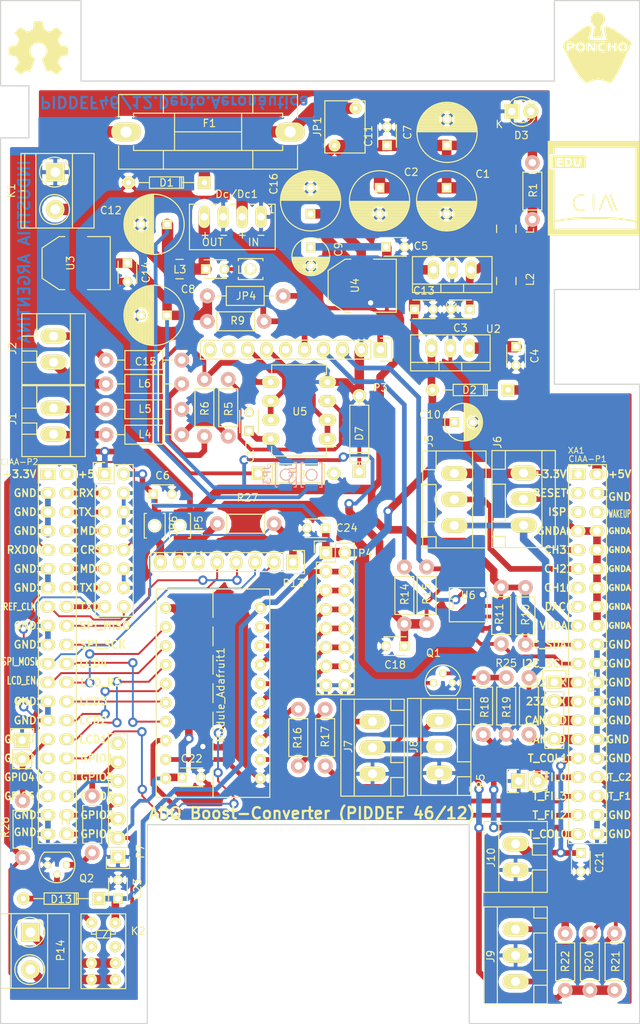
<source format=kicad_pcb>
(kicad_pcb (version 4) (host pcbnew 4.0.2+e4-6225~38~ubuntu14.04.1-stable)
  (title_block (title "ADQ Boost-Converter (PIDDEF 46/12)") (date 2016-05-10) (rev 1.0) (company "IUA - Depto Mecánica Aeronáutica") (comment 1 https://github.com/ciaa/Ponchos/tree/master/modelos/doc) (comment 2 "Autores y Licencia del template (Diego Brengi - UNLaM)") (comment 3 "Autor del poncho (Santiago Nolasco). Ver directorio \"doc\"") (comment 4 "CÓDIGO PONCHO: ADQ-PIDDEF46/12"))
  (layers (0 F.Cu signal hide) (31 B.Cu signal hide) (34 B.Paste user hide) (35 F.Paste user hide) (36 B.SilkS user hide) (37 F.SilkS user) (38 B.Mask user hide) (39 F.Mask user) (44 Edge.Cuts user))
  (net 0 "")
  (net 1 "/Circuito Principal/GPIO3")
  (net 2 GND)
  (net 3 "/Circuito Principal/GPIO7")
  (net 4 "/Circuito Principal/GPIO8")
  (net 5 "/Circuito Principal/ADC1")
  (net 6 "/Circuito Principal/ADC2")
  (net 7 "/Circuito Principal/ADC3")
  (net 8 "/Circuito Principal/DAC")
  (net 9 GNDA)
  (net 10 "/Circuito Principal/RXD")
  (net 11 "/Circuito Principal/TXD")
  (net 12 "/Circuito Principal/COL0")
  (net 13 "/Circuito Principal/COL1")
  (net 14 "/Circuito Principal/F2")
  (net 15 "/Circuito Principal/F0")
  (net 16 "/Circuito Principal/F3")
  (net 17 "/Circuito Principal/LCD4")
  (net 18 "/Circuito Principal/RS")
  (net 19 "/Circuito Principal/RD")
  (net 20 "/Circuito Principal/TD")
  (net 21 "/Circuito Principal/SDA")
  (net 22 "/Circuito Principal/spiCCK")
  (net 23 "/Circuito Principal/MISO")
  (net 24 "/Circuito Principal/ISP")
  (net 25 "/Circuito Principal/RESET")
  (net 26 "/Circuito Principal/GPIO5")
  (net 27 "/Circuito Principal/LCD1")
  (net 28 "/Circuito Principal/LCD2")
  (net 29 "/Circuito Principal/LCD3")
  (net 30 "/Circuito Principal/GPIO1")
  (net 31 "/Circuito Principal/RXD1")
  (net 32 "/Circuito Principal/TXEN")
  (net 33 "/Circuito Principal/MDC")
  (net 34 "/Circuito Principal/CRS")
  (net 35 "/Circuito Principal/MDIO")
  (net 36 "/Circuito Principal/TXD0")
  (net 37 "/Circuito Principal/TXD1")
  (net 38 +3.3VADC)
  (net 39 "/Circuito Principal/SCL")
  (net 40 "/Circuito Principal/WAKEUP")
  (net 41 "/Circuito Principal/COL2")
  (net 42 "/Circuito Principal/F1")
  (net 43 "/Circuito Principal/RXD0")
  (net 44 "/Circuito Principal/RCLK")
  (net 45 "/Circuito Principal/MOSI")
  (net 46 "/Circuito Principal/LCD_EN")
  (net 47 "/Circuito Principal/GPIO0")
  (net 48 "/Circuito Principal/GPIO2")
  (net 49 "/Circuito Principal/GPIO4")
  (net 50 "/Circuito Principal/GPIO6")
  (net 51 "/Circuito Principal/Fuente/+12V")
  (net 52 "Net-(C3-Pad1)")
  (net 53 "Net-(C4-Pad1)")
  (net 54 "/Circuito Principal/Fuente/+5aV")
  (net 55 "Net-(C8-Pad1)")
  (net 56 GNDPWR)
  (net 57 "/Circuito Principal/ADC/+5V(aislado)")
  (net 58 "/Circuito Principal/ADC/+3.3V")
  (net 59 "/Circuito Principal/ADC/+3.3V(aislado)")
  (net 60 "Net-(C17-Pad1)")
  (net 61 "Net-(D1-Pad1)")
  (net 62 "/Circuito Principal/ADC/A2")
  (net 63 "/Circuito Principal/ADC/A3")
  (net 64 "Net-(F1-Pad1)")
  (net 65 "Net-(J1-Pad1)")
  (net 66 "Net-(J1-Pad2)")
  (net 67 "Net-(J2-Pad1)")
  (net 68 "Net-(J2-Pad2)")
  (net 69 "Net-(J7-Pad3)")
  (net 70 "Net-(J7-Pad2)")
  (net 71 "Net-(J8-Pad3)")
  (net 72 "/Circuito Principal/ADC/addr")
  (net 73 "/Circuito Principal/SD/3.3v")
  (net 74 "/Circuito Principal/SD/5v")
  (net 75 "Net-(K2-Pad3)")
  (net 76 "Net-(L4-Pad2)")
  (net 77 "Net-(L6-Pad2)")
  (net 78 "Net-(L12-Pad2)")
  (net 79 "/Circuito Principal/ADC/scl")
  (net 80 "/Circuito Principal/ADC/sda")
  (net 81 "/Circuito Principal/ADC/alert")
  (net 82 "/Circuito Principal/ADC/A0")
  (net 83 "/Circuito Principal/ADC/A1")
  (net 84 "/Circuito Principal/GPIO/GPIO1")
  (net 85 "Net-(Q1-Pad2)")
  (net 86 "Net-(Q2-Pad1)")
  (net 87 "Net-(K2-Pad2)")
  (net 88 "Net-(K2-Pad4)")
  (net 89 "Net-(K2-Pad7)")
  (net 90 +5VD)
  (net 91 +3V3)
  (net 92 +3.3VP)
  (net 93 +5VP)
  (net 94 "Net-(D3-Pad2)")
  (net 95 "Net-(D7-Pad1)")
  (net 96 "Net-(D8-Pad1)")
  (net 97 "Net-(D13-Pad2)")
  (net 98 "/Circuito Principal/LCD y DRIVER/PWM2out-1")
  (net 99 "/Circuito Principal/LCD y DRIVER/PWM1out-1")
  (net 100 "/Circuito Principal/LCD y DRIVER/LCD4-1")
  (net 101 "/Circuito Principal/LCD y DRIVER/LCD3-1")
  (net 102 "/Circuito Principal/LCD y DRIVER/LCD2-1")
  (net 103 "/Circuito Principal/LCD y DRIVER/LCD1-1")
  (net 104 "/Circuito Principal/LCD y DRIVER/LCD-EN-1")
  (net 105 "/Circuito Principal/LCD y DRIVER/LCD-RS-1")
  (net 106 "/Circuito Principal/COMUNICACION/+5V")
  (module Pin_Headers:Pin_Header_Straight_2x08 (layer F.Cu) (at 87.6427 88.8873)
    (fp_text reference P9 (at 0 -5.1) (layer F.SilkS))
    (fp_text value CONN_02X08)
    (pad 1 thru_hole rect (at 0 0) (size 1.7272 1.7272) (drill 1.016) (layers *.Cu *.Mask F.SilkS) (net 58 "/Circuito Principal/ADC/+3.3V"))
    (pad 2 thru_hole oval (at 2.54 0) (size 1.7272 1.7272) (drill 1.016) (layers *.Cu *.Mask F.SilkS) (net 106 "/Circuito Principal/COMUNICACION/+5V"))
    (pad 3 thru_hole oval (at 0 2.54) (size 1.7272 1.7272) (drill 1.016) (layers *.Cu *.Mask F.SilkS) (net 31 "/Circuito Principal/RXD1"))
    (pad 4 thru_hole oval (at 2.54 2.54) (size 1.7272 1.7272) (drill 1.016) (layers *.Cu *.Mask F.SilkS) (net 2 GND))
    (pad 5 thru_hole oval (at 0 5.08) (size 1.7272 1.7272) (drill 1.016) (layers *.Cu *.Mask F.SilkS) (net 32 "/Circuito Principal/TXEN"))
    (pad 6 thru_hole oval (at 2.54 5.08) (size 1.7272 1.7272) (drill 1.016) (layers *.Cu *.Mask F.SilkS) (net 2 GND))
    (pad 7 thru_hole oval (at 0 7.62) (size 1.7272 1.7272) (drill 1.016) (layers *.Cu *.Mask F.SilkS) (net 33 "/Circuito Principal/MDC"))
    (pad 8 thru_hole oval (at 2.54 7.62) (size 1.7272 1.7272) (drill 1.016) (layers *.Cu *.Mask F.SilkS) (net 2 GND))
    (pad 9 thru_hole oval (at 0 10.16) (size 1.7272 1.7272) (drill 1.016) (layers *.Cu *.Mask F.SilkS) (net 34 "/Circuito Principal/CRS"))
    (pad 10 thru_hole oval (at 2.54 10.16) (size 1.7272 1.7272) (drill 1.016) (layers *.Cu *.Mask F.SilkS) (net 43 "/Circuito Principal/RXD0"))
    (pad 11 thru_hole oval (at 0 12.7) (size 1.7272 1.7272) (drill 1.016) (layers *.Cu *.Mask F.SilkS) (net 35 "/Circuito Principal/MDIO"))
    (pad 12 thru_hole oval (at 2.54 12.7) (size 1.7272 1.7272) (drill 1.016) (layers *.Cu *.Mask F.SilkS) (net 2 GND))
    (pad 13 thru_hole oval (at 0 15.24) (size 1.7272 1.7272) (drill 1.016) (layers *.Cu *.Mask F.SilkS) (net 36 "/Circuito Principal/TXD0"))
    (pad 14 thru_hole oval (at 2.54 15.24) (size 1.7272 1.7272) (drill 1.016) (layers *.Cu *.Mask F.SilkS) (net 2 GND))
    (pad 15 thru_hole oval (at 0 17.78) (size 1.7272 1.7272) (drill 1.016) (layers *.Cu *.Mask F.SilkS) (net 37 "/Circuito Principal/TXD1"))
    (pad 16 thru_hole oval (at 2.54 17.78) (size 1.7272 1.7272) (drill 1.016) (layers *.Cu *.Mask F.SilkS) (net 44 "/Circuito Principal/RCLK"))
  )
  (module Poncho_Esqueleto:Logo_OSHWA (layer F.Cu) (at 78.74 31.75)
    (fp_text reference G101 hide)
    (fp_text value Logo_OSHWA hide)
  )
  (module Poncho_Esqueleto:Logo_Poncho (layer F.Cu) (at 153.67 31.75)
    (fp_text reference "Power ADQ" hide)
    (fp_text value LOGO hide)
  )
  (module Poncho_Esqueleto:Logo_EDU-CIAA (layer F.Cu) (at 153.416 50.56124)
    (fp_text reference G*** hide)
    (fp_text value Logo_EDU-CIAA hide)
  )
  (module Capacitors_ThroughHole:C_Radial_D8_L11.5_P3.5 (layer F.Cu) (at 133.5 50.5 270)
    (fp_text reference C1 (at -1.8463 -4.8411 360) (layer F.SilkS))
    (fp_text value CP1)
    (pad 2 thru_hole circle (at 3.5 0 270) (size 1.3 1.3) (drill 0.8) (layers *.Cu *.Mask F.SilkS) (net 2 GND))
    (pad 1 thru_hole rect (at 0 0 270) (size 1.3 1.3) (drill 0.8) (layers *.Cu *.Mask F.SilkS) (net 51 "/Circuito Principal/Fuente/+12V"))
  )
  (module Capacitors_ThroughHole:C_Radial_D8_L11.5_P3.5 (layer F.Cu) (at 124.5 50.5 270)
    (fp_text reference C2 (at -2.1003 -4.2399 360) (layer F.SilkS))
    (fp_text value CP1)
    (pad 2 thru_hole circle (at 3.5 0 270) (size 1.3 1.3) (drill 0.8) (layers *.Cu *.Mask F.SilkS) (net 2 GND))
    (pad 1 thru_hole rect (at 0 0 270) (size 1.3 1.3) (drill 0.8) (layers *.Cu *.Mask F.SilkS) (net 51 "/Circuito Principal/Fuente/+12V"))
  )
  (module Capacitors_ThroughHole:C_Disc_D3_P2.5 (layer F.Cu) (at 136.6 66.8 180)
    (fp_text reference C3 (at 1.25 -2.5 180) (layer F.SilkS))
    (fp_text value C)
    (pad 1 thru_hole rect (at 0 0 180) (size 1.3 1.3) (drill 0.8) (layers *.Cu *.Mask F.SilkS) (net 52 "Net-(C3-Pad1)"))
    (pad 2 thru_hole circle (at 2.5 0 180) (size 1.3 1.3) (drill 0.8001) (layers *.Cu *.Mask F.SilkS) (net 2 GND))
  )
  (module Capacitors_ThroughHole:C_Disc_D3_P2.5 (layer F.Cu) (at 142.8115 71.8077 270)
    (fp_text reference C4 (at 1.25 -2.5 270) (layer F.SilkS))
    (fp_text value C)
    (pad 1 thru_hole rect (at 0 0 270) (size 1.3 1.3) (drill 0.8) (layers *.Cu *.Mask F.SilkS) (net 53 "Net-(C4-Pad1)"))
    (pad 2 thru_hole circle (at 2.5 0 270) (size 1.3 1.3) (drill 0.8001) (layers *.Cu *.Mask F.SilkS) (net 2 GND))
  )
  (module Capacitors_ThroughHole:C_Disc_D3_P2.5 (layer F.Cu) (at 125.349 58.42)
    (fp_text reference C5 (at 4.7117 -0.1143) (layer F.SilkS))
    (fp_text value C)
    (pad 1 thru_hole rect (at 0 0) (size 1.3 1.3) (drill 0.8) (layers *.Cu *.Mask F.SilkS) (net 54 "/Circuito Principal/Fuente/+5aV"))
    (pad 2 thru_hole circle (at 2.5 0) (size 1.3 1.3) (drill 0.8001) (layers *.Cu *.Mask F.SilkS) (net 2 GND))
  )
  (module Capacitors_ThroughHole:C_Disc_D3_P2.5 (layer F.Cu) (at 94.1451 91.5797)
    (fp_text reference C6 (at 1.25 -2.5) (layer F.SilkS))
    (fp_text value C)
    (pad 1 thru_hole rect (at 0 0) (size 1.3 1.3) (drill 0.8) (layers *.Cu *.Mask F.SilkS) (net 106 "/Circuito Principal/COMUNICACION/+5V"))
    (pad 2 thru_hole circle (at 2.5 0) (size 1.3 1.3) (drill 0.8001) (layers *.Cu *.Mask F.SilkS) (net 2 GND))
  )
  (module Capacitors_ThroughHole:C_Radial_D8_L11.5_P3.5 (layer F.Cu) (at 133.5532 44.81576 90)
    (fp_text reference C7 (at 1.75 -5.3 90) (layer F.SilkS))
    (fp_text value CP1)
    (pad 2 thru_hole circle (at 3.5 0 90) (size 1.3 1.3) (drill 0.8) (layers *.Cu *.Mask F.SilkS) (net 2 GND))
    (pad 1 thru_hole rect (at 0 0 90) (size 1.3 1.3) (drill 0.8) (layers *.Cu *.Mask F.SilkS) (net 51 "/Circuito Principal/Fuente/+12V"))
  )
  (module Capacitors_ThroughHole:C_Disc_D3_P2.5 (layer F.Cu) (at 101.2 61.4)
    (fp_text reference C8 (at -2.3813 2.6969) (layer F.SilkS))
    (fp_text value C)
    (pad 1 thru_hole rect (at 0 0) (size 1.3 1.3) (drill 0.8) (layers *.Cu *.Mask F.SilkS) (net 55 "Net-(C8-Pad1)"))
    (pad 2 thru_hole circle (at 2.5 0) (size 1.3 1.3) (drill 0.8001) (layers *.Cu *.Mask F.SilkS) (net 56 GNDPWR))
  )
  (module Capacitors_ThroughHole:C_Disc_D3_P2.5 (layer F.Cu) (at 125.50648 44.81576 90)
    (fp_text reference C11 (at 1.25 -2.5 90) (layer F.SilkS))
    (fp_text value C)
    (pad 1 thru_hole rect (at 0 0 90) (size 1.3 1.3) (drill 0.8) (layers *.Cu *.Mask F.SilkS) (net 51 "/Circuito Principal/Fuente/+12V"))
    (pad 2 thru_hole circle (at 2.5 0 90) (size 1.3 1.3) (drill 0.8001) (layers *.Cu *.Mask F.SilkS) (net 2 GND))
  )
  (module Capacitors_ThroughHole:C_Radial_D8_L11.5_P3.5 (layer F.Cu) (at 96 55.4 180)
    (fp_text reference C12 (at 7.5445 1.8695 180) (layer F.SilkS))
    (fp_text value CP1)
    (pad 2 thru_hole circle (at 3.5 0 180) (size 1.3 1.3) (drill 0.8) (layers *.Cu *.Mask F.SilkS) (net 56 GNDPWR))
    (pad 1 thru_hole rect (at 0 0 180) (size 1.3 1.3) (drill 0.8) (layers *.Cu *.Mask F.SilkS) (net 57 "/Circuito Principal/ADC/+5V(aislado)"))
  )
  (module Capacitors_ThroughHole:C_Disc_D3_P2.5 (layer F.Cu) (at 129.2 66.8)
    (fp_text reference C13 (at 1.25 -2.5) (layer F.SilkS))
    (fp_text value C)
    (pad 1 thru_hole rect (at 0 0) (size 1.3 1.3) (drill 0.8) (layers *.Cu *.Mask F.SilkS) (net 58 "/Circuito Principal/ADC/+3.3V"))
    (pad 2 thru_hole circle (at 2.5 0) (size 1.3 1.3) (drill 0.8001) (layers *.Cu *.Mask F.SilkS) (net 2 GND))
  )
  (module Capacitors_ThroughHole:C_Disc_D3_P2.5 (layer F.Cu) (at 90.678 60.579 270)
    (fp_text reference C14 (at 1.25 -2.5 270) (layer F.SilkS))
    (fp_text value C)
    (pad 1 thru_hole rect (at 0 0 270) (size 1.3 1.3) (drill 0.8) (layers *.Cu *.Mask F.SilkS) (net 59 "/Circuito Principal/ADC/+3.3V(aislado)"))
    (pad 2 thru_hole circle (at 2.5 0 270) (size 1.3 1.3) (drill 0.8001) (layers *.Cu *.Mask F.SilkS) (net 56 GNDPWR))
  )
  (module Capacitors_ThroughHole:C_Radial_D8_L11.5_P3.5 (layer F.Cu) (at 96 67.6 180)
    (fp_text reference C15 (at 2.8709 -6.1997 180) (layer F.SilkS))
    (fp_text value CP1)
    (pad 2 thru_hole circle (at 3.5 0 180) (size 1.3 1.3) (drill 0.8) (layers *.Cu *.Mask F.SilkS) (net 56 GNDPWR))
    (pad 1 thru_hole rect (at 0 0 180) (size 1.3 1.3) (drill 0.8) (layers *.Cu *.Mask F.SilkS) (net 59 "/Circuito Principal/ADC/+3.3V(aislado)"))
  )
  (module Capacitors_ThroughHole:C_Radial_D8_L11.5_P3.5 (layer F.Cu) (at 115.25 54 90)
    (fp_text reference C16 (at 4.0255 -4.9505 90) (layer F.SilkS))
    (fp_text value CP1)
    (pad 2 thru_hole circle (at 3.5 0 90) (size 1.3 1.3) (drill 0.8) (layers *.Cu *.Mask F.SilkS) (net 2 GND))
    (pad 1 thru_hole rect (at 0 0 90) (size 1.3 1.3) (drill 0.8) (layers *.Cu *.Mask F.SilkS) (net 58 "/Circuito Principal/ADC/+3.3V"))
  )
  (module Capacitors_ThroughHole:C_Disc_D3_P2.5 (layer F.Cu) (at 106.9975 83.0961 90)
    (fp_text reference C17 (at -2.8956 0.1016 90) (layer F.SilkS))
    (fp_text value C)
    (pad 1 thru_hole rect (at 0 0 90) (size 1.3 1.3) (drill 0.8) (layers *.Cu *.Mask F.SilkS) (net 60 "Net-(C17-Pad1)"))
    (pad 2 thru_hole circle (at 2.5 0 90) (size 1.3 1.3) (drill 0.8001) (layers *.Cu *.Mask F.SilkS) (net 56 GNDPWR))
  )
  (module Capacitors_ThroughHole:C_Disc_D3_P2.5 (layer F.Cu) (at 151.4983 139.6873 270)
    (fp_text reference C21 (at 1.25 -2.5 270) (layer F.SilkS))
    (fp_text value C)
    (pad 1 thru_hole rect (at 0 0 270) (size 1.3 1.3) (drill 0.8) (layers *.Cu *.Mask F.SilkS) (net 13 "/Circuito Principal/COL1"))
    (pad 2 thru_hole circle (at 2.5 0 270) (size 1.3 1.3) (drill 0.8001) (layers *.Cu *.Mask F.SilkS) (net 2 GND))
  )
  (module Capacitors_ThroughHole:C_Disc_D3_P2.5 (layer F.Cu) (at 98.044 129.54)
    (fp_text reference C22 (at 1.25 -2.5) (layer F.SilkS))
    (fp_text value C)
    (pad 1 thru_hole rect (at 0 0) (size 1.3 1.3) (drill 0.8) (layers *.Cu *.Mask F.SilkS) (net 58 "/Circuito Principal/ADC/+3.3V"))
    (pad 2 thru_hole circle (at 2.5 0) (size 1.3 1.3) (drill 0.8001) (layers *.Cu *.Mask F.SilkS) (net 2 GND))
  )
  (module Capacitors_ThroughHole:C_Disc_D3_P2.5 (layer F.Cu) (at 89.408 145.796 90)
    (fp_text reference C23 (at 1.2827 2.6035 90) (layer F.SilkS))
    (fp_text value C)
    (pad 1 thru_hole rect (at 0 0 90) (size 1.3 1.3) (drill 0.8) (layers *.Cu *.Mask F.SilkS) (net 106 "/Circuito Principal/COMUNICACION/+5V"))
    (pad 2 thru_hole circle (at 2.5 0 90) (size 1.3 1.3) (drill 0.8001) (layers *.Cu *.Mask F.SilkS) (net 2 GND))
  )
  (module Capacitors_ThroughHole:C_Disc_D3_P2.5 (layer F.Cu) (at 117.2483 96.1517 180)
    (fp_text reference C24 (at -2.8556 0.0508 180) (layer F.SilkS))
    (fp_text value C)
    (pad 1 thru_hole rect (at 0 0 180) (size 1.3 1.3) (drill 0.8) (layers *.Cu *.Mask F.SilkS) (net 106 "/Circuito Principal/COMUNICACION/+5V"))
    (pad 2 thru_hole circle (at 2.5 0 180) (size 1.3 1.3) (drill 0.8001) (layers *.Cu *.Mask F.SilkS) (net 2 GND))
  )
  (module Diodes_ThroughHole:Diode_DO-35_SOD27_Horizontal_RM10 (layer F.Cu) (at 101 49.8 180)
    (fp_text reference D1 (at 5.0769 -0.0221 180) (layer F.SilkS))
    (fp_text value D)
    (pad 2 thru_hole circle (at 10.16052 -0.00254) (size 1.69926 1.69926) (drill 0.70104) (layers *.Cu *.Mask F.SilkS) (net 2 GND))
    (pad 1 thru_hole rect (at 0.00052 -0.00254) (size 1.69926 1.69926) (drill 0.70104) (layers *.Cu *.Mask F.SilkS) (net 61 "Net-(D1-Pad1)"))
  )
  (module LEDs:LED-3MM (layer F.Cu) (at 142.25 40.25)
    (fp_text reference D3 (at 1.2727 3.2221) (layer F.SilkS))
    (fp_text value LED)
    (fp_text user K (at -1.69 1.74) (layer F.SilkS))
    (pad 1 thru_hole rect (at 0 0 90) (size 2 2) (drill 1.00076) (layers *.Cu *.Mask F.SilkS) (net 2 GND))
    (pad 2 thru_hole circle (at 2.54 0) (size 2 2) (drill 1.00076) (layers *.Cu *.Mask F.SilkS) (net 94 "Net-(D3-Pad2)"))
  )
  (module Converters_DCDC_ACDC:DCDC-Conv_TRACO_TME05xx_TME12xx (layer F.Cu) (at 108.6 54.4 180)
    (fp_text reference Dc/Dc1 (at 3.2789 3.0539 180) (layer F.SilkS))
    (fp_text value TME_1205S)
    (fp_text user 1 (at -1.4 1 180) (layer F.SilkS))
    (fp_text user OUT (at 6.49936 -3.39898 180) (layer F.SilkS))
    (fp_text user IN (at 1.00026 -3.39898 180) (layer F.SilkS))
    (fp_text user + (at 7.50012 -2.40076 180) (layer F.SilkS))
    (fp_text user + (at 2.49886 -2.40076 180) (layer F.SilkS))
    (fp_text user - (at 5.00076 -2.40076 180) (layer F.SilkS))
    (fp_text user - (at -0.0005 -2.40076 180) (layer F.SilkS))
    (pad 1 thru_hole oval (at 0 0 180) (size 1.50114 2.99974) (drill 1.00076) (layers *.Cu *.Mask F.SilkS) (net 2 GND))
    (pad 2 thru_hole oval (at 2.54 0 180) (size 1.50114 2.99974) (drill 1.00076) (layers *.Cu *.Mask F.SilkS) (net 51 "/Circuito Principal/Fuente/+12V"))
    (pad 3 thru_hole oval (at 5.08 0 180) (size 1.50114 2.99974) (drill 1.00076) (layers *.Cu *.Mask F.SilkS) (net 56 GNDPWR))
    (pad 4 thru_hole oval (at 7.62 0 180) (size 1.50114 2.99974) (drill 1.00076) (layers *.Cu *.Mask F.SilkS) (net 55 "Net-(C8-Pad1)"))
  )
  (module Fuse_Holders_and_Fuses:Fuseholder5x20_horiz_SemiClosed_Casing10x25mm (layer F.Cu) (at 101.5 43)
    (fp_text reference F1 (at 0.1635 -1.1535) (layer F.SilkS))
    (fp_text value FUSE)
    (pad 2 thru_hole oval (at 11.00074 0 270) (size 2.49936 4.0005) (drill 1.50114) (layers *.Cu *.Mask F.SilkS) (net 61 "Net-(D1-Pad1)"))
    (pad 1 thru_hole oval (at -11.00074 0 270) (size 2.49936 4.0005) (drill 1.50114) (layers *.Cu *.Mask F.SilkS) (net 64 "Net-(F1-Pad1)"))
  )
  (module Varistors:RV_Disc_D7_W5.4_P5 (layer F.Cu) (at 121.2596 39.84244 270)
    (fp_text reference JP1 (at 2.5 5.1 270) (layer F.SilkS))
    (fp_text value JUMPER)
    (pad 1 thru_hole circle (at 0 0 270) (size 1.6 1.6) (drill 0.6) (layers *.Cu *.Mask F.SilkS) (net 61 "Net-(D1-Pad1)"))
    (pad 2 thru_hole circle (at 5 2.8 270) (size 1.6 1.6) (drill 0.6) (layers *.Cu *.Mask F.SilkS) (net 51 "/Circuito Principal/Fuente/+12V"))
  )
  (module Buttons_Switches_SMD:SW_SPST_B3U-1000P-B (layer B.Cu) (at 115.3795 88.9889 270)
    (fp_text reference JP2 (at 0 2.5 270) (layer B.SilkS) (effects (justify mirror)))
    (fp_text value Jumper_NO_Small)
    (pad 1 smd rect (at -1.7 0 270) (size 0.9 1.7) (layers B.Cu B.Paste B.Mask) (net 60 "Net-(C17-Pad1)"))
    (pad 2 smd rect (at 1.7 0 270) (size 0.9 1.7) (layers B.Cu B.Paste B.Mask) (net 57 "/Circuito Principal/ADC/+5V(aislado)"))
    (pad "" np_thru_hole circle (at 0 0 270) (size 0.8 0.8) (drill 0.8) (layers *.Cu *.Mask))
  )
  (module Buttons_Switches_SMD:SW_SPST_B3U-1000P-B (layer B.Cu) (at 111.9251 88.9617 270)
    (fp_text reference JP3 (at 0 2.5 270) (layer B.SilkS) (effects (justify mirror)))
    (fp_text value Jumper_NO_Small)
    (pad 1 smd rect (at -1.7 0 270) (size 0.9 1.7) (layers B.Cu B.Paste B.Mask) (net 60 "Net-(C17-Pad1)"))
    (pad 2 smd rect (at 1.7 0 270) (size 0.9 1.7) (layers B.Cu B.Paste B.Mask) (net 59 "/Circuito Principal/ADC/+3.3V(aislado)"))
    (pad "" np_thru_hole circle (at 0 0 270) (size 0.8 0.8) (drill 0.8) (layers *.Cu *.Mask))
  )
  (module Buttons_Switches_SMD:SW_SPST_B3U-1000P-B (layer F.Cu) (at 107.2 61.4 180)
    (fp_text reference JP4 (at 0.6089 -3.6113 180) (layer F.SilkS))
    (fp_text value Jumper_NO_Small)
    (pad 1 smd rect (at -1.7 0 180) (size 0.9 1.7) (layers F.Cu F.Paste F.Mask) (net 72 "/Circuito Principal/ADC/addr"))
    (pad 2 smd rect (at 1.7 0 180) (size 0.9 1.7) (layers F.Cu F.Paste F.Mask) (net 56 GNDPWR))
    (pad "" np_thru_hole circle (at 0 0 180) (size 0.8 0.8) (drill 0.8) (layers *.Cu *.Mask))
  )
  (module Buttons_Switches_SMD:SW_SPST_B3U-1000P-B (layer F.Cu) (at 97.7392 95.8088 270)
    (fp_text reference JP5 (at 0 -2.5 270) (layer F.SilkS))
    (fp_text value Jumper_NO_Small)
    (pad 1 smd rect (at -1.7 0 270) (size 0.9 1.7) (layers F.Cu F.Paste F.Mask) (net 58 "/Circuito Principal/ADC/+3.3V"))
    (pad 2 smd rect (at 1.7 0 270) (size 0.9 1.7) (layers F.Cu F.Paste F.Mask) (net 73 "/Circuito Principal/SD/3.3v"))
    (pad "" np_thru_hole circle (at 0 0 270) (size 0.8 0.8) (drill 0.8) (layers *.Cu *.Mask))
  )
  (module Buttons_Switches_SMD:SW_SPST_B3U-1000P-B (layer F.Cu) (at 94.3356 95.8088 270)
    (fp_text reference JP6 (at 0 -2.5 270) (layer F.SilkS))
    (fp_text value Jumper_NO_Small)
    (pad 1 smd rect (at -1.7 0 270) (size 0.9 1.7) (layers F.Cu F.Paste F.Mask) (net 106 "/Circuito Principal/COMUNICACION/+5V"))
    (pad 2 smd rect (at 1.7 0 270) (size 0.9 1.7) (layers F.Cu F.Paste F.Mask) (net 74 "/Circuito Principal/SD/5v"))
    (pad "" np_thru_hole circle (at 0 0 270) (size 0.8 0.8) (drill 0.8) (layers *.Cu *.Mask))
  )
  (module Terminal_Blocks:TerminalBlock_Pheonix_MKDS1.5-2pol (layer F.Cu) (at 81 48.4 270)
    (fp_text reference K1 (at 2.5 5.9 270) (layer F.SilkS))
    (fp_text value CONN_2)
    (pad 1 thru_hole rect (at 0 0 270) (size 2.5 2.5) (drill 1.3) (layers *.Cu *.Mask F.SilkS) (net 2 GND))
    (pad 2 thru_hole circle (at 5 0 270) (size 2.5 2.5) (drill 1.3) (layers *.Cu *.Mask F.SilkS) (net 64 "Net-(F1-Pad1)"))
  )
  (module "Relays_ThroughHole:Relay_DPDT_IM0(3,6,7)NS" (layer F.Cu) (at 85.852 149.0472)
    (fp_text reference K2 (at 6.2611 1.1049) (layer F.SilkS))
    (fp_text value RELAY_2RT)
    (pad 8 thru_hole circle (at 3.2 0 270) (size 1.5 1.5) (drill 0.65) (layers *.Cu *.Mask F.SilkS) (net 106 "/Circuito Principal/COMUNICACION/+5V"))
    (pad 1 thru_hole circle (at 0 0 270) (size 1.5 1.5) (drill 0.65) (layers *.Cu *.Mask F.SilkS) (net 97 "Net-(D13-Pad2)"))
    (pad 2 thru_hole circle (at 0 3.2 270) (size 1.5 1.5) (drill 0.65) (layers *.Cu *.Mask F.SilkS) (net 87 "Net-(K2-Pad2)"))
    (pad 3 thru_hole circle (at 0 5.4 270) (size 1.5 1.5) (drill 0.65) (layers *.Cu *.Mask F.SilkS) (net 75 "Net-(K2-Pad3)"))
    (pad 4 thru_hole circle (at 0 7.6 270) (size 1.5 1.5) (drill 0.65) (layers *.Cu *.Mask F.SilkS) (net 88 "Net-(K2-Pad4)"))
    (pad 7 thru_hole circle (at 3.2 3.2 270) (size 1.5 1.5) (drill 0.65) (layers *.Cu *.Mask F.SilkS) (net 89 "Net-(K2-Pad7)"))
    (pad 6 thru_hole circle (at 3.2 5.4 270) (size 1.5 1.5) (drill 0.65) (layers *.Cu *.Mask F.SilkS) (net 75 "Net-(K2-Pad3)"))
    (pad 5 thru_hole circle (at 3.2 7.6 270) (size 1.5 1.5) (drill 0.65) (layers *.Cu *.Mask F.SilkS) (net 88 "Net-(K2-Pad4)"))
  )
  (module Inductors_NEOSID:Neosid_Inductor_SM-NE30_SMD1210 (layer F.Cu) (at 141.5 56 270)
    (fp_text reference L1 (at -0.20066 -3.2004 270) (layer F.SilkS))
    (fp_text value L_Small)
    (pad 2 smd rect (at 1.6002 0 270) (size 1.00076 1.89992) (layers F.Cu F.Paste F.Mask) (net 52 "Net-(C3-Pad1)"))
    (pad 1 smd rect (at -1.6002 0 270) (size 1.00076 1.89992) (layers F.Cu F.Paste F.Mask) (net 51 "/Circuito Principal/Fuente/+12V"))
  )
  (module Inductors_NEOSID:Neosid_Inductor_SM-NE30_SMD1210 (layer F.Cu) (at 141.5 63 270)
    (fp_text reference L2 (at -0.20066 -3.2004 270) (layer F.SilkS))
    (fp_text value L_Small)
    (pad 2 smd rect (at 1.6002 0 270) (size 1.00076 1.89992) (layers F.Cu F.Paste F.Mask) (net 53 "Net-(C4-Pad1)"))
    (pad 1 smd rect (at -1.6002 0 270) (size 1.00076 1.89992) (layers F.Cu F.Paste F.Mask) (net 51 "/Circuito Principal/Fuente/+12V"))
  )
  (module Inductors_NEOSID:Neosid_Inductor_SM-NE30_SMD1210 (layer F.Cu) (at 97.663 61.4 180)
    (fp_text reference L3 (at -0.0381 -0.0553 180) (layer F.SilkS))
    (fp_text value L_Small)
    (pad 2 smd rect (at 1.6002 0 180) (size 1.00076 1.89992) (layers F.Cu F.Paste F.Mask) (net 57 "/Circuito Principal/ADC/+5V(aislado)"))
    (pad 1 smd rect (at -1.6002 0 180) (size 1.00076 1.89992) (layers F.Cu F.Paste F.Mask) (net 55 "Net-(C8-Pad1)"))
  )
  (module Resistors_ThroughHole:Resistor_Horizontal_RM10mm (layer F.Cu) (at 87.8 83.6)
    (fp_text reference L4 (at 5.2275 -0.0467) (layer F.SilkS))
    (fp_text value INDUCTOR)
    (pad 1 thru_hole circle (at 0 0) (size 1.99898 1.99898) (drill 1.00076) (layers *.Cu *.SilkS *.Mask) (net 66 "Net-(J1-Pad2)"))
    (pad 2 thru_hole circle (at 10.16 0) (size 1.99898 1.99898) (drill 1.00076) (layers *.Cu *.SilkS *.Mask) (net 76 "Net-(L4-Pad2)"))
  )
  (module Resistors_ThroughHole:Resistor_Horizontal_RM10mm (layer F.Cu) (at 87.8 80.2)
    (fp_text reference L5 (at 5.2275 -0.0503) (layer F.SilkS))
    (fp_text value INDUCTOR)
    (pad 1 thru_hole circle (at 0 0) (size 1.99898 1.99898) (drill 1.00076) (layers *.Cu *.SilkS *.Mask) (net 65 "Net-(J1-Pad1)"))
    (pad 2 thru_hole circle (at 10.16 0) (size 1.99898 1.99898) (drill 1.00076) (layers *.Cu *.SilkS *.Mask) (net 56 GNDPWR))
  )
  (module Resistors_ThroughHole:Resistor_Horizontal_RM10mm (layer F.Cu) (at 87.8 76.8)
    (fp_text reference L6 (at 5.1767 -0.0539) (layer F.SilkS))
    (fp_text value INDUCTOR)
    (pad 1 thru_hole circle (at 0 0) (size 1.99898 1.99898) (drill 1.00076) (layers *.Cu *.SilkS *.Mask) (net 68 "Net-(J2-Pad2)"))
    (pad 2 thru_hole circle (at 10.16 0) (size 1.99898 1.99898) (drill 1.00076) (layers *.Cu *.SilkS *.Mask) (net 77 "Net-(L6-Pad2)"))
  )
  (module Resistors_ThroughHole:Resistor_Horizontal_RM10mm (layer F.Cu) (at 87.8 73.6)
    (fp_text reference L7 (at 5.32892 -3.50012) (layer F.SilkS))
    (fp_text value INDUCTOR)
    (pad 1 thru_hole circle (at 0 0) (size 1.99898 1.99898) (drill 1.00076) (layers *.Cu *.SilkS *.Mask) (net 67 "Net-(J2-Pad1)"))
    (pad 2 thru_hole circle (at 10.16 0) (size 1.99898 1.99898) (drill 1.00076) (layers *.Cu *.SilkS *.Mask) (net 56 GNDPWR))
  )
  (module Resistors_ThroughHole:Resistor_Horizontal_RM10mm (layer F.Cu) (at 101.4 65)
    (fp_text reference L12 (at 5.32892 -3.50012) (layer F.SilkS))
    (fp_text value INDUCTOR)
    (pad 1 thru_hole circle (at 0 0) (size 1.99898 1.99898) (drill 1.00076) (layers *.Cu *.SilkS *.Mask) (net 59 "/Circuito Principal/ADC/+3.3V(aislado)"))
    (pad 2 thru_hole circle (at 10.16 0) (size 1.99898 1.99898) (drill 1.00076) (layers *.Cu *.SilkS *.Mask) (net 78 "Net-(L12-Pad2)"))
  )
  (module PIDDEF:Adafruit-LevelShifter-TXB0108 (layer F.Cu) (at 102.1588 118.2624)
    (fp_text reference Module_Adafruit1 (at 1.032 0.24 90) (layer F.SilkS))
    (fp_text value Module_LevelShifter)
    (pad 1 thru_hole circle (at -6.35 -11.43) (size 1.524 1.524) (drill 0.762) (layers *.Cu *.Mask F.SilkS) (net 58 "/Circuito Principal/ADC/+3.3V"))
    (pad 2 thru_hole circle (at -6.35 -8.89) (size 1.524 1.524) (drill 0.762) (layers *.Cu *.Mask F.SilkS) (net 18 "/Circuito Principal/RS"))
    (pad 3 thru_hole circle (at -6.35 -6.35) (size 1.524 1.524) (drill 0.762) (layers *.Cu *.Mask F.SilkS) (net 46 "/Circuito Principal/LCD_EN"))
    (pad 4 thru_hole circle (at -6.35 -3.81) (size 1.524 1.524) (drill 0.762) (layers *.Cu *.Mask F.SilkS) (net 27 "/Circuito Principal/LCD1"))
    (pad 5 thru_hole circle (at -6.35 -1.27) (size 1.524 1.524) (drill 0.762) (layers *.Cu *.Mask F.SilkS) (net 28 "/Circuito Principal/LCD2"))
    (pad 6 thru_hole circle (at -6.35 1.27) (size 1.524 1.524) (drill 0.762) (layers *.Cu *.Mask F.SilkS) (net 29 "/Circuito Principal/LCD3"))
    (pad 7 thru_hole circle (at -6.35 3.81) (size 1.524 1.524) (drill 0.762) (layers *.Cu *.Mask F.SilkS) (net 17 "/Circuito Principal/LCD4"))
    (pad 8 thru_hole circle (at -6.35 6.35) (size 1.524 1.524) (drill 0.762) (layers *.Cu *.Mask F.SilkS) (net 14 "/Circuito Principal/F2"))
    (pad 9 thru_hole circle (at -6.35 8.89) (size 1.524 1.524) (drill 0.762) (layers *.Cu *.Mask F.SilkS) (net 16 "/Circuito Principal/F3"))
    (pad 10 thru_hole circle (at -6.35 11.43) (size 1.524 1.524) (drill 0.762) (layers *.Cu *.Mask F.SilkS) (net 58 "/Circuito Principal/ADC/+3.3V"))
    (pad 11 thru_hole circle (at 6.35 11.43) (size 1.524 1.524) (drill 0.762) (layers *.Cu *.Mask F.SilkS) (net 2 GND))
    (pad 12 thru_hole circle (at 6.35 8.89) (size 1.524 1.524) (drill 0.762) (layers *.Cu *.Mask F.SilkS) (net 98 "/Circuito Principal/LCD y DRIVER/PWM2out-1"))
    (pad 13 thru_hole circle (at 6.35 6.35) (size 1.524 1.524) (drill 0.762) (layers *.Cu *.Mask F.SilkS) (net 99 "/Circuito Principal/LCD y DRIVER/PWM1out-1"))
    (pad 14 thru_hole circle (at 6.35 3.81) (size 1.524 1.524) (drill 0.762) (layers *.Cu *.Mask F.SilkS) (net 100 "/Circuito Principal/LCD y DRIVER/LCD4-1"))
    (pad 15 thru_hole circle (at 6.35 1.27) (size 1.524 1.524) (drill 0.762) (layers *.Cu *.Mask F.SilkS) (net 101 "/Circuito Principal/LCD y DRIVER/LCD3-1"))
    (pad 16 thru_hole circle (at 6.35 -1.27) (size 1.524 1.524) (drill 0.762) (layers *.Cu *.Mask F.SilkS) (net 102 "/Circuito Principal/LCD y DRIVER/LCD2-1"))
    (pad 17 thru_hole circle (at 6.35 -3.81) (size 1.524 1.524) (drill 0.762) (layers *.Cu *.Mask F.SilkS) (net 103 "/Circuito Principal/LCD y DRIVER/LCD1-1"))
    (pad 18 thru_hole circle (at 6.35 -6.35) (size 1.524 1.524) (drill 0.762) (layers *.Cu *.Mask F.SilkS) (net 104 "/Circuito Principal/LCD y DRIVER/LCD-EN-1"))
    (pad 19 thru_hole circle (at 6.35 -8.89) (size 1.524 1.524) (drill 0.762) (layers *.Cu *.Mask F.SilkS) (net 105 "/Circuito Principal/LCD y DRIVER/LCD-RS-1"))
    (pad 20 thru_hole circle (at 6.35 -11.43) (size 1.524 1.524) (drill 0.762) (layers *.Cu *.Mask F.SilkS) (net 106 "/Circuito Principal/COMUNICACION/+5V"))
  )
  (module Socket_Strips:Socket_Strip_Straight_1x10 (layer F.Cu) (at 124.6 72.2 180)
    (fp_text reference P3 (at 0 -5.1 180) (layer F.SilkS))
    (fp_text value CONN_01X10)
    (pad 1 thru_hole rect (at 0 0 180) (size 1.7272 2.032) (drill 1.016) (layers *.Cu *.Mask F.SilkS) (net 78 "Net-(L12-Pad2)"))
    (pad 2 thru_hole oval (at 2.54 0 180) (size 1.7272 2.032) (drill 1.016) (layers *.Cu *.Mask F.SilkS) (net 56 GNDPWR))
    (pad 3 thru_hole oval (at 5.08 0 180) (size 1.7272 2.032) (drill 1.016) (layers *.Cu *.Mask F.SilkS) (net 79 "/Circuito Principal/ADC/scl"))
    (pad 4 thru_hole oval (at 7.62 0 180) (size 1.7272 2.032) (drill 1.016) (layers *.Cu *.Mask F.SilkS) (net 80 "/Circuito Principal/ADC/sda"))
    (pad 5 thru_hole oval (at 10.16 0 180) (size 1.7272 2.032) (drill 1.016) (layers *.Cu *.Mask F.SilkS) (net 72 "/Circuito Principal/ADC/addr"))
    (pad 6 thru_hole oval (at 12.7 0 180) (size 1.7272 2.032) (drill 1.016) (layers *.Cu *.Mask F.SilkS) (net 81 "/Circuito Principal/ADC/alert"))
    (pad 7 thru_hole oval (at 15.24 0 180) (size 1.7272 2.032) (drill 1.016) (layers *.Cu *.Mask F.SilkS) (net 82 "/Circuito Principal/ADC/A0"))
    (pad 8 thru_hole oval (at 17.78 0 180) (size 1.7272 2.032) (drill 1.016) (layers *.Cu *.Mask F.SilkS) (net 83 "/Circuito Principal/ADC/A1"))
    (pad 9 thru_hole oval (at 20.32 0 180) (size 1.7272 2.032) (drill 1.016) (layers *.Cu *.Mask F.SilkS) (net 62 "/Circuito Principal/ADC/A2"))
    (pad 10 thru_hole oval (at 22.86 0 180) (size 1.7272 2.032) (drill 1.016) (layers *.Cu *.Mask F.SilkS) (net 63 "/Circuito Principal/ADC/A3"))
  )
  (module Pin_Headers:Pin_Header_Straight_2x08 (layer F.Cu) (at 117.2972 99.4156)
    (fp_text reference P4 (at 5.2959 0.0889) (layer F.SilkS))
    (fp_text value CONN_02X08)
    (pad 1 thru_hole rect (at 0 0) (size 1.7272 1.7272) (drill 1.016) (layers *.Cu *.Mask F.SilkS) (net 106 "/Circuito Principal/COMUNICACION/+5V"))
    (pad 2 thru_hole oval (at 2.54 0) (size 1.7272 1.7272) (drill 1.016) (layers *.Cu *.Mask F.SilkS) (net 106 "/Circuito Principal/COMUNICACION/+5V"))
    (pad 3 thru_hole oval (at 0 2.54) (size 1.7272 1.7272) (drill 1.016) (layers *.Cu *.Mask F.SilkS) (net 105 "/Circuito Principal/LCD y DRIVER/LCD-RS-1"))
    (pad 4 thru_hole oval (at 2.54 2.54) (size 1.7272 1.7272) (drill 1.016) (layers *.Cu *.Mask F.SilkS) (net 105 "/Circuito Principal/LCD y DRIVER/LCD-RS-1"))
    (pad 5 thru_hole oval (at 0 5.08) (size 1.7272 1.7272) (drill 1.016) (layers *.Cu *.Mask F.SilkS) (net 104 "/Circuito Principal/LCD y DRIVER/LCD-EN-1"))
    (pad 6 thru_hole oval (at 2.54 5.08) (size 1.7272 1.7272) (drill 1.016) (layers *.Cu *.Mask F.SilkS) (net 104 "/Circuito Principal/LCD y DRIVER/LCD-EN-1"))
    (pad 7 thru_hole oval (at 0 7.62) (size 1.7272 1.7272) (drill 1.016) (layers *.Cu *.Mask F.SilkS) (net 103 "/Circuito Principal/LCD y DRIVER/LCD1-1"))
    (pad 8 thru_hole oval (at 2.54 7.62) (size 1.7272 1.7272) (drill 1.016) (layers *.Cu *.Mask F.SilkS) (net 103 "/Circuito Principal/LCD y DRIVER/LCD1-1"))
    (pad 9 thru_hole oval (at 0 10.16) (size 1.7272 1.7272) (drill 1.016) (layers *.Cu *.Mask F.SilkS) (net 102 "/Circuito Principal/LCD y DRIVER/LCD2-1"))
    (pad 10 thru_hole oval (at 2.54 10.16) (size 1.7272 1.7272) (drill 1.016) (layers *.Cu *.Mask F.SilkS) (net 102 "/Circuito Principal/LCD y DRIVER/LCD2-1"))
    (pad 11 thru_hole oval (at 0 12.7) (size 1.7272 1.7272) (drill 1.016) (layers *.Cu *.Mask F.SilkS) (net 101 "/Circuito Principal/LCD y DRIVER/LCD3-1"))
    (pad 12 thru_hole oval (at 2.54 12.7) (size 1.7272 1.7272) (drill 1.016) (layers *.Cu *.Mask F.SilkS) (net 101 "/Circuito Principal/LCD y DRIVER/LCD3-1"))
    (pad 13 thru_hole oval (at 0 15.24) (size 1.7272 1.7272) (drill 1.016) (layers *.Cu *.Mask F.SilkS) (net 100 "/Circuito Principal/LCD y DRIVER/LCD4-1"))
    (pad 14 thru_hole oval (at 2.54 15.24) (size 1.7272 1.7272) (drill 1.016) (layers *.Cu *.Mask F.SilkS) (net 100 "/Circuito Principal/LCD y DRIVER/LCD4-1"))
    (pad 15 thru_hole oval (at 0 17.78) (size 1.7272 1.7272) (drill 1.016) (layers *.Cu *.Mask F.SilkS) (net 2 GND))
    (pad 16 thru_hole oval (at 2.54 17.78) (size 1.7272 1.7272) (drill 1.016) (layers *.Cu *.Mask F.SilkS) (net 2 GND))
  )
  (module Pin_Headers:Pin_Header_Straight_1x02 (layer F.Cu) (at 143.1671 130.0353 90)
    (fp_text reference P5 (at 0 -5.1 90) (layer F.SilkS))
    (fp_text value CONN_01X02)
    (pad 1 thru_hole rect (at 0 0 90) (size 2.032 2.032) (drill 1.016) (layers *.Cu *.Mask F.SilkS) (net 2 GND))
    (pad 2 thru_hole oval (at 0 2.54 90) (size 2.032 2.032) (drill 1.016) (layers *.Cu *.Mask F.SilkS) (net 15 "/Circuito Principal/F0"))
  )
  (module Pin_Headers:Pin_Header_Straight_1x02 (layer F.Cu) (at 76.5556 124.5616)
    (fp_text reference P6 (at 0 -5.1) (layer F.SilkS))
    (fp_text value CONN_01X02)
    (pad 1 thru_hole rect (at 0 0) (size 2.032 2.032) (drill 1.016) (layers *.Cu *.Mask F.SilkS) (net 2 GND))
    (pad 2 thru_hole oval (at 0 2.54) (size 2.032 2.032) (drill 1.016) (layers *.Cu *.Mask F.SilkS) (net 47 "/Circuito Principal/GPIO0"))
  )
  (module Socket_Strips:Socket_Strip_Straight_1x07 (layer F.Cu) (at 89.408 140.208 90)
    (fp_text reference P7 (at 0.7239 3.0099 90) (layer F.SilkS))
    (fp_text value CONN_01X07)
    (pad 1 thru_hole rect (at 0 0 90) (size 1.7272 2.032) (drill 1.016) (layers *.Cu *.Mask F.SilkS) (net 2 GND))
    (pad 2 thru_hole oval (at 2.54 0 90) (size 1.7272 2.032) (drill 1.016) (layers *.Cu *.Mask F.SilkS) (net 58 "/Circuito Principal/ADC/+3.3V"))
    (pad 3 thru_hole oval (at 5.08 0 90) (size 1.7272 2.032) (drill 1.016) (layers *.Cu *.Mask F.SilkS) (net 4 "/Circuito Principal/GPIO8"))
    (pad 4 thru_hole oval (at 7.62 0 90) (size 1.7272 2.032) (drill 1.016) (layers *.Cu *.Mask F.SilkS) (net 3 "/Circuito Principal/GPIO7"))
    (pad 5 thru_hole oval (at 10.16 0 90) (size 1.7272 2.032) (drill 1.016) (layers *.Cu *.Mask F.SilkS) (net 26 "/Circuito Principal/GPIO5"))
    (pad 6 thru_hole oval (at 12.7 0 90) (size 1.7272 2.032) (drill 1.016) (layers *.Cu *.Mask F.SilkS) (net 1 "/Circuito Principal/GPIO3"))
    (pad 7 thru_hole oval (at 15.24 0 90) (size 1.7272 2.032) (drill 1.016) (layers *.Cu *.Mask F.SilkS) (net 84 "/Circuito Principal/GPIO/GPIO1"))
  )
  (module Socket_Strips:Socket_Strip_Straight_1x08 (layer F.Cu) (at 112.8776 100.6856 180)
    (fp_text reference P13 (at -0.0635 -2.8321 180) (layer F.SilkS))
    (fp_text value CONN_01X08)
    (pad 1 thru_hole rect (at 0 0 180) (size 1.7272 2.032) (drill 1.016) (layers *.Cu *.Mask F.SilkS) (net 49 "/Circuito Principal/GPIO4"))
    (pad 2 thru_hole oval (at 2.54 0 180) (size 1.7272 2.032) (drill 1.016) (layers *.Cu *.Mask F.SilkS) (net 30 "/Circuito Principal/GPIO1"))
    (pad 3 thru_hole oval (at 5.08 0 180) (size 1.7272 2.032) (drill 1.016) (layers *.Cu *.Mask F.SilkS) (net 45 "/Circuito Principal/MOSI"))
    (pad 4 thru_hole oval (at 7.62 0 180) (size 1.7272 2.032) (drill 1.016) (layers *.Cu *.Mask F.SilkS) (net 23 "/Circuito Principal/MISO"))
    (pad 5 thru_hole oval (at 10.16 0 180) (size 1.7272 2.032) (drill 1.016) (layers *.Cu *.Mask F.SilkS) (net 22 "/Circuito Principal/spiCCK"))
    (pad 6 thru_hole oval (at 12.7 0 180) (size 1.7272 2.032) (drill 1.016) (layers *.Cu *.Mask F.SilkS) (net 2 GND))
    (pad 7 thru_hole oval (at 15.24 0 180) (size 1.7272 2.032) (drill 1.016) (layers *.Cu *.Mask F.SilkS) (net 73 "/Circuito Principal/SD/3.3v"))
    (pad 8 thru_hole oval (at 17.78 0 180) (size 1.7272 2.032) (drill 1.016) (layers *.Cu *.Mask F.SilkS) (net 74 "/Circuito Principal/SD/5v"))
  )
  (module TO_SOT_Packages_THT:TO-92_Molded_Narrow (layer F.Cu) (at 82.4992 141.2748 180)
    (fp_text reference Q2 (at -2.7051 -1.8161 180) (layer F.SilkS))
    (fp_text value Q_NPN_BCE)
    (pad 2 thru_hole circle (at 1.27 -1.27 270) (size 1.00076 1.00076) (drill 0.6) (layers *.Cu *.Mask F.SilkS) (net 97 "Net-(D13-Pad2)"))
    (pad 3 thru_hole circle (at 2.54 0 270) (size 1.00076 1.00076) (drill 0.6) (layers *.Cu *.Mask F.SilkS) (net 2 GND))
    (pad 1 thru_hole circle (at 0 0 270) (size 1.00076 1.00076) (drill 0.6) (layers *.Cu *.Mask F.SilkS) (net 86 "Net-(Q2-Pad1)"))
  )
  (module TO_SOT_Packages_SMD:SOT-223 (layer F.Cu) (at 83.8 60.6 90)
    (fp_text reference U3 (at 0 -0.762 90) (layer F.SilkS))
    (fp_text value NCP1117ST33T3G)
    (pad 4 smd rect (at 0 -3.302 90) (size 3.6576 2.032) (layers F.Cu F.Paste F.Mask))
    (pad 2 smd rect (at 0 3.302 90) (size 1.016 2.032) (layers F.Cu F.Paste F.Mask) (net 59 "/Circuito Principal/ADC/+3.3V(aislado)"))
    (pad 3 smd rect (at 2.286 3.302 90) (size 1.016 2.032) (layers F.Cu F.Paste F.Mask) (net 57 "/Circuito Principal/ADC/+5V(aislado)"))
    (pad 1 smd rect (at -2.286 3.302 90) (size 1.016 2.032) (layers F.Cu F.Paste F.Mask) (net 56 GNDPWR))
  )
  (module TO_SOT_Packages_SMD:SOT-223 (layer F.Cu) (at 122.174 63.627 90)
    (fp_text reference U4 (at 0.028 -0.965 90) (layer F.SilkS))
    (fp_text value NCP1117ST33T3G)
    (pad 4 smd rect (at 0 -3.302 90) (size 3.6576 2.032) (layers F.Cu F.Paste F.Mask))
    (pad 2 smd rect (at 0 3.302 90) (size 1.016 2.032) (layers F.Cu F.Paste F.Mask) (net 58 "/Circuito Principal/ADC/+3.3V"))
    (pad 3 smd rect (at 2.286 3.302 90) (size 1.016 2.032) (layers F.Cu F.Paste F.Mask) (net 54 "/Circuito Principal/Fuente/+5aV"))
    (pad 1 smd rect (at -2.286 3.302 90) (size 1.016 2.032) (layers F.Cu F.Paste F.Mask) (net 2 GND))
  )
  (module Housings_DIP:DIP-8_W7.62mm_LongPads (layer F.Cu) (at 117.5131 84.1629 180)
    (fp_text reference U5 (at 3.7084 3.6576 180) (layer F.SilkS))
    (fp_text value LM358)
    (pad 1 thru_hole oval (at 0 0 180) (size 2.3 1.6) (drill 0.8) (layers *.Cu *.Mask F.SilkS) (net 82 "/Circuito Principal/ADC/A0"))
    (pad 2 thru_hole oval (at 0 2.54 180) (size 2.3 1.6) (drill 0.8) (layers *.Cu *.Mask F.SilkS) (net 82 "/Circuito Principal/ADC/A0"))
    (pad 3 thru_hole oval (at 0 5.08 180) (size 2.3 1.6) (drill 0.8) (layers *.Cu *.Mask F.SilkS) (net 95 "Net-(D7-Pad1)"))
    (pad 4 thru_hole oval (at 0 7.62 180) (size 2.3 1.6) (drill 0.8) (layers *.Cu *.Mask F.SilkS) (net 56 GNDPWR))
    (pad 5 thru_hole oval (at 7.62 7.62 180) (size 2.3 1.6) (drill 0.8) (layers *.Cu *.Mask F.SilkS) (net 96 "Net-(D8-Pad1)"))
    (pad 6 thru_hole oval (at 7.62 5.08 180) (size 2.3 1.6) (drill 0.8) (layers *.Cu *.Mask F.SilkS) (net 83 "/Circuito Principal/ADC/A1"))
    (pad 7 thru_hole oval (at 7.62 2.54 180) (size 2.3 1.6) (drill 0.8) (layers *.Cu *.Mask F.SilkS) (net 83 "/Circuito Principal/ADC/A1"))
    (pad 8 thru_hole oval (at 7.62 0 180) (size 2.3 1.6) (drill 0.8) (layers *.Cu *.Mask F.SilkS) (net 60 "Net-(C17-Pad1)"))
  )
  (module SMD_Packages:SOIC-8-N (layer F.Cu) (at 136.4 106.4)
    (fp_text reference U6 (at 0 -1.27) (layer F.SilkS))
    (fp_text value AduM1251)
    (pad 8 smd rect (at -1.905 -3.175) (size 0.508 1.143) (layers F.Cu F.Paste F.Mask) (net 59 "/Circuito Principal/ADC/+3.3V(aislado)"))
    (pad 7 smd rect (at -0.635 -3.175) (size 0.508 1.143) (layers F.Cu F.Paste F.Mask) (net 80 "/Circuito Principal/ADC/sda"))
    (pad 6 smd rect (at 0.635 -3.175) (size 0.508 1.143) (layers F.Cu F.Paste F.Mask) (net 79 "/Circuito Principal/ADC/scl"))
    (pad 5 smd rect (at 1.905 -3.175) (size 0.508 1.143) (layers F.Cu F.Paste F.Mask) (net 56 GNDPWR))
    (pad 4 smd rect (at 1.905 3.175) (size 0.508 1.143) (layers F.Cu F.Paste F.Mask) (net 2 GND))
    (pad 3 smd rect (at 0.635 3.175) (size 0.508 1.143) (layers F.Cu F.Paste F.Mask) (net 39 "/Circuito Principal/SCL"))
    (pad 2 smd rect (at -0.635 3.175) (size 0.508 1.143) (layers F.Cu F.Paste F.Mask) (net 21 "/Circuito Principal/SDA"))
    (pad 1 smd rect (at -1.905 3.175) (size 0.508 1.143) (layers F.Cu F.Paste F.Mask) (net 58 "/Circuito Principal/ADC/+3.3V"))
  )
  (module Diodes_ThroughHole:Diode_DO-35_SOD27_Horizontal_RM10 (layer F.Cu) (at 141.74522 77.60716 180)
    (fp_text reference D2 (at 5.18212 -0.00254 180) (layer F.SilkS))
    (fp_text value D)
    (pad 2 thru_hole circle (at 10.16052 -0.00254) (size 1.69926 1.69926) (drill 0.70104) (layers *.Cu *.Mask F.SilkS) (net 106 "/Circuito Principal/COMUNICACION/+5V"))
    (pad 1 thru_hole rect (at 0.00052 -0.00254) (size 1.69926 1.69926) (drill 0.70104) (layers *.Cu *.Mask F.SilkS) (net 90 +5VD))
  )
  (module Discret:D4 (layer F.Cu) (at 121.7803 83.4517 270)
    (fp_text reference D7 (at 0 0 270) (layer F.SilkS))
    (fp_text value ZENER)
    (pad 2 thru_hole circle (at -5.08 0 270) (size 1.778 1.778) (drill 1.016) (layers *.Cu *.Mask F.SilkS) (net 56 GNDPWR))
    (pad 1 thru_hole rect (at 5.08 0 270) (size 1.778 1.778) (drill 1.016) (layers *.Cu *.Mask F.SilkS) (net 95 "Net-(D7-Pad1)"))
  )
  (module Discret:D4 (layer F.Cu) (at 113.2967 88.7857 180)
    (fp_text reference D8 (at -0.3048 -0.1524 180) (layer F.SilkS))
    (fp_text value ZENER)
    (pad 2 thru_hole circle (at -5.08 0 180) (size 1.778 1.778) (drill 1.016) (layers *.Cu *.Mask F.SilkS) (net 56 GNDPWR))
    (pad 1 thru_hole rect (at 5.08 0 180) (size 1.778 1.778) (drill 1.016) (layers *.Cu *.Mask F.SilkS) (net 96 "Net-(D8-Pad1)"))
  )
  (module Diodes_ThroughHole:Diode_DO-35_SOD27_Horizontal_RM10 (layer F.Cu) (at 86.868 145.796 180)
    (fp_text reference D13 (at 5.0673 -0.0889 180) (layer F.SilkS))
    (fp_text value D_Small)
    (pad 2 thru_hole circle (at 10.16052 -0.00254) (size 1.69926 1.69926) (drill 0.70104) (layers *.Cu *.Mask F.SilkS) (net 97 "Net-(D13-Pad2)"))
    (pad 1 thru_hole rect (at 0.00052 -0.00254) (size 1.69926 1.69926) (drill 0.70104) (layers *.Cu *.Mask F.SilkS) (net 106 "/Circuito Principal/COMUNICACION/+5V"))
  )
  (module Sockets_WAGO734:WAGO_734_2pin_Straight_RuggedPads (layer F.Cu) (at 80.772 81.788 270)
    (fp_text reference J1 (at -0.3175 5.5245 270) (layer F.SilkS))
    (fp_text value HEADER_2)
    (pad 2 thru_hole oval (at 1.75006 0 270) (size 1.99898 3.50012) (drill 1.19888) (layers *.Cu *.Mask F.SilkS) (net 66 "Net-(J1-Pad2)"))
    (pad 1 thru_hole oval (at -1.75006 0 270) (size 1.99898 3.50012) (drill 1.19888) (layers *.Cu *.Mask F.SilkS) (net 65 "Net-(J1-Pad1)"))
  )
  (module Sockets_WAGO734:WAGO_734_2pin_Straight_RuggedPads (layer F.Cu) (at 80.772 72.136 270)
    (fp_text reference J2 (at -0.1143 5.5245 270) (layer F.SilkS))
    (fp_text value HEADER_2)
    (pad 2 thru_hole oval (at 1.75006 0 270) (size 1.99898 3.50012) (drill 1.19888) (layers *.Cu *.Mask F.SilkS) (net 68 "Net-(J2-Pad2)"))
    (pad 1 thru_hole oval (at -1.75006 0 270) (size 1.99898 3.50012) (drill 1.19888) (layers *.Cu *.Mask F.SilkS) (net 67 "Net-(J2-Pad1)"))
  )
  (module Sockets_WAGO734:WAGO_734_3pin_Straight_RuggedPads (layer F.Cu) (at 134.5311 92.28582 270)
    (fp_text reference J5 (at -7.81812 3.4036 270) (layer F.SilkS))
    (fp_text value HEADER_3)
    (pad 2 thru_hole oval (at 0 0 270) (size 1.99898 3.50012) (drill 1.19888) (layers *.Cu *.Mask F.SilkS) (net 6 "/Circuito Principal/ADC2"))
    (pad 1 thru_hole oval (at -3.50012 0 270) (size 1.99898 3.50012) (drill 1.19888) (layers *.Cu *.Mask F.SilkS) (net 9 GNDA))
    (pad 3 thru_hole oval (at 3.50012 0 270) (size 1.99898 3.50012) (drill 1.19888) (layers *.Cu *.Mask F.SilkS) (net 38 +3.3VADC))
  )
  (module Sockets_WAGO734:WAGO_734_3pin_Straight_RuggedPads (layer F.Cu) (at 143.8275 92.23502 270)
    (fp_text reference J6 (at -7.61492 3.5052 270) (layer F.SilkS))
    (fp_text value HEADER_3)
    (pad 2 thru_hole oval (at 0 0 270) (size 1.99898 3.50012) (drill 1.19888) (layers *.Cu *.Mask F.SilkS) (net 7 "/Circuito Principal/ADC3"))
    (pad 1 thru_hole oval (at -3.50012 0 270) (size 1.99898 3.50012) (drill 1.19888) (layers *.Cu *.Mask F.SilkS) (net 9 GNDA))
    (pad 3 thru_hole oval (at 3.50012 0 270) (size 1.99898 3.50012) (drill 1.19888) (layers *.Cu *.Mask F.SilkS) (net 38 +3.3VADC))
  )
  (module Sockets_WAGO734:WAGO_734_3pin_Straight_RuggedPads (layer F.Cu) (at 123.5583 125.5649 90)
    (fp_text reference J7 (at 0.1524 -3.2512 90) (layer F.SilkS))
    (fp_text value HEADER_3)
    (pad 2 thru_hole oval (at 0 0 90) (size 1.99898 3.50012) (drill 1.19888) (layers *.Cu *.Mask F.SilkS) (net 70 "Net-(J7-Pad2)"))
    (pad 1 thru_hole oval (at -3.50012 0 90) (size 1.99898 3.50012) (drill 1.19888) (layers *.Cu *.Mask F.SilkS) (net 2 GND))
    (pad 3 thru_hole oval (at 3.50012 0 90) (size 1.99898 3.50012) (drill 1.19888) (layers *.Cu *.Mask F.SilkS) (net 69 "Net-(J7-Pad3)"))
  )
  (module Sockets_WAGO734:WAGO_734_3pin_Straight_RuggedPads (layer F.Cu) (at 132.4991 125.4633 90)
    (fp_text reference J8 (at 0.0508 -3.4036 90) (layer F.SilkS))
    (fp_text value HEADER_3)
    (pad 2 thru_hole oval (at 0 0 90) (size 1.99898 3.50012) (drill 1.19888) (layers *.Cu *.Mask F.SilkS) (net 70 "Net-(J7-Pad2)"))
    (pad 1 thru_hole oval (at -3.50012 0 90) (size 1.99898 3.50012) (drill 1.19888) (layers *.Cu *.Mask F.SilkS) (net 2 GND))
    (pad 3 thru_hole oval (at 3.50012 0 90) (size 1.99898 3.50012) (drill 1.19888) (layers *.Cu *.Mask F.SilkS) (net 71 "Net-(J8-Pad3)"))
  )
  (module Sockets_WAGO734:WAGO_734_3pin_Straight_RuggedPads (layer F.Cu) (at 142.748 153.416 90)
    (fp_text reference J9 (at -0.1397 -3.3401 90) (layer F.SilkS))
    (fp_text value HEADER_3)
    (pad 2 thru_hole oval (at 0 0 90) (size 1.99898 3.50012) (drill 1.19888) (layers *.Cu *.Mask F.SilkS) (net 2 GND))
    (pad 1 thru_hole oval (at -3.50012 0 90) (size 1.99898 3.50012) (drill 1.19888) (layers *.Cu *.Mask F.SilkS) (net 41 "/Circuito Principal/COL2"))
    (pad 3 thru_hole oval (at 3.50012 0 90) (size 1.99898 3.50012) (drill 1.19888) (layers *.Cu *.Mask F.SilkS) (net 42 "/Circuito Principal/F1"))
  )
  (module Sockets_WAGO734:WAGO_734_2pin_Straight_RuggedPads (layer F.Cu) (at 142.748 140.208 90)
    (fp_text reference J10 (at -0.0889 -3.2893 90) (layer F.SilkS))
    (fp_text value HEADER_2)
    (pad 2 thru_hole oval (at 1.75006 0 90) (size 1.99898 3.50012) (drill 1.19888) (layers *.Cu *.Mask F.SilkS) (net 13 "/Circuito Principal/COL1"))
    (pad 1 thru_hole oval (at -1.75006 0 90) (size 1.99898 3.50012) (drill 1.19888) (layers *.Cu *.Mask F.SilkS) (net 2 GND))
  )
  (module Terminal_Blocks:TerminalBlock_Pheonix_MKDS1.5-2pol (layer F.Cu) (at 77.6732 150.3172 270)
    (fp_text reference P14 (at 2.4257 -4.0259 270) (layer F.SilkS))
    (fp_text value CONN_01X02)
    (pad 1 thru_hole rect (at 0 0 270) (size 2.5 2.5) (drill 1.3) (layers *.Cu *.Mask F.SilkS) (net 75 "Net-(K2-Pad3)"))
    (pad 2 thru_hole circle (at 5 0 270) (size 2.5 2.5) (drill 1.3) (layers *.Cu *.Mask F.SilkS) (net 88 "Net-(K2-Pad4)"))
  )
  (module Resistors_ThroughHole:Resistor_Horizontal_RM7mm (layer F.Cu) (at 145 54.75 90)
    (fp_text reference R1 (at 3.9119 0.0975 90) (layer F.SilkS))
    (fp_text value R)
    (pad 1 thru_hole circle (at 0 0 90) (size 1.99898 1.99898) (drill 1.00076) (layers *.Cu *.SilkS *.Mask) (net 51 "/Circuito Principal/Fuente/+12V"))
    (pad 2 thru_hole circle (at 7.62 0 90) (size 1.99898 1.99898) (drill 1.00076) (layers *.Cu *.SilkS *.Mask) (net 94 "Net-(D3-Pad2)"))
  )
  (module Resistors_ThroughHole:Resistor_Horizontal_RM7mm (layer F.Cu) (at 104.2035 76.1873 270)
    (fp_text reference R5 (at 3.9624 -0.0508 270) (layer F.SilkS))
    (fp_text value R)
    (pad 1 thru_hole circle (at 0 0 270) (size 1.99898 1.99898) (drill 1.00076) (layers *.Cu *.SilkS *.Mask) (net 95 "Net-(D7-Pad1)"))
    (pad 2 thru_hole circle (at 7.62 0 270) (size 1.99898 1.99898) (drill 1.00076) (layers *.Cu *.SilkS *.Mask) (net 76 "Net-(L4-Pad2)"))
  )
  (module Resistors_ThroughHole:Resistor_Horizontal_RM7mm (layer F.Cu) (at 101.0031 76.1873 270)
    (fp_text reference R6 (at 3.9116 -0.0508 270) (layer F.SilkS))
    (fp_text value R)
    (pad 1 thru_hole circle (at 0 0 270) (size 1.99898 1.99898) (drill 1.00076) (layers *.Cu *.SilkS *.Mask) (net 96 "Net-(D8-Pad1)"))
    (pad 2 thru_hole circle (at 7.62 0 270) (size 1.99898 1.99898) (drill 1.00076) (layers *.Cu *.SilkS *.Mask) (net 77 "Net-(L6-Pad2)"))
  )
  (module Resistors_ThroughHole:Resistor_Horizontal_RM7mm (layer F.Cu) (at 101.4 68.4)
    (fp_text reference R9 (at 4.05892 -0.0867) (layer F.SilkS))
    (fp_text value R)
    (pad 1 thru_hole circle (at 0 0) (size 1.99898 1.99898) (drill 1.00076) (layers *.Cu *.SilkS *.Mask) (net 59 "/Circuito Principal/ADC/+3.3V(aislado)"))
    (pad 2 thru_hole circle (at 7.62 0) (size 1.99898 1.99898) (drill 1.00076) (layers *.Cu *.SilkS *.Mask) (net 72 "/Circuito Principal/ADC/addr"))
  )
  (module Resistors_ThroughHole:Resistor_Horizontal_RM7mm (layer F.Cu) (at 140.8176 111.6584 90)
    (fp_text reference R10 (at 3.9243 3.2639 90) (layer F.SilkS))
    (fp_text value R)
    (pad 1 thru_hole circle (at 0 0 90) (size 1.99898 1.99898) (drill 1.00076) (layers *.Cu *.SilkS *.Mask) (net 39 "/Circuito Principal/SCL"))
    (pad 2 thru_hole circle (at 7.62 0 90) (size 1.99898 1.99898) (drill 1.00076) (layers *.Cu *.SilkS *.Mask) (net 58 "/Circuito Principal/ADC/+3.3V"))
  )
  (module Resistors_ThroughHole:Resistor_Horizontal_RM7mm (layer F.Cu) (at 144.0688 111.7092 90)
    (fp_text reference R11 (at 4.05892 -3.50012 90) (layer F.SilkS))
    (fp_text value R)
    (pad 1 thru_hole circle (at 0 0 90) (size 1.99898 1.99898) (drill 1.00076) (layers *.Cu *.SilkS *.Mask) (net 21 "/Circuito Principal/SDA"))
    (pad 2 thru_hole circle (at 7.62 0 90) (size 1.99898 1.99898) (drill 1.00076) (layers *.Cu *.SilkS *.Mask) (net 58 "/Circuito Principal/ADC/+3.3V"))
  )
  (module Resistors_ThroughHole:Resistor_Horizontal_RM7mm (layer F.Cu) (at 127.8255 101.346 270)
    (fp_text reference R14 (at 3.6449 -0.0508 270) (layer F.SilkS))
    (fp_text value R)
    (pad 1 thru_hole circle (at 0 0 270) (size 1.99898 1.99898) (drill 1.00076) (layers *.Cu *.SilkS *.Mask) (net 80 "/Circuito Principal/ADC/sda"))
    (pad 2 thru_hole circle (at 7.62 0 270) (size 1.99898 1.99898) (drill 1.00076) (layers *.Cu *.SilkS *.Mask) (net 59 "/Circuito Principal/ADC/+3.3V(aislado)"))
  )
  (module Resistors_ThroughHole:Resistor_Horizontal_RM7mm (layer F.Cu) (at 130.81 101.346 270)
    (fp_text reference R15 (at 3.5941 -0.0127 270) (layer F.SilkS))
    (fp_text value R)
    (pad 1 thru_hole circle (at 0 0 270) (size 1.99898 1.99898) (drill 1.00076) (layers *.Cu *.SilkS *.Mask) (net 79 "/Circuito Principal/ADC/scl"))
    (pad 2 thru_hole circle (at 7.62 0 270) (size 1.99898 1.99898) (drill 1.00076) (layers *.Cu *.SilkS *.Mask) (net 59 "/Circuito Principal/ADC/+3.3V(aislado)"))
  )
  (module Resistors_ThroughHole:Resistor_Horizontal_RM7mm (layer F.Cu) (at 113.6 120.4 270)
    (fp_text reference R16 (at 3.8441 0.1001 270) (layer F.SilkS))
    (fp_text value R)
    (pad 1 thru_hole circle (at 0 0 270) (size 1.99898 1.99898) (drill 1.00076) (layers *.Cu *.SilkS *.Mask) (net 99 "/Circuito Principal/LCD y DRIVER/PWM1out-1"))
    (pad 2 thru_hole circle (at 7.62 0 270) (size 1.99898 1.99898) (drill 1.00076) (layers *.Cu *.SilkS *.Mask) (net 69 "Net-(J7-Pad3)"))
  )
  (module Resistors_ThroughHole:Resistor_Horizontal_RM7mm (layer F.Cu) (at 117.2 120.4 270)
    (fp_text reference R17 (at 3.6917 -0.0083 270) (layer F.SilkS))
    (fp_text value R)
    (pad 1 thru_hole circle (at 0 0 270) (size 1.99898 1.99898) (drill 1.00076) (layers *.Cu *.SilkS *.Mask) (net 98 "/Circuito Principal/LCD y DRIVER/PWM2out-1"))
    (pad 2 thru_hole circle (at 7.62 0 270) (size 1.99898 1.99898) (drill 1.00076) (layers *.Cu *.SilkS *.Mask) (net 71 "Net-(J8-Pad3)"))
  )
  (module Resistors_ThroughHole:Resistor_Horizontal_RM7mm (layer F.Cu) (at 138.3919 116.1669 270)
    (fp_text reference R18 (at 3.9624 -0.2032 270) (layer F.SilkS))
    (fp_text value R)
    (pad 1 thru_hole circle (at 0 0 270) (size 1.99898 1.99898) (drill 1.00076) (layers *.Cu *.SilkS *.Mask) (net 85 "Net-(Q1-Pad2)"))
    (pad 2 thru_hole circle (at 7.62 0 270) (size 1.99898 1.99898) (drill 1.00076) (layers *.Cu *.SilkS *.Mask) (net 12 "/Circuito Principal/COL0"))
  )
  (module Resistors_ThroughHole:Resistor_Horizontal_RM7mm (layer F.Cu) (at 141.4907 116.1669 270)
    (fp_text reference R19 (at 3.9624 -0.0508 270) (layer F.SilkS))
    (fp_text value R)
    (pad 1 thru_hole circle (at 0 0 270) (size 1.99898 1.99898) (drill 1.00076) (layers *.Cu *.SilkS *.Mask) (net 85 "Net-(Q1-Pad2)"))
    (pad 2 thru_hole circle (at 7.62 0 270) (size 1.99898 1.99898) (drill 1.00076) (layers *.Cu *.SilkS *.Mask) (net 2 GND))
  )
  (module Resistors_ThroughHole:Resistor_Horizontal_RM7mm (layer F.Cu) (at 152.7175 150.4569 270)
    (fp_text reference R20 (at 3.7592 0.1016 270) (layer F.SilkS))
    (fp_text value R)
    (pad 1 thru_hole circle (at 0 0 270) (size 1.99898 1.99898) (drill 1.00076) (layers *.Cu *.SilkS *.Mask) (net 42 "/Circuito Principal/F1"))
    (pad 2 thru_hole circle (at 7.62 0 270) (size 1.99898 1.99898) (drill 1.00076) (layers *.Cu *.SilkS *.Mask) (net 58 "/Circuito Principal/ADC/+3.3V"))
  )
  (module Resistors_ThroughHole:Resistor_Horizontal_RM7mm (layer F.Cu) (at 156.0195 150.4569 270)
    (fp_text reference R21 (at 3.7592 -0.1524 270) (layer F.SilkS))
    (fp_text value R)
    (pad 1 thru_hole circle (at 0 0 270) (size 1.99898 1.99898) (drill 1.00076) (layers *.Cu *.SilkS *.Mask) (net 41 "/Circuito Principal/COL2"))
    (pad 2 thru_hole circle (at 7.62 0 270) (size 1.99898 1.99898) (drill 1.00076) (layers *.Cu *.SilkS *.Mask) (net 58 "/Circuito Principal/ADC/+3.3V"))
  )
  (module Resistors_ThroughHole:Resistor_Horizontal_RM7mm (layer F.Cu) (at 149.4028 158.0896 90)
    (fp_text reference R22 (at 3.8735 0.0127 90) (layer F.SilkS))
    (fp_text value R)
    (pad 1 thru_hole circle (at 0 0 90) (size 1.99898 1.99898) (drill 1.00076) (layers *.Cu *.SilkS *.Mask) (net 58 "/Circuito Principal/ADC/+3.3V"))
    (pad 2 thru_hole circle (at 7.62 0 90) (size 1.99898 1.99898) (drill 1.00076) (layers *.Cu *.SilkS *.Mask) (net 13 "/Circuito Principal/COL1"))
  )
  (module Resistors_ThroughHole:Resistor_Horizontal_RM7mm (layer F.Cu) (at 144.5387 116.1669 270)
    (fp_text reference R25 (at -1.9304 3.048 360) (layer F.SilkS))
    (fp_text value R)
    (pad 1 thru_hole circle (at 0 0 270) (size 1.99898 1.99898) (drill 1.00076) (layers *.Cu *.SilkS *.Mask) (net 58 "/Circuito Principal/ADC/+3.3V"))
    (pad 2 thru_hole circle (at 7.62 0 270) (size 1.99898 1.99898) (drill 1.00076) (layers *.Cu *.SilkS *.Mask) (net 15 "/Circuito Principal/F0"))
  )
  (module Resistors_ThroughHole:Resistor_Horizontal_RM7mm (layer F.Cu) (at 76.6064 140.3096 90)
    (fp_text reference R26 (at 4.0767 -2.3241 90) (layer F.SilkS))
    (fp_text value R)
    (pad 1 thru_hole circle (at 0 0 90) (size 1.99898 1.99898) (drill 1.00076) (layers *.Cu *.SilkS *.Mask) (net 58 "/Circuito Principal/ADC/+3.3V"))
    (pad 2 thru_hole circle (at 7.62 0 90) (size 1.99898 1.99898) (drill 1.00076) (layers *.Cu *.SilkS *.Mask) (net 47 "/Circuito Principal/GPIO0"))
  )
  (module Resistors_ThroughHole:Resistor_Horizontal_RM7mm (layer F.Cu) (at 102.7303 95.5421)
    (fp_text reference R27 (at 4.05892 -3.50012) (layer F.SilkS))
    (fp_text value R)
    (pad 1 thru_hole circle (at 0 0) (size 1.99898 1.99898) (drill 1.00076) (layers *.Cu *.SilkS *.Mask) (net 73 "/Circuito Principal/SD/3.3v"))
    (pad 2 thru_hole circle (at 7.62 0) (size 1.99898 1.99898) (drill 1.00076) (layers *.Cu *.SilkS *.Mask) (net 49 "/Circuito Principal/GPIO4"))
  )
  (module Resistors_ThroughHole:Resistor_Horizontal_RM7mm (layer F.Cu) (at 85.9536 139.6492 90)
    (fp_text reference R28 (at 4.05892 -3.50012 90) (layer F.SilkS))
    (fp_text value R)
    (pad 1 thru_hole circle (at 0 0 90) (size 1.99898 1.99898) (drill 1.00076) (layers *.Cu *.SilkS *.Mask) (net 86 "Net-(Q2-Pad1)"))
    (pad 2 thru_hole circle (at 7.62 0 90) (size 1.99898 1.99898) (drill 1.00076) (layers *.Cu *.SilkS *.Mask) (net 1 "/Circuito Principal/GPIO3"))
  )
  (module Capacitors_ThroughHole:C_Disc_D3_P2.5 (layer F.Cu) (at 127.8363 111.9505 180)
    (fp_text reference C18 (at 1.25 -2.5 180) (layer F.SilkS))
    (fp_text value C)
    (pad 1 thru_hole rect (at 0 0 180) (size 1.3 1.3) (drill 0.8) (layers *.Cu *.Mask F.SilkS) (net 59 "/Circuito Principal/ADC/+3.3V(aislado)"))
    (pad 2 thru_hole circle (at 2.5 0 180) (size 1.3 1.3) (drill 0.8001) (layers *.Cu *.Mask F.SilkS) (net 56 GNDPWR))
  )
  (module Socket_Strips:Socket_Strip_Straight_1x04 (layer F.Cu) (at 147.9423 116.7765 270)
    (fp_text reference P12 (at 0 -5.1 270) (layer F.SilkS))
    (fp_text value CONN_01X04)
    (pad 1 thru_hole rect (at 0 0 270) (size 1.7272 2.032) (drill 1.016) (layers *.Cu *.Mask F.SilkS) (net 10 "/Circuito Principal/RXD"))
    (pad 2 thru_hole oval (at 2.54 0 270) (size 1.7272 2.032) (drill 1.016) (layers *.Cu *.Mask F.SilkS) (net 11 "/Circuito Principal/TXD"))
    (pad 3 thru_hole oval (at 5.08 0 270) (size 1.7272 2.032) (drill 1.016) (layers *.Cu *.Mask F.SilkS) (net 19 "/Circuito Principal/RD"))
    (pad 4 thru_hole oval (at 7.62 0 270) (size 1.7272 2.032) (drill 1.016) (layers *.Cu *.Mask F.SilkS) (net 20 "/Circuito Principal/TD"))
  )
  (module Capacitors_ThroughHole:C_Radial_D5_L6_P2.5 (layer F.Cu) (at 115.2779 58.4981 270)
    (fp_text reference C9 (at 0.2648 -3.7084 270) (layer F.SilkS))
    (fp_text value CP1)
    (pad 1 thru_hole rect (at 0 0 270) (size 1.3 1.3) (drill 0.8) (layers *.Cu *.Mask F.SilkS) (net 54 "/Circuito Principal/Fuente/+5aV"))
    (pad 2 thru_hole circle (at 2.5 0 270) (size 1.3 1.3) (drill 0.8) (layers *.Cu *.Mask F.SilkS) (net 2 GND))
  )
  (module Capacitors_ThroughHole:C_Radial_D5_L6_P2.5 (layer F.Cu) (at 134.5203 81.9277)
    (fp_text reference C10 (at -3.2404 -1.016) (layer F.SilkS))
    (fp_text value CP1)
    (pad 1 thru_hole rect (at 0 0) (size 1.3 1.3) (drill 0.8) (layers *.Cu *.Mask F.SilkS) (net 106 "/Circuito Principal/COMUNICACION/+5V"))
    (pad 2 thru_hole circle (at 2.5 0) (size 1.3 1.3) (drill 0.8) (layers *.Cu *.Mask F.SilkS) (net 2 GND))
  )
  (module TO_SOT_Packages_THT:TO-220_Neutral123_Vertical (layer F.Cu) (at 134.25 61.5 180)
    (fp_text reference U1 (at 0 -5.08 180) (layer F.SilkS))
    (fp_text value 7805correg)
    (pad 2 thru_hole oval (at 0 0 270) (size 2.49936 1.50114) (drill 1.00076) (layers *.Cu *.Mask F.SilkS) (net 2 GND))
    (pad 1 thru_hole oval (at -2.54 0 270) (size 2.49936 1.50114) (drill 1.00076) (layers *.Cu *.Mask F.SilkS) (net 52 "Net-(C3-Pad1)"))
    (pad 3 thru_hole oval (at 2.54 0 270) (size 2.49936 1.50114) (drill 1.00076) (layers *.Cu *.Mask F.SilkS) (net 54 "/Circuito Principal/Fuente/+5aV"))
  )
  (module TO_SOT_Packages_THT:TO-220_Neutral123_Vertical (layer F.Cu) (at 134 72 180)
    (fp_text reference U2 (at -5.7635 2.5691 180) (layer F.SilkS))
    (fp_text value 7805correg)
    (pad 2 thru_hole oval (at 0 0 270) (size 2.49936 1.50114) (drill 1.00076) (layers *.Cu *.Mask F.SilkS) (net 2 GND))
    (pad 1 thru_hole oval (at -2.54 0 270) (size 2.49936 1.50114) (drill 1.00076) (layers *.Cu *.Mask F.SilkS) (net 53 "Net-(C4-Pad1)"))
    (pad 3 thru_hole oval (at 2.54 0 270) (size 2.49936 1.50114) (drill 1.00076) (layers *.Cu *.Mask F.SilkS) (net 106 "/Circuito Principal/COMUNICACION/+5V"))
  )
  (module TO_SOT_Packages_THT:TO-92_Molded_Narrow (layer F.Cu) (at 131.7371 116.8781)
    (fp_text reference Q1 (at 0 -4) (layer F.SilkS))
    (fp_text value Q_NMOS_DGS)
    (pad 2 thru_hole circle (at 1.27 -1.27 90) (size 1.00076 1.00076) (drill 0.6) (layers *.Cu *.Mask F.SilkS) (net 85 "Net-(Q1-Pad2)"))
    (pad 3 thru_hole circle (at 2.54 0 90) (size 1.00076 1.00076) (drill 0.6) (layers *.Cu *.Mask F.SilkS) (net 2 GND))
    (pad 1 thru_hole circle (at 0 0 90) (size 1.00076 1.00076) (drill 0.6) (layers *.Cu *.Mask F.SilkS) (net 70 "Net-(J7-Pad2)"))
  )
  (module Poncho_Esqueleto:Conn_Poncho_SinBorde (layer F.Cu) (at 151.13 88.8873)
    (fp_text reference XA1 (at -0.254 -3.175) (layer F.SilkS) (effects (font (size 0.8 0.8) (thickness 0.12))))
    (fp_text value Conn_Poncho2P_2x_20x2 hide)
    (fp_text user GPIO8 (at -64.516 48.26) (layer F.SilkS) (effects (font (thickness 0.2))))
    (fp_text user GPIO7 (at -64.516 45.72) (layer F.SilkS) (effects (font (thickness 0.2))))
    (fp_text user GPIO5 (at -64.516 43.18) (layer F.SilkS) (effects (font (thickness 0.2))))
    (fp_text user GPIO3 (at -64.516 40.64) (layer F.SilkS) (effects (font (thickness 0.2))))
    (fp_text user GPIO1 (at -64.516 38.1) (layer F.SilkS) (effects (font (thickness 0.2))))
    (fp_text user LCD1 (at -65.024 35.56) (layer F.SilkS) (effects (font (thickness 0.2))))
    (fp_text user LCD2 (at -65.024 33.02) (layer F.SilkS) (effects (font (thickness 0.2))))
    (fp_text user LCD3 (at -65.024 30.48) (layer F.SilkS) (effects (font (thickness 0.2))))
    (fp_text user LCD_RS (at -64.008 27.94) (layer F.SilkS) (effects (font (thickness 0.2))))
    (fp_text user LCD4 (at -65.024 25.4) (layer F.SilkS) (effects (font (thickness 0.2))))
    (fp_text user SPI_SCK (at -63.754 22.86) (layer F.SilkS) (effects (font (thickness 0.2))))
    (fp_text user SPI_MISO (at -63.5 20.32) (layer F.SilkS) (effects (font (thickness 0.2))))
    (fp_text user TXD1 (at -65.024 17.78) (layer F.SilkS) (effects (font (thickness 0.2))))
    (fp_text user TXD0 (at -65.024 15.24) (layer F.SilkS) (effects (font (thickness 0.2))))
    (fp_text user MDIO (at -65.024 12.7) (layer F.SilkS) (effects (font (thickness 0.2))))
    (fp_text user CRS_DV (at -64.008 10.16) (layer F.SilkS) (effects (font (thickness 0.2))))
    (fp_text user MDC (at -65.278 7.62) (layer F.SilkS) (effects (font (thickness 0.2))))
    (fp_text user TX_EN (at -64.77 5.08) (layer F.SilkS) (effects (font (thickness 0.2))))
    (fp_text user RXD1 (at -65.024 2.54) (layer F.SilkS) (effects (font (thickness 0.2))))
    (fp_text user +5V (at -65.532 0) (layer F.SilkS) (effects (font (thickness 0.2))))
    (fp_text user GND (at -74.168 48.006) (layer F.SilkS) (effects (font (thickness 0.2))))
    (fp_text user GND (at -74.168 45.72) (layer F.SilkS) (effects (font (thickness 0.2))))
    (fp_text user GPIO6 (at -74.93 43.18) (layer F.SilkS) (effects (font (size 1 0.9) (thickness 0.2))))
    (fp_text user GPIO4 (at -74.93 40.64) (layer F.SilkS) (effects (font (size 1 0.9) (thickness 0.2))))
    (fp_text user GPIO2 (at -74.93 38.1) (layer F.SilkS) (effects (font (size 1 0.9) (thickness 0.2))))
    (fp_text user GPIO0 (at -74.93 35.56) (layer F.SilkS) (effects (font (size 1 0.9) (thickness 0.2))))
    (fp_text user GND (at -74.168 33.02) (layer F.SilkS) (effects (font (thickness 0.2))))
    (fp_text user GND (at -74.168 30.48) (layer F.SilkS) (effects (font (thickness 0.2))))
    (fp_text user LCD_EN (at -74.676 27.686) (layer F.SilkS) (effects (font (size 1 0.7) (thickness 0.17))))
    (fp_text user SPI_MOSI (at -74.93 25.146) (layer F.SilkS) (effects (font (size 1 0.7) (thickness 0.17))))
    (fp_text user GND (at -74.168 22.86) (layer F.SilkS) (effects (font (thickness 0.2))))
    (fp_text user GND (at -74.168 20.32) (layer F.SilkS) (effects (font (thickness 0.2))))
    (fp_text user REF_CLK (at -74.93 17.78) (layer F.SilkS) (effects (font (size 0.9 0.7) (thickness 0.175))))
    (fp_text user GND (at -74.168 15.24) (layer F.SilkS) (effects (font (thickness 0.2))))
    (fp_text user GND (at -74.168 12.7) (layer F.SilkS) (effects (font (thickness 0.2))))
    (fp_text user GND (at -74.168 7.62) (layer F.SilkS) (effects (font (thickness 0.2))))
    (fp_text user RXD0 (at -74.676 10.16) (layer F.SilkS) (effects (font (thickness 0.2))))
    (fp_text user GND (at -74.168 5.08) (layer F.SilkS) (effects (font (thickness 0.2))))
    (fp_text user GND (at -74.168 2.54) (layer F.SilkS) (effects (font (thickness 0.2))))
    (fp_text user +3.3V (at -74.93 0) (layer F.SilkS) (effects (font (thickness 0.2))))
    (fp_text user GND (at 5.588 48.26) (layer F.SilkS) (effects (font (thickness 0.2))))
    (fp_text user GND (at 5.588 45.72) (layer F.SilkS) (effects (font (thickness 0.2))))
    (fp_text user T_F1 (at 5.588 43.18) (layer F.SilkS) (effects (font (size 0.9 0.9) (thickness 0.18))))
    (fp_text user T_C2 (at 5.588 40.64) (layer F.SilkS) (effects (font (size 0.9 0.9) (thickness 0.18))))
    (fp_text user GND (at 5.588 38.1) (layer F.SilkS) (effects (font (thickness 0.2))))
    (fp_text user GND (at 5.334 35.56) (layer F.SilkS) (effects (font (thickness 0.2))))
    (fp_text user GND (at 5.588 33.02) (layer F.SilkS) (effects (font (thickness 0.2))))
    (fp_text user GND (at 5.588 30.48) (layer F.SilkS) (effects (font (thickness 0.2))))
    (fp_text user GND (at 5.588 27.94) (layer F.SilkS) (effects (font (thickness 0.2))))
    (fp_text user GND (at 5.588 25.4) (layer F.SilkS) (effects (font (thickness 0.2))))
    (fp_text user GND (at 5.588 22.86) (layer F.SilkS) (effects (font (thickness 0.2))))
    (fp_text user GNDA (at 5.588 20.32) (layer F.SilkS) (effects (font (size 0.76 0.76) (thickness 0.19))))
    (fp_text user GNDA (at 5.588 17.78) (layer F.SilkS) (effects (font (size 0.76 0.76) (thickness 0.19))))
    (fp_text user GNDA (at 5.588 15.24) (layer F.SilkS) (effects (font (size 0.76 0.76) (thickness 0.19))))
    (fp_text user GNDA (at 5.588 12.7) (layer F.SilkS) (effects (font (size 0.76 0.76) (thickness 0.19))))
    (fp_text user GNDA (at 5.588 10.16) (layer F.SilkS) (effects (font (size 0.76 0.76) (thickness 0.19))))
    (fp_text user GNDA (at 5.588 7.62) (layer F.SilkS) (effects (font (size 0.76 0.76) (thickness 0.19))))
    (fp_text user WAKEUP (at 5.588 5.334) (layer F.SilkS) (effects (font (size 1 0.5) (thickness 0.125))))
    (fp_text user GND (at 5.588 3.048) (layer F.SilkS) (effects (font (thickness 0.2))))
    (fp_text user +5V (at 5.588 0) (layer F.SilkS) (effects (font (thickness 0.2))))
    (fp_text user T_COL0 (at -4.064 48.26) (layer F.SilkS) (effects (font (thickness 0.2))))
    (fp_text user T_FIL2 (at -3.81 45.72) (layer F.SilkS) (effects (font (thickness 0.2))))
    (fp_text user T_FIL3 (at -3.81 43.18) (layer F.SilkS) (effects (font (thickness 0.2))))
    (fp_text user T_FIL0 (at -3.81 40.64) (layer F.SilkS) (effects (font (thickness 0.2))))
    (fp_text user T_COL1 (at -4.064 38.1) (layer F.SilkS) (effects (font (thickness 0.2))))
    (fp_text user CAN_TD (at -4.318 35.56) (layer F.SilkS) (effects (font (thickness 0.2))))
    (fp_text user CAN_RD (at -4.318 33.02) (layer F.SilkS) (effects (font (thickness 0.2))))
    (fp_text user 232_TX (at -4.318 30.48) (layer F.SilkS) (effects (font (thickness 0.2))))
    (fp_text user 232_RX (at -4.318 27.94) (layer F.SilkS) (effects (font (thickness 0.2))))
    (fp_text user I2C_SCL (at -4.572 25.4) (layer F.SilkS) (effects (font (thickness 0.2))))
    (fp_text user I2C_SDA (at -4.572 22.86) (layer F.SilkS) (effects (font (thickness 0.2))))
    (fp_text user VDDA (at -3.302 20.32) (layer F.SilkS) (effects (font (thickness 0.2))))
    (fp_text user DAC (at -3.048 17.78) (layer F.SilkS) (effects (font (thickness 0.2))))
    (fp_text user CH1 (at -3.048 15.24) (layer F.SilkS) (effects (font (thickness 0.2))))
    (fp_text user CH2 (at -3.048 12.7) (layer F.SilkS) (effects (font (thickness 0.2))))
    (fp_text user CH3 (at -3.048 10.16) (layer F.SilkS) (effects (font (thickness 0.2))))
    (fp_text user GNDA (at -3.556 7.62) (layer F.SilkS) (effects (font (thickness 0.2))))
    (fp_text user ISP (at -2.794 5.08) (layer F.SilkS) (effects (font (thickness 0.2))))
    (fp_text user RESET (at -3.81 2.54) (layer F.SilkS) (effects (font (thickness 0.2))))
    (fp_text user CIAA-P2 (at -74.9681 -1.6383) (layer F.SilkS) (effects (font (size 0.8 0.8) (thickness 0.12))))
    (fp_text user CIAA-P1 (at 1.27 -2.032) (layer F.SilkS) (effects (font (size 0.8 0.8) (thickness 0.12))))
    (fp_text user +3.3V (at -3.81 0) (layer F.SilkS) (effects (font (thickness 0.2))))
    (pad 1 thru_hole rect (at 0 0 270) (size 1.524 2) (drill 1.016) (layers *.Cu *.Mask F.SilkS) (net 91 +3V3))
    (pad 2 thru_hole oval (at 2.54 0 270) (size 1.524 2) (drill 1.016) (layers *.Cu *.Mask F.SilkS) (net 90 +5VD))
    (pad 11 thru_hole oval (at 0 12.7 270) (size 1.524 2) (drill 1.016) (layers *.Cu *.Mask F.SilkS) (net 6 "/Circuito Principal/ADC2"))
    (pad 4 thru_hole oval (at 2.54 2.54 270) (size 1.524 2) (drill 1.016) (layers *.Cu *.Mask F.SilkS) (net 2 GND))
    (pad 13 thru_hole oval (at 0 15.24 270) (size 1.524 2) (drill 1.016) (layers *.Cu *.Mask F.SilkS) (net 5 "/Circuito Principal/ADC1"))
    (pad 6 thru_hole oval (at 2.54 5.08 270) (size 1.524 2) (drill 1.016) (layers *.Cu *.Mask F.SilkS) (net 40 "/Circuito Principal/WAKEUP"))
    (pad 15 thru_hole oval (at 0 17.78 270) (size 1.524 2) (drill 1.016) (layers *.Cu *.Mask F.SilkS) (net 8 "/Circuito Principal/DAC"))
    (pad 8 thru_hole oval (at 2.54 7.62 270) (size 1.524 2) (drill 1.016) (layers *.Cu *.Mask F.SilkS) (net 9 GNDA))
    (pad 17 thru_hole oval (at 0 20.32 270) (size 1.524 2) (drill 1.016) (layers *.Cu *.Mask F.SilkS) (net 38 +3.3VADC))
    (pad 10 thru_hole oval (at 2.54 10.16 270) (size 1.524 2) (drill 1.016) (layers *.Cu *.Mask F.SilkS) (net 9 GNDA))
    (pad 19 thru_hole oval (at 0 22.86 270) (size 1.524 2) (drill 1.016) (layers *.Cu *.Mask F.SilkS) (net 21 "/Circuito Principal/SDA"))
    (pad 12 thru_hole oval (at 2.54 12.7 270) (size 1.524 2) (drill 1.016) (layers *.Cu *.Mask F.SilkS) (net 9 GNDA))
    (pad 21 thru_hole oval (at 0 25.4 270) (size 1.524 2) (drill 1.016) (layers *.Cu *.Mask F.SilkS) (net 39 "/Circuito Principal/SCL"))
    (pad 14 thru_hole oval (at 2.54 15.24 270) (size 1.524 2) (drill 1.016) (layers *.Cu *.Mask F.SilkS) (net 9 GNDA))
    (pad 23 thru_hole oval (at 0 27.94 270) (size 1.524 2) (drill 1.016) (layers *.Cu *.Mask F.SilkS) (net 10 "/Circuito Principal/RXD"))
    (pad 16 thru_hole oval (at 2.54 17.78 270) (size 1.524 2) (drill 1.016) (layers *.Cu *.Mask F.SilkS) (net 9 GNDA))
    (pad 25 thru_hole oval (at 0 30.48 270) (size 1.524 2) (drill 1.016) (layers *.Cu *.Mask F.SilkS) (net 11 "/Circuito Principal/TXD"))
    (pad 18 thru_hole oval (at 2.54 20.32 270) (size 1.524 2) (drill 1.016) (layers *.Cu *.Mask F.SilkS) (net 9 GNDA))
    (pad 27 thru_hole oval (at 0 33.02 270) (size 1.524 2) (drill 1.016) (layers *.Cu *.Mask F.SilkS) (net 19 "/Circuito Principal/RD"))
    (pad 20 thru_hole oval (at 2.54 22.86 270) (size 1.524 2) (drill 1.016) (layers *.Cu *.Mask F.SilkS) (net 2 GND))
    (pad 29 thru_hole oval (at 0 35.56 270) (size 1.524 2) (drill 1.016) (layers *.Cu *.Mask F.SilkS) (net 20 "/Circuito Principal/TD"))
    (pad 22 thru_hole oval (at 2.54 25.4 270) (size 1.524 2) (drill 1.016) (layers *.Cu *.Mask F.SilkS) (net 2 GND))
    (pad 31 thru_hole oval (at 0 38.1 270) (size 1.524 2) (drill 1.016) (layers *.Cu *.Mask F.SilkS) (net 13 "/Circuito Principal/COL1"))
    (pad 24 thru_hole oval (at 2.54 27.94 270) (size 1.524 2) (drill 1.016) (layers *.Cu *.Mask F.SilkS) (net 2 GND))
    (pad 26 thru_hole oval (at 2.54 30.48 270) (size 1.524 2) (drill 1.016) (layers *.Cu *.Mask F.SilkS) (net 2 GND))
    (pad 33 thru_hole oval (at 0 40.64 270) (size 1.524 2) (drill 1.016) (layers *.Cu *.Mask F.SilkS) (net 15 "/Circuito Principal/F0"))
    (pad 28 thru_hole oval (at 2.54 33.02 270) (size 1.524 2) (drill 1.016) (layers *.Cu *.Mask F.SilkS) (net 2 GND))
    (pad 32 thru_hole oval (at 2.54 38.1 270) (size 1.524 2) (drill 1.016) (layers *.Cu *.Mask F.SilkS) (net 2 GND))
    (pad 34 thru_hole oval (at 2.54 40.64 270) (size 1.524 2) (drill 1.016) (layers *.Cu *.Mask F.SilkS) (net 41 "/Circuito Principal/COL2"))
    (pad 36 thru_hole oval (at 2.54 43.18 270) (size 1.524 2) (drill 1.016) (layers *.Cu *.Mask F.SilkS) (net 42 "/Circuito Principal/F1"))
    (pad 38 thru_hole oval (at 2.54 45.72 270) (size 1.524 2) (drill 1.016) (layers *.Cu *.Mask F.SilkS) (net 2 GND))
    (pad 35 thru_hole oval (at 0 43.18 270) (size 1.524 2) (drill 1.016) (layers *.Cu *.Mask F.SilkS) (net 16 "/Circuito Principal/F3"))
    (pad 37 thru_hole oval (at 0 45.72 270) (size 1.524 2) (drill 1.016) (layers *.Cu *.Mask F.SilkS) (net 14 "/Circuito Principal/F2"))
    (pad 3 thru_hole oval (at 0 2.54 270) (size 1.524 2) (drill 1.016) (layers *.Cu *.Mask F.SilkS) (net 25 "/Circuito Principal/RESET"))
    (pad 5 thru_hole oval (at 0 5.08 270) (size 1.524 2) (drill 1.016) (layers *.Cu *.Mask F.SilkS) (net 24 "/Circuito Principal/ISP"))
    (pad 7 thru_hole oval (at 0 7.62 270) (size 1.524 2) (drill 1.016) (layers *.Cu *.Mask F.SilkS) (net 9 GNDA))
    (pad 9 thru_hole oval (at 0 10.16 270) (size 1.524 2) (drill 1.016) (layers *.Cu *.Mask F.SilkS) (net 7 "/Circuito Principal/ADC3"))
    (pad 39 thru_hole oval (at 0 48.26 270) (size 1.524 2) (drill 1.016) (layers *.Cu *.Mask F.SilkS) (net 12 "/Circuito Principal/COL0"))
    (pad 40 thru_hole oval (at 2.54 48.26 270) (size 1.524 2) (drill 1.016) (layers *.Cu *.Mask F.SilkS) (net 2 GND))
    (pad 30 thru_hole oval (at 2.54 35.56 270) (size 1.524 2) (drill 1.016) (layers *.Cu *.Mask F.SilkS) (net 2 GND))
    (pad 41 thru_hole rect (at -71.12 0 270) (size 1.524 2) (drill 1.016) (layers *.Cu *.Mask F.SilkS) (net 92 +3.3VP))
    (pad 42 thru_hole oval (at -68.58 0 270) (size 1.524 2) (drill 1.016) (layers *.Cu *.Mask F.SilkS) (net 93 +5VP))
    (pad 43 thru_hole oval (at -71.12 2.54 270) (size 1.524 2) (drill 1.016) (layers *.Cu *.Mask F.SilkS) (net 2 GND))
    (pad 44 thru_hole oval (at -68.58 2.54 270) (size 1.524 2) (drill 1.016) (layers *.Cu *.Mask F.SilkS) (net 31 "/Circuito Principal/RXD1"))
    (pad 45 thru_hole oval (at -71.12 5.08 270) (size 1.524 2) (drill 1.016) (layers *.Cu *.Mask F.SilkS) (net 2 GND))
    (pad 46 thru_hole oval (at -68.58 5.08 270) (size 1.524 2) (drill 1.016) (layers *.Cu *.Mask F.SilkS) (net 32 "/Circuito Principal/TXEN"))
    (pad 47 thru_hole oval (at -71.12 7.62 270) (size 1.524 2) (drill 1.016) (layers *.Cu *.Mask F.SilkS) (net 2 GND))
    (pad 48 thru_hole oval (at -68.58 7.62 270) (size 1.524 2) (drill 1.016) (layers *.Cu *.Mask F.SilkS) (net 33 "/Circuito Principal/MDC"))
    (pad 49 thru_hole oval (at -71.12 10.16 270) (size 1.524 2) (drill 1.016) (layers *.Cu *.Mask F.SilkS) (net 43 "/Circuito Principal/RXD0"))
    (pad 50 thru_hole oval (at -68.58 10.16 270) (size 1.524 2) (drill 1.016) (layers *.Cu *.Mask F.SilkS) (net 34 "/Circuito Principal/CRS"))
    (pad 51 thru_hole oval (at -71.12 12.7 270) (size 1.524 2) (drill 1.016) (layers *.Cu *.Mask F.SilkS) (net 2 GND))
    (pad 52 thru_hole oval (at -68.58 12.7 270) (size 1.524 2) (drill 1.016) (layers *.Cu *.Mask F.SilkS) (net 35 "/Circuito Principal/MDIO"))
    (pad 53 thru_hole oval (at -71.12 15.24 270) (size 1.524 2) (drill 1.016) (layers *.Cu *.Mask F.SilkS) (net 2 GND))
    (pad 54 thru_hole oval (at -68.58 15.24 270) (size 1.524 2) (drill 1.016) (layers *.Cu *.Mask F.SilkS) (net 36 "/Circuito Principal/TXD0"))
    (pad 55 thru_hole oval (at -71.12 17.78 270) (size 1.524 2) (drill 1.016) (layers *.Cu *.Mask F.SilkS) (net 44 "/Circuito Principal/RCLK"))
    (pad 56 thru_hole oval (at -68.58 17.78 270) (size 1.524 2) (drill 1.016) (layers *.Cu *.Mask F.SilkS) (net 37 "/Circuito Principal/TXD1"))
    (pad 57 thru_hole oval (at -71.12 20.32 270) (size 1.524 2) (drill 1.016) (layers *.Cu *.Mask F.SilkS) (net 2 GND))
    (pad 58 thru_hole oval (at -68.58 20.32 270) (size 1.524 2) (drill 1.016) (layers *.Cu *.Mask F.SilkS) (net 23 "/Circuito Principal/MISO"))
    (pad 59 thru_hole oval (at -71.12 22.86 270) (size 1.524 2) (drill 1.016) (layers *.Cu *.Mask F.SilkS) (net 2 GND))
    (pad 60 thru_hole oval (at -68.58 22.86 270) (size 1.524 2) (drill 1.016) (layers *.Cu *.Mask F.SilkS) (net 22 "/Circuito Principal/spiCCK"))
    (pad 61 thru_hole oval (at -71.12 25.4 270) (size 1.524 2) (drill 1.016) (layers *.Cu *.Mask F.SilkS) (net 45 "/Circuito Principal/MOSI"))
    (pad 62 thru_hole oval (at -68.58 25.4 270) (size 1.524 2) (drill 1.016) (layers *.Cu *.Mask F.SilkS) (net 17 "/Circuito Principal/LCD4"))
    (pad 63 thru_hole oval (at -71.12 27.94 270) (size 1.524 2) (drill 1.016) (layers *.Cu *.Mask F.SilkS) (net 46 "/Circuito Principal/LCD_EN"))
    (pad 64 thru_hole oval (at -68.58 27.94 270) (size 1.524 2) (drill 1.016) (layers *.Cu *.Mask F.SilkS) (net 18 "/Circuito Principal/RS"))
    (pad 65 thru_hole oval (at -71.12 30.48 270) (size 1.524 2) (drill 1.016) (layers *.Cu *.Mask F.SilkS) (net 2 GND))
    (pad 66 thru_hole oval (at -68.58 30.48 270) (size 1.524 2) (drill 1.016) (layers *.Cu *.Mask F.SilkS) (net 29 "/Circuito Principal/LCD3"))
    (pad 67 thru_hole oval (at -71.12 33.02 270) (size 1.524 2) (drill 1.016) (layers *.Cu *.Mask F.SilkS) (net 2 GND))
    (pad 68 thru_hole oval (at -68.58 33.02 270) (size 1.524 2) (drill 1.016) (layers *.Cu *.Mask F.SilkS) (net 28 "/Circuito Principal/LCD2"))
    (pad 69 thru_hole oval (at -71.12 35.56 270) (size 1.524 2) (drill 1.016) (layers *.Cu *.Mask F.SilkS) (net 47 "/Circuito Principal/GPIO0"))
    (pad 70 thru_hole oval (at -68.58 35.56 270) (size 1.524 2) (drill 1.016) (layers *.Cu *.Mask F.SilkS) (net 27 "/Circuito Principal/LCD1"))
    (pad 71 thru_hole oval (at -71.12 38.1 270) (size 1.524 2) (drill 1.016) (layers *.Cu *.Mask F.SilkS) (net 48 "/Circuito Principal/GPIO2"))
    (pad 72 thru_hole oval (at -68.58 38.1 270) (size 1.524 2) (drill 1.016) (layers *.Cu *.Mask F.SilkS) (net 30 "/Circuito Principal/GPIO1"))
    (pad 73 thru_hole oval (at -71.12 40.64 270) (size 1.524 2) (drill 1.016) (layers *.Cu *.Mask F.SilkS) (net 49 "/Circuito Principal/GPIO4"))
    (pad 74 thru_hole oval (at -68.58 40.64 270) (size 1.524 2) (drill 1.016) (layers *.Cu *.Mask F.SilkS) (net 1 "/Circuito Principal/GPIO3"))
    (pad 75 thru_hole oval (at -71.12 43.18 270) (size 1.524 2) (drill 1.016) (layers *.Cu *.Mask F.SilkS) (net 50 "/Circuito Principal/GPIO6"))
    (pad 76 thru_hole oval (at -68.58 43.18 270) (size 1.524 2) (drill 1.016) (layers *.Cu *.Mask F.SilkS) (net 26 "/Circuito Principal/GPIO5"))
    (pad 77 thru_hole oval (at -71.12 45.72 270) (size 1.524 2) (drill 1.016) (layers *.Cu *.Mask F.SilkS) (net 2 GND))
    (pad 78 thru_hole oval (at -68.58 45.72 270) (size 1.524 2) (drill 1.016) (layers *.Cu *.Mask F.SilkS) (net 3 "/Circuito Principal/GPIO7"))
    (pad 79 thru_hole oval (at -71.12 48.26 270) (size 1.524 2) (drill 1.016) (layers *.Cu *.Mask F.SilkS) (net 2 GND))
    (pad 80 thru_hole oval (at -68.58 48.26 270) (size 1.524 2) (drill 1.016) (layers *.Cu *.Mask F.SilkS) (net 4 "/Circuito Principal/GPIO8"))
  )
  (gr_text PIDDEF46/12.Depto.Aeronáutica (at 96.9899 39.0017 180) (layer B.Cu) (effects (font (size 1.5 1.5) (thickness 0.3)) (justify mirror)))
  (gr_text "ADQ Boost-Converter (PIDDEF 46/12)" (at 115.4303 134.3533) (layer F.SilkS) (effects (font (size 1.5 1.5) (thickness 0.3))))
  (gr_line (start 77.47 43.815) (end 76.2 43.815) (angle 90) (layer Edge.Cuts) (width 0.15))
  (gr_line (start 77.47 36.83) (end 77.47 43.815) (angle 90) (layer Edge.Cuts) (width 0.15))
  (gr_line (start 76.2 36.83) (end 77.47 36.83) (angle 90) (layer Edge.Cuts) (width 0.15))
  (gr_line (start 73.66 43.815) (end 73.66 162.56) (angle 90) (layer Edge.Cuts) (width 0.15))
  (gr_line (start 76.2 43.815) (end 73.66 43.815) (angle 90) (layer Edge.Cuts) (width 0.15))
  (gr_line (start 73.66 36.83) (end 76.2 36.83) (angle 90) (layer Edge.Cuts) (width 0.15))
  (gr_line (start 73.66 26.035) (end 73.66 36.83) (angle 90) (layer Edge.Cuts) (width 0.15))
  (gr_line (start 147.955 36.195) (end 84.455 36.195) (angle 90) (layer Edge.Cuts) (width 0.15))
  (gr_line (start 147.955 25.4) (end 147.955 36.195) (angle 90) (layer Edge.Cuts) (width 0.15))
  (gr_line (start 149.225 25.4) (end 147.955 25.4) (angle 90) (layer Edge.Cuts) (width 0.15))
  (gr_line (start 73.66 25.4) (end 73.66 26.035) (angle 90) (layer Edge.Cuts) (width 0.15))
  (gr_line (start 84.455 25.4) (end 73.66 25.4) (angle 90) (layer Edge.Cuts) (width 0.15))
  (gr_line (start 84.455 36.195) (end 84.455 25.4) (angle 90) (layer Edge.Cuts) (width 0.15))
  (gr_line (start 159.385 25.4) (end 149.225 25.4) (angle 90) (layer Edge.Cuts) (width 0.15))
  (gr_line (start 159.385 64.135) (end 159.385 25.4) (angle 90) (layer Edge.Cuts) (width 0.15))
  (gr_line (start 147.955 64.135) (end 159.385 64.135) (angle 90) (layer Edge.Cuts) (width 0.15))
  (gr_line (start 147.955 76.835) (end 147.955 64.135) (angle 90) (layer Edge.Cuts) (width 0.15))
  (gr_line (start 159.385 76.835) (end 147.955 76.835) (angle 90) (layer Edge.Cuts) (width 0.15))
  (gr_line (start 159.385 162.56) (end 159.385 76.835) (angle 90) (layer Edge.Cuts) (width 0.15))
  (gr_line (start 136.525 162.56) (end 159.385 162.56) (angle 90) (layer Edge.Cuts) (width 0.15))
  (gr_line (start 136.525 135.89) (end 136.525 162.56) (angle 90) (layer Edge.Cuts) (width 0.15))
  (gr_line (start 93.345 135.89) (end 136.525 135.89) (angle 90) (layer Edge.Cuts) (width 0.15))
  (gr_line (start 93.345 162.56) (end 93.345 135.89) (angle 90) (layer Edge.Cuts) (width 0.15))
  (gr_line (start 73.66 162.56) (end 93.345 162.56) (angle 90) (layer Edge.Cuts) (width 0.15))
  (gr_text "INDUSTRIA ARGENTINA" (at 76.835 59.055 90) (layer B.Cu) (effects (font (size 1.5 1.5) (thickness 0.3)) (justify mirror)))
  (segment (start 89.408 127.508) (end 89.2556 127.508) (width 0.762) (layer F.Cu) (net 1))
  (segment (start 89.2556 127.508) (end 87.2236 129.54) (width 0.762) (layer F.Cu) (net 1))
  (segment (start 87.2236 129.54) (end 85.3694 129.54) (width 0.762) (layer F.Cu) (net 1))
  (segment (start 85.9536 130.1242) (end 85.3694 129.54) (width 0.762) (layer F.Cu) (net 1))
  (segment (start 85.3694 129.54) (end 82.55 129.54) (width 0.762) (layer F.Cu) (net 1))
  (segment (start 85.9536 132.0292) (end 85.9536 130.1242) (width 0.762) (layer F.Cu) (net 1))
  (segment (start 108.1786 129.6924) (end 103.8987 125.4125) (width 0.508) (layer F.Cu) (net 2))
  (segment (start 103.8987 125.4125) (end 100.7999 125.4125) (width 0.508) (layer F.Cu) (net 2))
  (via (at 100.7999 125.4125) (size 1.27) (drill 0.7112) (layers F.Cu B.Cu) (net 2))
  (segment (start 108.5088 129.6924) (end 108.1786 129.6924) (width 0.508) (layer F.Cu) (net 2))
  (segment (start 125.476 65.913) (end 123.317 65.913) (width 1.016) (layer F.Cu) (net 2))
  (segment (start 123.317 65.913) (end 123.3043 65.9257) (width 1.016) (layer F.Cu) (net 2))
  (via (at 123.3043 65.9257) (size 1.27) (drill 0.7112) (layers F.Cu B.Cu) (net 2))
  (via (at 140.4626 109.575) (size 1.27) (drill 0.7112) (layers F.Cu B.Cu) (net 2))
  (segment (start 138.305 109.575) (end 140.4626 109.575) (width 0.635) (layer F.Cu) (net 2))
  (segment (start 153.67 137.16) (end 153.67 134.62) (width 0.762) (layer B.Cu) (net 2))
  (segment (start 153.67 116.84) (end 153.67 114.3) (width 0.762) (layer B.Cu) (net 2))
  (segment (start 153.67 119.38) (end 153.67 116.84) (width 0.762) (layer B.Cu) (net 2))
  (segment (start 153.67 114.3) (end 153.67 111.76) (width 0.762) (layer B.Cu) (net 2))
  (segment (start 155.575 111.76) (end 156.845 110.49) (width 0.762) (layer B.Cu) (net 2))
  (segment (start 153.67 111.76) (end 155.575 111.76) (width 0.762) (layer B.Cu) (net 2))
  (segment (start 156.845 110.49) (end 156.845 92.71) (width 0.762) (layer B.Cu) (net 2))
  (segment (start 156.845 92.71) (end 155.575 91.44) (width 0.762) (layer B.Cu) (net 2))
  (segment (start 80.01 97.028) (end 80.01 94.488) (width 0.762) (layer B.Cu) (net 2))
  (segment (start 153.67 127) (end 153.67 124.46) (width 0.762) (layer B.Cu) (net 2))
  (segment (start 153.67 124.46) (end 153.67 121.92) (width 0.762) (layer B.Cu) (net 2))
  (segment (start 153.67 121.92) (end 153.67 119.38) (width 0.762) (layer B.Cu) (net 2))
  (segment (start 155.575 91.44) (end 153.67 91.44) (width 0.762) (layer B.Cu) (net 2))
  (segment (start 80.01 121.92) (end 80.01 119.38) (width 0.762) (layer B.Cu) (net 2))
  (segment (start 80.01 104.14) (end 80.01 101.6) (width 0.762) (layer B.Cu) (net 2))
  (segment (start 80.01 111.76) (end 80.01 109.22) (width 0.762) (layer B.Cu) (net 2))
  (segment (start 80.01 137.668) (end 80.01 135.128) (width 0.762) (layer B.Cu) (net 2))
  (segment (start 80.01 94.488) (end 80.01 91.948) (width 0.762) (layer B.Cu) (net 2))
  (segment (start 90.1827 91.4273) (end 89.67267 91.4273) (width 0.254) (layer B.Cu) (net 2))
  (segment (start 82.55 134.62) (end 87.376 134.62) (width 0.635) (layer F.Cu) (net 3))
  (segment (start 87.376 134.62) (end 87.757 134.239) (width 0.635) (layer F.Cu) (net 3))
  (segment (start 87.757 134.239) (end 87.757 134.0866) (width 0.635) (layer F.Cu) (net 3))
  (segment (start 87.757 134.0866) (end 89.2556 132.588) (width 0.635) (layer F.Cu) (net 3))
  (segment (start 89.2556 132.588) (end 89.408 132.588) (width 0.635) (layer F.Cu) (net 3))
  (segment (start 89.2556 132.588) (end 89.408 132.588) (width 0.508) (layer B.Cu) (net 3))
  (segment (start 82.55 137.16) (end 86.272855 137.16) (width 0.635) (layer F.Cu) (net 4))
  (segment (start 86.272855 137.16) (end 88.304855 135.128) (width 0.635) (layer F.Cu) (net 4))
  (segment (start 88.304855 135.128) (end 89.408 135.128) (width 0.635) (layer F.Cu) (net 4))
  (segment (start 139.4079 93.3069) (end 138.38682 92.28582) (width 0.762) (layer F.Cu) (net 6))
  (segment (start 138.38682 92.28582) (end 134.5311 92.28582) (width 0.762) (layer F.Cu) (net 6))
  (segment (start 139.4079 96.31045) (end 139.4079 93.3069) (width 0.762) (layer F.Cu) (net 6))
  (segment (start 139.3571 98.8949) (end 139.3571 96.36125) (width 0.762) (layer F.Cu) (net 6))
  (segment (start 139.3571 96.36125) (end 139.4079 96.31045) (width 0.762) (layer F.Cu) (net 6))
  (segment (start 142.0622 101.6) (end 139.3571 98.8949) (width 0.762) (layer F.Cu) (net 6))
  (segment (start 151.13 101.6) (end 142.0622 101.6) (width 0.762) (layer F.Cu) (net 6))
  (segment (start 147.5359 93.3069) (end 146.46402 92.23502) (width 0.762) (layer F.Cu) (net 7))
  (segment (start 146.46402 92.23502) (end 143.8275 92.23502) (width 0.762) (layer F.Cu) (net 7))
  (segment (start 147.5359 97.2279) (end 147.5359 93.3069) (width 0.762) (layer F.Cu) (net 7))
  (segment (start 151.13 99.06) (end 149.368 99.06) (width 0.762) (layer F.Cu) (net 7))
  (segment (start 149.368 99.06) (end 147.5359 97.2279) (width 0.762) (layer F.Cu) (net 7))
  (segment (start 153.67 109.22) (end 153.67 106.68) (width 1.016) (layer F.Cu) (net 9))
  (segment (start 153.67 106.68) (end 153.67 104.14) (width 1.016) (layer F.Cu) (net 9))
  (segment (start 153.67 104.14) (end 153.67 101.6) (width 1.016) (layer F.Cu) (net 9))
  (segment (start 153.67 99.06) (end 153.67 101.6) (width 1.016) (layer F.Cu) (net 9))
  (segment (start 153.67 96.52) (end 153.67 99.06) (width 1.016) (layer F.Cu) (net 9))
  (segment (start 151.13 96.52) (end 153.67 96.52) (width 1.016) (layer F.Cu) (net 9))
  (segment (start 143.8275 88.7349) (end 146.33956 88.7349) (width 0.762) (layer F.Cu) (net 9))
  (segment (start 146.33956 88.7349) (end 149.36799 91.76333) (width 0.762) (layer F.Cu) (net 9))
  (segment (start 149.36799 91.76333) (end 149.36799 94.99599) (width 0.762) (layer F.Cu) (net 9))
  (segment (start 149.36799 94.99599) (end 150.892 96.52) (width 0.762) (layer F.Cu) (net 9))
  (segment (start 150.892 96.52) (end 151.13 96.52) (width 0.762) (layer F.Cu) (net 9))
  (segment (start 134.5311 88.7857) (end 143.7767 88.7857) (width 1.27) (layer F.Cu) (net 9))
  (segment (start 143.7767 88.7857) (end 143.8275 88.7349) (width 1.27) (layer F.Cu) (net 9))
  (segment (start 134.5819 88.7349) (end 134.5311 88.7857) (width 0.762) (layer F.Cu) (net 9))
  (via (at 151.13 96.52) (size 1.27) (drill 0.7112) (layers F.Cu B.Cu) (net 9))
  (segment (start 151.13 116.84) (end 148.0058 116.84) (width 1.27) (layer F.Cu) (net 10))
  (segment (start 148.0058 116.84) (end 147.9423 116.7765) (width 1.27) (layer F.Cu) (net 10))
  (segment (start 151.13 119.38) (end 148.0058 119.38) (width 1.27) (layer F.Cu) (net 11))
  (segment (start 148.0058 119.38) (end 147.9423 119.3165) (width 1.27) (layer F.Cu) (net 11))
  (segment (start 139.8143 131.2037) (end 139.8143 125.2093) (width 0.762) (layer F.Cu) (net 12))
  (segment (start 139.8143 125.2093) (end 138.3919 123.7869) (width 0.762) (layer F.Cu) (net 12))
  (segment (start 139.8143 136.2837) (end 139.8143 131.2037) (width 0.762) (layer B.Cu) (net 12))
  (via (at 139.8143 131.2037) (size 1.27) (drill 0.7112) (layers F.Cu B.Cu) (net 12))
  (segment (start 151.13 137.16) (end 149.368 137.16) (width 0.762) (layer F.Cu) (net 12))
  (segment (start 149.368 137.16) (end 148.4917 136.2837) (width 0.762) (layer F.Cu) (net 12))
  (segment (start 148.4917 136.2837) (end 140.712325 136.2837) (width 0.762) (layer F.Cu) (net 12))
  (segment (start 140.712325 136.2837) (end 139.8143 136.2837) (width 0.762) (layer F.Cu) (net 12))
  (segment (start 137.8331 124.3457) (end 138.3919 123.7869) (width 0.635) (layer B.Cu) (net 12))
  (via (at 139.8143 136.2837) (size 1.27) (drill 0.7112) (layers F.Cu B.Cu) (net 12))
  (via (at 151.13 137.16) (size 1.27) (drill 0.7112) (layers F.Cu B.Cu) (net 12))
  (segment (start 151.4983 139.6873) (end 148.8567 139.6873) (width 0.762) (layer F.Cu) (net 13))
  (segment (start 148.8567 139.6873) (end 148.8059 139.6365) (width 0.762) (layer F.Cu) (net 13))
  (segment (start 148.9583 139.7889) (end 148.8059 139.6365) (width 0.762) (layer F.Cu) (net 13))
  (segment (start 149.82 127) (end 148.8167 128.0033) (width 0.635) (layer F.Cu) (net 13))
  (via (at 148.8167 128.0033) (size 1.27) (drill 0.7112) (layers F.Cu B.Cu) (net 13))
  (segment (start 148.8059 139.6365) (end 143.92656 139.6365) (width 0.762) (layer F.Cu) (net 13))
  (segment (start 143.92656 139.6365) (end 142.748 138.45794) (width 0.762) (layer F.Cu) (net 13))
  (segment (start 148.8167 128.0033) (end 148.8167 139.6257) (width 0.635) (layer B.Cu) (net 13))
  (via (at 148.8059 139.6365) (size 1.27) (drill 0.7112) (layers F.Cu B.Cu) (net 13))
  (segment (start 148.8167 139.6257) (end 148.8059 139.6365) (width 0.635) (layer B.Cu) (net 13))
  (segment (start 149.4028 150.4696) (end 149.4028 144.36217) (width 1.016) (layer F.Cu) (net 13))
  (segment (start 149.4028 144.36217) (end 143.49857 138.45794) (width 1.016) (layer F.Cu) (net 13))
  (segment (start 143.49857 138.45794) (end 142.748 138.45794) (width 1.016) (layer F.Cu) (net 13))
  (segment (start 151.13 127) (end 149.82 127) (width 0.635) (layer F.Cu) (net 13))
  (segment (start 95.8088 124.6124) (end 94.73117 124.6124) (width 0.635) (layer F.Cu) (net 14))
  (segment (start 94.094299 130.515361) (end 98.198938 134.62) (width 0.635) (layer F.Cu) (net 14))
  (segment (start 94.73117 124.6124) (end 94.094299 125.249271) (width 0.635) (layer F.Cu) (net 14))
  (segment (start 94.094299 125.249271) (end 94.094299 130.515361) (width 0.635) (layer F.Cu) (net 14))
  (segment (start 98.198938 134.62) (end 149.495 134.62) (width 0.635) (layer F.Cu) (net 14))
  (segment (start 149.495 134.62) (end 151.13 134.62) (width 0.635) (layer F.Cu) (net 14))
  (segment (start 150.892 134.62) (end 151.13 134.62) (width 0.635) (layer F.Cu) (net 14))
  (segment (start 145.7071 130.0353) (end 145.7071 124.9553) (width 0.762) (layer F.Cu) (net 15))
  (segment (start 145.7071 124.9553) (end 144.5387 123.7869) (width 0.762) (layer F.Cu) (net 15))
  (segment (start 151.13 129.54) (end 146.2024 129.54) (width 0.762) (layer F.Cu) (net 15))
  (segment (start 146.2024 129.54) (end 145.7071 130.0353) (width 0.762) (layer F.Cu) (net 15))
  (segment (start 95.8088 127.1524) (end 103.807258 127.1524) (width 0.635) (layer F.Cu) (net 16))
  (segment (start 148.859999 132.715001) (end 149.495 132.08) (width 0.635) (layer F.Cu) (net 16))
  (segment (start 149.495 132.08) (end 151.13 132.08) (width 0.635) (layer F.Cu) (net 16))
  (segment (start 103.807258 127.1524) (end 109.369859 132.715001) (width 0.635) (layer F.Cu) (net 16))
  (segment (start 109.369859 132.715001) (end 148.859999 132.715001) (width 0.635) (layer F.Cu) (net 16))
  (segment (start 150.892 132.08) (end 151.13 132.08) (width 0.635) (layer F.Cu) (net 16))
  (segment (start 95.8088 122.0724) (end 91.4908 122.0724) (width 0.254) (layer F.Cu) (net 17))
  (segment (start 91.4908 122.0724) (end 91.4019 122.1613) (width 0.254) (layer F.Cu) (net 17))
  (segment (start 91.4019 115.083725) (end 91.4019 122.1613) (width 0.254) (layer B.Cu) (net 17))
  (via (at 91.4019 122.1613) (size 1.27) (drill 0.7112) (layers F.Cu B.Cu) (net 17))
  (segment (start 91.4019 114.1857) (end 91.4019 115.083725) (width 0.254) (layer B.Cu) (net 17))
  (segment (start 83.9183 114.1857) (end 91.4019 114.1857) (width 0.254) (layer F.Cu) (net 17))
  (via (at 91.4019 114.1857) (size 1.27) (drill 0.7112) (layers F.Cu B.Cu) (net 17))
  (segment (start 82.55 114.3) (end 83.804 114.3) (width 0.254) (layer F.Cu) (net 17))
  (segment (start 83.804 114.3) (end 83.9183 114.1857) (width 0.254) (layer F.Cu) (net 17))
  (segment (start 82.55 114.3) (end 82.788 114.3) (width 0.254) (layer F.Cu) (net 17))
  (segment (start 85.6234 113.0046) (end 92.1766 113.0046) (width 0.254) (layer F.Cu) (net 18))
  (segment (start 92.1766 113.0046) (end 95.8088 109.3724) (width 0.254) (layer F.Cu) (net 18))
  (via (at 85.6234 113.0046) (size 1.27) (drill 0.7112) (layers F.Cu B.Cu) (net 18))
  (segment (start 85.6234 113.6904) (end 85.6234 113.0046) (width 0.254) (layer B.Cu) (net 18))
  (segment (start 85.6234 116.84) (end 85.6234 113.6904) (width 0.254) (layer B.Cu) (net 18))
  (via (at 85.6234 116.84) (size 1.27) (drill 0.7112) (layers F.Cu B.Cu) (net 18))
  (segment (start 82.55 116.84) (end 85.6234 116.84) (width 0.254) (layer F.Cu) (net 18))
  (segment (start 82.55 116.84) (end 82.788 116.84) (width 0.762) (layer F.Cu) (net 18))
  (segment (start 82.788 116.84) (end 82.8007 116.8273) (width 0.762) (layer F.Cu) (net 18))
  (segment (start 151.13 121.92) (end 148.0058 121.92) (width 1.27) (layer F.Cu) (net 19))
  (segment (start 148.0058 121.92) (end 147.9423 121.8565) (width 1.27) (layer F.Cu) (net 19))
  (segment (start 151.1173 121.9073) (end 151.13 121.92) (width 1.016) (layer F.Cu) (net 19))
  (segment (start 151.13 124.46) (end 148.0058 124.46) (width 1.27) (layer F.Cu) (net 20))
  (segment (start 148.0058 124.46) (end 147.9423 124.3965) (width 1.27) (layer F.Cu) (net 20))
  (segment (start 151.1173 124.4473) (end 151.13 124.46) (width 1.016) (layer F.Cu) (net 20))
  (segment (start 151.13 111.76) (end 144.1196 111.76) (width 0.508) (layer F.Cu) (net 21))
  (segment (start 144.1196 111.76) (end 144.0688 111.7092) (width 0.508) (layer F.Cu) (net 21))
  (segment (start 143.4719 107.9881) (end 144.0688 108.585) (width 0.508) (layer F.Cu) (net 21))
  (segment (start 144.0688 108.585) (end 144.0688 111.7092) (width 0.508) (layer F.Cu) (net 21))
  (segment (start 136.2075 107.9881) (end 143.4719 107.9881) (width 0.508) (layer F.Cu) (net 21))
  (segment (start 135.765 108.4306) (end 136.2075 107.9881) (width 0.508) (layer F.Cu) (net 21))
  (segment (start 135.765 109.575) (end 135.765 108.4306) (width 0.508) (layer F.Cu) (net 21))
  (segment (start 82.55 111.76) (end 88.625678 111.76) (width 0.254) (layer F.Cu) (net 22))
  (segment (start 102.7176 102.885242) (end 102.7176 101.9556) (width 0.254) (layer F.Cu) (net 22))
  (segment (start 88.625678 111.76) (end 96.131377 104.254301) (width 0.254) (layer F.Cu) (net 22))
  (segment (start 96.131377 104.254301) (end 101.348541 104.254301) (width 0.254) (layer F.Cu) (net 22))
  (segment (start 101.348541 104.254301) (end 102.7176 102.885242) (width 0.254) (layer F.Cu) (net 22))
  (segment (start 102.7176 101.9556) (end 102.7176 100.6856) (width 0.254) (layer F.Cu) (net 22))
  (segment (start 105.3719 103.1113) (end 105.3719 100.7999) (width 0.254) (layer F.Cu) (net 23))
  (segment (start 105.3719 100.7999) (end 105.2576 100.6856) (width 0.254) (layer F.Cu) (net 23))
  (via (at 105.3719 103.1113) (size 1.27) (drill 0.7112) (layers F.Cu B.Cu) (net 23))
  (segment (start 100.7999 103.1113) (end 105.3719 103.1113) (width 0.254) (layer B.Cu) (net 23))
  (segment (start 94.7547 103.120649) (end 100.790551 103.120649) (width 0.254) (layer F.Cu) (net 23))
  (segment (start 100.790551 103.120649) (end 100.7999 103.1113) (width 0.254) (layer F.Cu) (net 23))
  (via (at 100.7999 103.1113) (size 1.27) (drill 0.7112) (layers F.Cu B.Cu) (net 23))
  (segment (start 93.5863 105.482539) (end 93.5863 104.289049) (width 0.254) (layer F.Cu) (net 23))
  (segment (start 93.5863 104.289049) (end 94.7547 103.120649) (width 0.254) (layer F.Cu) (net 23))
  (segment (start 89.848839 109.22) (end 93.5863 105.482539) (width 0.254) (layer F.Cu) (net 23))
  (segment (start 82.55 109.22) (end 89.848839 109.22) (width 0.254) (layer F.Cu) (net 23))
  (segment (start 82.55 109.22) (end 82.58288 109.22) (width 1.016) (layer F.Cu) (net 23))
  (segment (start 82.55 132.08) (end 83.483752 132.08) (width 0.508) (layer B.Cu) (net 26))
  (segment (start 83.483752 132.08) (end 85.515752 130.048) (width 0.508) (layer B.Cu) (net 26))
  (segment (start 85.515752 130.048) (end 87.884 130.048) (width 0.508) (layer B.Cu) (net 26))
  (segment (start 87.884 130.048) (end 89.408 130.048) (width 0.508) (layer B.Cu) (net 26))
  (segment (start 89.2683 116.7257) (end 93.5355 116.7257) (width 0.254) (layer F.Cu) (net 27))
  (segment (start 93.5355 116.7257) (end 95.8088 114.4524) (width 0.254) (layer F.Cu) (net 27))
  (segment (start 89.2683 122.2121) (end 89.2683 116.7257) (width 0.254) (layer B.Cu) (net 27))
  (via (at 89.2683 116.7257) (size 1.27) (drill 0.7112) (layers F.Cu B.Cu) (net 27))
  (via (at 89.2683 122.2121) (size 1.27) (drill 0.7112) (layers F.Cu B.Cu) (net 27))
  (segment (start 86.0519 122.2121) (end 89.2683 122.2121) (width 0.254) (layer F.Cu) (net 27))
  (segment (start 82.55 124.46) (end 83.804 124.46) (width 0.254) (layer F.Cu) (net 27))
  (segment (start 83.804 124.46) (end 86.0519 122.2121) (width 0.254) (layer F.Cu) (net 27))
  (segment (start 82.55 124.46) (end 82.788 124.46) (width 0.254) (layer F.Cu) (net 27))
  (segment (start 87.6935 117.9957) (end 94.8055 117.9957) (width 0.254) (layer F.Cu) (net 28))
  (segment (start 94.8055 117.9957) (end 95.8088 116.9924) (width 0.254) (layer F.Cu) (net 28))
  (via (at 87.6935 117.9957) (size 1.27) (drill 0.7112) (layers F.Cu B.Cu) (net 28))
  (segment (start 87.6935 121.0437) (end 87.6935 117.9957) (width 0.254) (layer B.Cu) (net 28))
  (via (at 87.6935 121.0437) (size 1.27) (drill 0.7112) (layers F.Cu B.Cu) (net 28))
  (segment (start 84.6803 121.0437) (end 87.6935 121.0437) (width 0.254) (layer F.Cu) (net 28))
  (via (at 87.6935 121.0437) (size 1.27) (drill 0.7112) (layers F.Cu B.Cu) (net 28))
  (segment (start 82.55 121.92) (end 83.804 121.92) (width 0.254) (layer F.Cu) (net 28))
  (segment (start 83.804 121.92) (end 84.6803 121.0437) (width 0.254) (layer F.Cu) (net 28))
  (segment (start 82.55 119.38) (end 95.6564 119.38) (width 0.254) (layer F.Cu) (net 29))
  (segment (start 95.6564 119.38) (end 95.8088 119.5324) (width 0.254) (layer F.Cu) (net 29))
  (segment (start 102.8827 123.5837) (end 103.517699 122.948701) (width 0.254) (layer F.Cu) (net 30))
  (segment (start 103.517699 122.948701) (end 103.517699 107.657901) (width 0.254) (layer F.Cu) (net 30))
  (segment (start 103.517699 107.657901) (end 110.3376 100.838) (width 0.254) (layer F.Cu) (net 30))
  (segment (start 110.3376 100.838) (end 110.3376 100.6856) (width 0.254) (layer F.Cu) (net 30))
  (segment (start 102.8319 123.8885) (end 102.8827 123.8377) (width 0.254) (layer B.Cu) (net 30))
  (segment (start 102.8827 123.8377) (end 102.8827 123.5837) (width 0.254) (layer B.Cu) (net 30))
  (via (at 102.8827 123.5837) (size 1.27) (drill 0.7112) (layers F.Cu B.Cu) (net 30))
  (segment (start 102.8319 128.9177) (end 102.8319 123.8885) (width 0.254) (layer B.Cu) (net 30))
  (segment (start 102.8319 130.051675) (end 102.8319 128.9177) (width 0.254) (layer F.Cu) (net 30))
  (via (at 102.8319 128.9177) (size 1.27) (drill 0.7112) (layers F.Cu B.Cu) (net 30))
  (segment (start 104.9655 133.0833) (end 104.9655 132.185275) (width 0.254) (layer F.Cu) (net 30))
  (segment (start 104.9655 132.185275) (end 102.8319 130.051675) (width 0.254) (layer F.Cu) (net 30))
  (segment (start 98.040325 133.0833) (end 104.9655 133.0833) (width 0.254) (layer B.Cu) (net 30))
  (via (at 104.9655 133.0833) (size 1.27) (drill 0.7112) (layers F.Cu B.Cu) (net 30))
  (segment (start 95.5167 134.7089) (end 96.414725 134.7089) (width 0.254) (layer B.Cu) (net 30))
  (segment (start 96.414725 134.7089) (end 98.040325 133.0833) (width 0.254) (layer B.Cu) (net 30))
  (segment (start 95.431475 134.8105) (end 95.431475 134.794125) (width 0.254) (layer F.Cu) (net 30))
  (segment (start 95.431475 134.794125) (end 95.5167 134.7089) (width 0.254) (layer F.Cu) (net 30))
  (via (at 95.5167 134.7089) (size 1.27) (drill 0.7112) (layers F.Cu B.Cu) (net 30))
  (segment (start 92.6719 131.1529) (end 92.6719 132.050925) (width 0.254) (layer F.Cu) (net 30))
  (segment (start 92.6719 132.050925) (end 95.431475 134.8105) (width 0.254) (layer F.Cu) (net 30))
  (segment (start 92.6211 123.4313) (end 92.6211 131.1021) (width 0.254) (layer B.Cu) (net 30))
  (segment (start 92.6211 131.1021) (end 92.6719 131.1529) (width 0.254) (layer B.Cu) (net 30))
  (via (at 92.6719 131.1529) (size 1.27) (drill 0.7112) (layers F.Cu B.Cu) (net 30))
  (segment (start 88.903351 123.3805) (end 92.5703 123.3805) (width 0.254) (layer F.Cu) (net 30))
  (segment (start 92.5703 123.3805) (end 92.6211 123.4313) (width 0.254) (layer F.Cu) (net 30))
  (via (at 92.6211 123.4313) (size 1.27) (drill 0.7112) (layers F.Cu B.Cu) (net 30))
  (segment (start 82.55 127) (end 85.283851 127) (width 0.254) (layer F.Cu) (net 30))
  (segment (start 85.283851 127) (end 88.903351 123.3805) (width 0.254) (layer F.Cu) (net 30))
  (segment (start 110.3376 100.5332) (end 110.3376 100.6856) (width 0.254) (layer F.Cu) (net 30))
  (segment (start 82.55 127) (end 82.788 127) (width 0.254) (layer B.Cu) (net 30))
  (segment (start 110.236 100.6856) (end 110.3376 100.6856) (width 0.254) (layer B.Cu) (net 30))
  (segment (start 82.55 127) (end 82.788 127) (width 0.254) (layer F.Cu) (net 30))
  (segment (start 87.6427 91.4273) (end 82.5627 91.4273) (width 0.635) (layer F.Cu) (net 31))
  (segment (start 82.5627 91.4273) (end 82.55 91.44) (width 0.635) (layer F.Cu) (net 31))
  (via (at 82.55 91.44) (size 1.27) (drill 0.7112) (layers F.Cu B.Cu) (net 31))
  (segment (start 82.788 91.44) (end 82.55 91.44) (width 0.254) (layer F.Cu) (net 31))
  (segment (start 82.55 93.98) (end 87.63 93.98) (width 0.635) (layer F.Cu) (net 32))
  (segment (start 87.63 93.98) (end 87.6427 93.9673) (width 0.635) (layer F.Cu) (net 32))
  (segment (start 82.55 96.52) (end 87.63 96.52) (width 0.635) (layer F.Cu) (net 33))
  (segment (start 87.63 96.52) (end 87.6427 96.5073) (width 0.635) (layer F.Cu) (net 33))
  (segment (start 87.6427 99.0473) (end 82.5627 99.0473) (width 0.635) (layer F.Cu) (net 34))
  (segment (start 82.5627 99.0473) (end 82.55 99.06) (width 0.635) (layer F.Cu) (net 34))
  (segment (start 87.6427 101.5873) (end 82.5627 101.5873) (width 0.635) (layer F.Cu) (net 35))
  (segment (start 82.5627 101.5873) (end 82.55 101.6) (width 0.635) (layer F.Cu) (net 35))
  (segment (start 87.6427 104.1273) (end 82.5627 104.1273) (width 0.635) (layer F.Cu) (net 36))
  (segment (start 82.5627 104.1273) (end 82.55 104.14) (width 0.635) (layer F.Cu) (net 36))
  (segment (start 87.6427 106.6673) (end 82.5627 106.6673) (width 0.635) (layer F.Cu) (net 37))
  (segment (start 82.5627 106.6673) (end 82.55 106.68) (width 0.635) (layer F.Cu) (net 37))
  (segment (start 82.788 106.68) (end 82.55 106.68) (width 0.635) (layer F.Cu) (net 37))
  (segment (start 151.13 109.22) (end 149.547595 109.22) (width 1.016) (layer B.Cu) (net 38))
  (segment (start 149.547595 109.22) (end 146.7739 106.446305) (width 1.016) (layer B.Cu) (net 38))
  (segment (start 146.7739 106.446305) (end 146.7739 100.5713) (width 1.016) (layer B.Cu) (net 38))
  (segment (start 146.7739 100.5713) (end 143.8275 97.6249) (width 1.016) (layer B.Cu) (net 38))
  (segment (start 143.8275 97.6249) (end 143.8275 95.73514) (width 1.016) (layer B.Cu) (net 38))
  (segment (start 134.5311 95.78594) (end 143.7767 95.78594) (width 0.762) (layer B.Cu) (net 38))
  (segment (start 143.7767 95.78594) (end 143.8275 95.73514) (width 0.762) (layer B.Cu) (net 38))
  (segment (start 151.13 114.3) (end 148.895768 114.3) (width 0.508) (layer F.Cu) (net 39))
  (segment (start 147.921677 113.325909) (end 144.890491 113.325909) (width 0.508) (layer F.Cu) (net 39))
  (segment (start 148.895768 114.3) (end 147.921677 113.325909) (width 0.508) (layer F.Cu) (net 39))
  (segment (start 142.502891 113.343691) (end 141.817089 112.657889) (width 0.508) (layer F.Cu) (net 39))
  (segment (start 144.890491 113.325909) (end 144.872709 113.343691) (width 0.508) (layer F.Cu) (net 39))
  (segment (start 144.872709 113.343691) (end 142.502891 113.343691) (width 0.508) (layer F.Cu) (net 39))
  (segment (start 141.817089 112.657889) (end 140.8176 111.6584) (width 0.508) (layer F.Cu) (net 39))
  (segment (start 140.8176 111.6584) (end 138.0389 111.6584) (width 0.508) (layer F.Cu) (net 39))
  (segment (start 138.0389 111.6584) (end 137.035 110.6545) (width 0.508) (layer F.Cu) (net 39))
  (segment (start 137.035 110.6545) (end 137.035 109.575) (width 0.508) (layer F.Cu) (net 39))
  (segment (start 142.748 156.91612) (end 145.26006 156.91612) (width 0.762) (layer F.Cu) (net 41))
  (segment (start 145.26006 156.91612) (end 148.802079 153.374101) (width 0.762) (layer F.Cu) (net 41))
  (segment (start 148.802079 153.374101) (end 153.102299 153.374101) (width 0.762) (layer F.Cu) (net 41))
  (segment (start 153.102299 153.374101) (end 155.020011 151.456389) (width 0.762) (layer F.Cu) (net 41))
  (segment (start 155.020011 151.456389) (end 156.0195 150.4569) (width 0.762) (layer F.Cu) (net 41))
  (segment (start 156.0195 150.4569) (end 156.19402 150.28238) (width 0.508) (layer F.Cu) (net 41))
  (segment (start 156.19402 150.28238) (end 156.19402 131.82602) (width 0.508) (layer F.Cu) (net 41))
  (segment (start 156.19402 131.82602) (end 153.908 129.54) (width 0.508) (layer F.Cu) (net 41))
  (segment (start 153.908 129.54) (end 153.67 129.54) (width 0.508) (layer F.Cu) (net 41))
  (segment (start 142.748 149.91588) (end 145.26006 149.91588) (width 0.762) (layer F.Cu) (net 42))
  (segment (start 145.26006 149.91588) (end 147.575271 152.231091) (width 0.762) (layer F.Cu) (net 42))
  (segment (start 150.943309 152.231091) (end 151.718011 151.456389) (width 0.762) (layer F.Cu) (net 42))
  (segment (start 147.575271 152.231091) (end 150.943309 152.231091) (width 0.762) (layer F.Cu) (net 42))
  (segment (start 151.718011 151.456389) (end 152.7175 150.4569) (width 0.762) (layer F.Cu) (net 42))
  (segment (start 152.7175 150.4569) (end 155.30501 147.86939) (width 0.508) (layer F.Cu) (net 42))
  (segment (start 155.30501 147.86939) (end 155.30501 133.47701) (width 0.508) (layer F.Cu) (net 42))
  (segment (start 155.30501 133.47701) (end 153.908 132.08) (width 0.508) (layer F.Cu) (net 42))
  (segment (start 153.908 132.08) (end 153.67 132.08) (width 0.508) (layer F.Cu) (net 42))
  (segment (start 90.1827 99.0473) (end 91.554301 97.675699) (width 0.254) (layer F.Cu) (net 43))
  (segment (start 91.554301 97.675699) (end 91.554301 88.228931) (width 0.254) (layer F.Cu) (net 43))
  (segment (start 78.971899 87.261699) (end 78.501999 87.731599) (width 0.254) (layer F.Cu) (net 43))
  (segment (start 91.554301 88.228931) (end 90.587069 87.261699) (width 0.254) (layer F.Cu) (net 43))
  (segment (start 90.587069 87.261699) (end 78.971899 87.261699) (width 0.254) (layer F.Cu) (net 43))
  (segment (start 79.772 99.06) (end 80.01 99.06) (width 0.254) (layer F.Cu) (net 43))
  (segment (start 78.501999 87.731599) (end 78.501999 97.789999) (width 0.254) (layer F.Cu) (net 43))
  (segment (start 78.501999 97.789999) (end 79.772 99.06) (width 0.254) (layer F.Cu) (net 43))
  (segment (start 80.01 106.68) (end 80.248 106.68) (width 0.254) (layer F.Cu) (net 44))
  (segment (start 80.248 106.68) (end 81.518 107.95) (width 0.254) (layer F.Cu) (net 44))
  (segment (start 81.518 107.95) (end 85.6742 107.95) (width 0.254) (layer F.Cu) (net 44))
  (segment (start 85.6742 107.95) (end 86.1187 108.3945) (width 0.254) (layer F.Cu) (net 44))
  (segment (start 89.7763 108.3945) (end 90.1827 107.9881) (width 0.254) (layer F.Cu) (net 44))
  (segment (start 86.1187 108.3945) (end 89.7763 108.3945) (width 0.254) (layer F.Cu) (net 44))
  (segment (start 90.1827 107.9881) (end 90.1827 106.6673) (width 0.254) (layer F.Cu) (net 44))
  (segment (start 107.7976 100.6856) (end 107.7976 101.9556) (width 0.254) (layer B.Cu) (net 45))
  (segment (start 107.7976 102.377242) (end 107.7976 101.9556) (width 0.254) (layer B.Cu) (net 45))
  (segment (start 105.920541 104.254301) (end 107.7976 102.377242) (width 0.254) (layer B.Cu) (net 45))
  (segment (start 96.131377 104.254301) (end 105.920541 104.254301) (width 0.254) (layer B.Cu) (net 45))
  (segment (start 96.131377 104.254301) (end 94.429578 105.9561) (width 0.254) (layer B.Cu) (net 45))
  (segment (start 94.284799 106.100879) (end 94.429578 105.9561) (width 0.254) (layer B.Cu) (net 45))
  (segment (start 88.493601 111.861599) (end 94.3991 105.9561) (width 0.254) (layer B.Cu) (net 45))
  (segment (start 94.3991 105.9561) (end 94.429578 105.9561) (width 0.254) (layer B.Cu) (net 45))
  (segment (start 85.074759 111.861599) (end 88.493601 111.861599) (width 0.254) (layer B.Cu) (net 45))
  (segment (start 83.906358 113.03) (end 85.074759 111.861599) (width 0.254) (layer B.Cu) (net 45))
  (segment (start 80.01 114.3) (end 80.515935 114.3) (width 0.254) (layer B.Cu) (net 45))
  (segment (start 80.515935 114.3) (end 81.785935 113.03) (width 0.254) (layer B.Cu) (net 45))
  (segment (start 81.785935 113.03) (end 83.906358 113.03) (width 0.254) (layer B.Cu) (net 45))
  (via (at 80.01 114.3) (size 1.27) (drill 0.7112) (layers F.Cu B.Cu) (net 45))
  (via (at 80.01 114.3) (size 1.27) (drill 0.7112) (layers F.Cu B.Cu) (net 45))
  (segment (start 80.01 116.84) (end 80.515935 116.84) (width 0.254) (layer F.Cu) (net 46))
  (segment (start 80.515935 116.84) (end 81.785935 115.57) (width 0.254) (layer F.Cu) (net 46))
  (segment (start 81.785935 115.57) (end 92.1512 115.57) (width 0.254) (layer F.Cu) (net 46))
  (segment (start 92.1512 115.57) (end 95.046801 112.674399) (width 0.254) (layer F.Cu) (net 46))
  (segment (start 95.046801 112.674399) (end 95.8088 111.9124) (width 0.254) (layer F.Cu) (net 46))
  (segment (start 76.5556 127.1016) (end 77.3684 127.1016) (width 0.508) (layer F.Cu) (net 47))
  (segment (start 77.3684 127.1016) (end 80.01 124.46) (width 0.508) (layer F.Cu) (net 47))
  (segment (start 76.6064 132.6896) (end 76.6064 127.1524) (width 0.762) (layer F.Cu) (net 47))
  (segment (start 76.6064 127.1524) (end 76.5556 127.1016) (width 0.762) (layer F.Cu) (net 47))
  (segment (start 76.7207 109.6645) (end 78.4352 107.95) (width 0.254) (layer B.Cu) (net 49))
  (segment (start 96.64146 97.049591) (end 108.842809 97.049591) (width 0.254) (layer B.Cu) (net 49))
  (segment (start 78.4352 107.95) (end 78.4352 106.220735) (width 0.254) (layer B.Cu) (net 49))
  (segment (start 78.4352 106.220735) (end 79.245935 105.41) (width 0.254) (layer B.Cu) (net 49))
  (segment (start 79.245935 105.41) (end 84.35543 105.41) (width 0.254) (layer B.Cu) (net 49))
  (segment (start 84.35543 105.41) (end 86.984331 108.038901) (width 0.254) (layer B.Cu) (net 49))
  (segment (start 108.842809 97.049591) (end 109.350811 96.541589) (width 0.254) (layer B.Cu) (net 49))
  (segment (start 86.984331 108.038901) (end 90.841069 108.038901) (width 0.254) (layer B.Cu) (net 49))
  (segment (start 109.350811 96.541589) (end 110.3503 95.5421) (width 0.254) (layer B.Cu) (net 49))
  (segment (start 90.841069 108.038901) (end 93.72599 105.15398) (width 0.254) (layer B.Cu) (net 49))
  (segment (start 93.72599 105.15398) (end 93.72599 99.965061) (width 0.254) (layer B.Cu) (net 49))
  (segment (start 93.72599 99.965061) (end 96.64146 97.049591) (width 0.254) (layer B.Cu) (net 49))
  (segment (start 76.7715 120.0785) (end 76.7715 109.7153) (width 0.254) (layer F.Cu) (net 49))
  (segment (start 76.7715 109.7153) (end 76.7207 109.6645) (width 0.254) (layer F.Cu) (net 49))
  (via (at 76.7207 109.6645) (size 1.27) (drill 0.7112) (layers F.Cu B.Cu) (net 49))
  (segment (start 80.01 129.54) (end 79.772 129.54) (width 0.254) (layer B.Cu) (net 49))
  (segment (start 79.772 129.54) (end 78.50199 128.26999) (width 0.254) (layer B.Cu) (net 49))
  (segment (start 78.50199 128.26999) (end 78.50199 121.80899) (width 0.254) (layer B.Cu) (net 49))
  (segment (start 78.50199 121.80899) (end 76.7715 120.0785) (width 0.254) (layer B.Cu) (net 49))
  (via (at 76.7715 120.0785) (size 1.27) (drill 0.7112) (layers F.Cu B.Cu) (net 49))
  (segment (start 80.01 129.54) (end 79.772 129.54) (width 0.508) (layer F.Cu) (net 49))
  (segment (start 110.3503 95.5421) (end 112.8776 98.0694) (width 1.016) (layer F.Cu) (net 49))
  (segment (start 112.8776 98.0694) (end 112.8776 100.6856) (width 1.016) (layer F.Cu) (net 49))
  (segment (start 112.8776 100.6856) (end 112.8776 100.838) (width 0.762) (layer F.Cu) (net 49))
  (segment (start 133.5 50.5) (end 133.5 44.86896) (width 1.27) (layer F.Cu) (net 51))
  (segment (start 133.5 44.86896) (end 133.5532 44.81576) (width 1.27) (layer F.Cu) (net 51))
  (segment (start 145 54.75) (end 145 51.5026) (width 1.27) (layer F.Cu) (net 51))
  (segment (start 145 51.5026) (end 144.0815 50.5841) (width 1.27) (layer F.Cu) (net 51))
  (segment (start 144.0815 50.5841) (end 141.7159 50.5841) (width 1.27) (layer F.Cu) (net 51))
  (segment (start 141.7159 50.5841) (end 141.5 50.8) (width 1.27) (layer F.Cu) (net 51))
  (segment (start 145 54.75) (end 145 57.8998) (width 1.27) (layer F.Cu) (net 51))
  (segment (start 145 57.8998) (end 141.5 61.3998) (width 1.27) (layer F.Cu) (net 51))
  (segment (start 141.4238 48.028) (end 138.21156 44.81576) (width 1.27) (layer F.Cu) (net 51))
  (segment (start 138.21156 44.81576) (end 133.5532 44.81576) (width 1.27) (layer F.Cu) (net 51))
  (segment (start 141.5 48.028) (end 141.4238 48.028) (width 1.27) (layer F.Cu) (net 51))
  (segment (start 141.5 48.028) (end 141.5 50.8) (width 1.27) (layer F.Cu) (net 51))
  (segment (start 141.5 50.8) (end 141.5 54.3998) (width 1.27) (layer F.Cu) (net 51))
  (segment (start 123.418 47.244) (end 120.86116 47.244) (width 1.524) (layer F.Cu) (net 51))
  (segment (start 120.86116 47.244) (end 118.4596 44.84244) (width 1.524) (layer F.Cu) (net 51))
  (segment (start 124.5 50.5) (end 124.5 48.326) (width 1.524) (layer F.Cu) (net 51))
  (segment (start 124.5 48.326) (end 123.418 47.244) (width 1.524) (layer F.Cu) (net 51))
  (segment (start 124.5 50.5) (end 133.5 50.5) (width 1.524) (layer F.Cu) (net 51))
  (segment (start 133.5 50.5) (end 141.2 50.5) (width 1.524) (layer F.Cu) (net 51))
  (segment (start 125.50648 44.81576) (end 133.5532 44.81576) (width 1.524) (layer F.Cu) (net 51))
  (segment (start 118.4596 44.84244) (end 125.4798 44.84244) (width 1.524) (layer F.Cu) (net 51))
  (segment (start 125.4798 44.84244) (end 125.50648 44.81576) (width 1.524) (layer F.Cu) (net 51))
  (segment (start 106.06 54.4) (end 106.06 51.37613) (width 1.524) (layer F.Cu) (net 51))
  (segment (start 106.06 51.37613) (end 108.983131 48.452999) (width 1.524) (layer F.Cu) (net 51))
  (segment (start 108.983131 48.452999) (end 114.849041 48.452999) (width 1.524) (layer F.Cu) (net 51))
  (segment (start 114.849041 48.452999) (end 117.659601 45.642439) (width 1.524) (layer F.Cu) (net 51))
  (segment (start 117.659601 45.642439) (end 118.4596 44.84244) (width 1.524) (layer F.Cu) (net 51))
  (segment (start 136.79 61.5) (end 137.6002 61.5) (width 1.016) (layer F.Cu) (net 52))
  (segment (start 137.6002 61.5) (end 141.5 57.6002) (width 1.016) (layer F.Cu) (net 52))
  (segment (start 136.6 66.8) (end 136.6 61.69) (width 1.016) (layer F.Cu) (net 52))
  (segment (start 136.6 61.69) (end 136.79 61.5) (width 1.016) (layer F.Cu) (net 52))
  (segment (start 136.79 61.246) (end 136.79 61.5) (width 1.27) (layer F.Cu) (net 52))
  (segment (start 142.8115 71.8077) (end 139.5203 71.8077) (width 1.524) (layer F.Cu) (net 53))
  (segment (start 139.5203 71.8077) (end 139.328 72) (width 1.524) (layer F.Cu) (net 53))
  (segment (start 136.525 72.015) (end 136.54 72) (width 1.27) (layer F.Cu) (net 53))
  (segment (start 141.5 64.6002) (end 141.5 66.62458) (width 1.524) (layer F.Cu) (net 53))
  (segment (start 141.5 66.62458) (end 141.478 66.64658) (width 1.524) (layer F.Cu) (net 53))
  (segment (start 141.478 66.64658) (end 141.478 69.85) (width 1.524) (layer F.Cu) (net 53))
  (segment (start 141.478 69.85) (end 139.328 72) (width 1.524) (layer F.Cu) (net 53))
  (segment (start 139.328 72) (end 136.54 72) (width 1.524) (layer F.Cu) (net 53))
  (segment (start 125.349 58.42) (end 115.356 58.42) (width 1.016) (layer B.Cu) (net 54))
  (segment (start 115.356 58.42) (end 115.2779 58.4981) (width 1.016) (layer B.Cu) (net 54))
  (segment (start 131.71 61.5) (end 125.635 61.5) (width 1.27) (layer F.Cu) (net 54))
  (segment (start 125.635 61.5) (end 125.476 61.341) (width 1.27) (layer F.Cu) (net 54))
  (segment (start 125.476 61.341) (end 125.476 58.547) (width 1.27) (layer F.Cu) (net 54))
  (segment (start 125.476 58.547) (end 125.349 58.42) (width 1.27) (layer F.Cu) (net 54))
  (segment (start 101.2 61.4) (end 99.2632 61.4) (width 1.524) (layer F.Cu) (net 55))
  (segment (start 100.98 54.4) (end 100.98 61.18) (width 1.524) (layer F.Cu) (net 55))
  (segment (start 100.98 61.18) (end 101.2 61.4) (width 1.524) (layer F.Cu) (net 55))
  (segment (start 90.678 63.079) (end 87.295 63.079) (width 1.016) (layer F.Cu) (net 56))
  (segment (start 87.295 63.079) (end 87.102 62.886) (width 1.016) (layer F.Cu) (net 56))
  (segment (start 121.7803 78.3717) (end 119.9515 76.5429) (width 1.016) (layer F.Cu) (net 56))
  (segment (start 119.9515 76.5429) (end 117.5131 76.5429) (width 1.016) (layer F.Cu) (net 56))
  (segment (start 121.7803 78.3717) (end 121.7803 72.4797) (width 1.27) (layer F.Cu) (net 56))
  (segment (start 121.7803 72.4797) (end 122.06 72.2) (width 1.27) (layer F.Cu) (net 56))
  (segment (start 138.2903 104.3192) (end 138.2903 105.0417) (width 0.508) (layer F.Cu) (net 56))
  (via (at 138.2903 105.0417) (size 1.27) (drill 0.7112) (layers F.Cu B.Cu) (net 56))
  (segment (start 138.305 103.225) (end 138.305 104.3045) (width 0.508) (layer F.Cu) (net 56))
  (segment (start 138.305 104.3045) (end 138.2903 104.3192) (width 0.508) (layer F.Cu) (net 56))
  (segment (start 103.7 61.4) (end 105.5 61.4) (width 0.508) (layer F.Cu) (net 56))
  (segment (start 115.3795 90.6889) (end 114.9795 90.6889) (width 0.508) (layer B.Cu) (net 57))
  (segment (start 114.9795 90.6889) (end 113.667699 92.000701) (width 0.508) (layer B.Cu) (net 57))
  (segment (start 113.667699 92.000701) (end 101.949273 92.000701) (width 0.508) (layer B.Cu) (net 57))
  (segment (start 94.460999 84.512427) (end 94.460999 58.097001) (width 0.508) (layer B.Cu) (net 57))
  (segment (start 101.949273 92.000701) (end 94.460999 84.512427) (width 0.508) (layer B.Cu) (net 57))
  (segment (start 94.460999 58.097001) (end 96 56.558) (width 0.508) (layer B.Cu) (net 57))
  (segment (start 96 56.558) (end 96 55.4) (width 0.508) (layer B.Cu) (net 57))
  (segment (start 115.3795 90.6889) (end 115.775182 90.6889) (width 0.762) (layer B.Cu) (net 57))
  (segment (start 96.0628 61.4) (end 92.9768 58.314) (width 1.524) (layer F.Cu) (net 57))
  (segment (start 92.9768 58.314) (end 87.102 58.314) (width 1.524) (layer F.Cu) (net 57))
  (segment (start 96.0628 61.4) (end 96.0628 55.4628) (width 1.524) (layer F.Cu) (net 57))
  (segment (start 96.0628 55.4628) (end 96 55.4) (width 1.524) (layer F.Cu) (net 57))
  (segment (start 97.7392 94.1088) (end 99.0727 94.1088) (width 1.27) (layer F.Cu) (net 58))
  (segment (start 99.0727 94.1088) (end 99.8592 94.1088) (width 1.27) (layer F.Cu) (net 58))
  (segment (start 87.6427 85.864689) (end 93.395771 85.864689) (width 0.762) (layer F.Cu) (net 58))
  (segment (start 93.395771 85.864689) (end 99.0727 91.541618) (width 0.762) (layer F.Cu) (net 58))
  (segment (start 99.0727 91.541618) (end 99.0727 94.1088) (width 0.762) (layer F.Cu) (net 58))
  (segment (start 134.495 109.575) (end 134.495 108.08414) (width 0.508) (layer F.Cu) (net 58))
  (segment (start 134.495 108.08414) (end 136.013439 106.565701) (width 0.508) (layer F.Cu) (net 58))
  (segment (start 136.013439 106.565701) (end 139.703791 106.565701) (width 0.508) (layer F.Cu) (net 58))
  (segment (start 139.703791 106.565701) (end 140.8176 105.451892) (width 0.508) (layer F.Cu) (net 58))
  (segment (start 140.8176 105.451892) (end 140.8176 104.0384) (width 0.508) (layer F.Cu) (net 58))
  (segment (start 89.408 137.668) (end 89.498964 137.668) (width 0.508) (layer B.Cu) (net 58))
  (segment (start 94.195901 129.984501) (end 94.488002 129.6924) (width 0.508) (layer B.Cu) (net 58))
  (segment (start 89.498964 137.668) (end 91.3511 135.815864) (width 0.508) (layer B.Cu) (net 58))
  (segment (start 91.3511 135.815864) (end 91.3511 133.6421) (width 0.508) (layer B.Cu) (net 58))
  (segment (start 93.403421 132.676901) (end 94.195901 131.884421) (width 0.508) (layer B.Cu) (net 58))
  (segment (start 91.3511 133.6421) (end 92.316299 132.676901) (width 0.508) (layer B.Cu) (net 58))
  (segment (start 92.316299 132.676901) (end 93.403421 132.676901) (width 0.508) (layer B.Cu) (net 58))
  (segment (start 94.195901 131.884421) (end 94.195901 129.984501) (width 0.508) (layer B.Cu) (net 58))
  (segment (start 94.488002 129.6924) (end 95.8088 129.6924) (width 0.508) (layer B.Cu) (net 58))
  (segment (start 124.5743 75.8317) (end 129.2 71.206) (width 1.016) (layer F.Cu) (net 58))
  (segment (start 129.2 71.206) (end 129.2 66.8) (width 1.016) (layer F.Cu) (net 58))
  (segment (start 124.5743 89.801702) (end 124.5743 75.8317) (width 1.016) (layer F.Cu) (net 58))
  (segment (start 123.431301 90.944701) (end 124.5743 89.801702) (width 1.016) (layer F.Cu) (net 58))
  (segment (start 87.6427 85.864689) (end 87.6427 88.8873) (width 0.762) (layer B.Cu) (net 58))
  (segment (start 76.6064 140.3096) (end 74.523599 138.226799) (width 0.762) (layer F.Cu) (net 58))
  (segment (start 74.523599 138.226799) (end 74.523599 90.093539) (width 0.762) (layer F.Cu) (net 58))
  (segment (start 74.523599 90.093539) (end 78.752449 85.864689) (width 0.762) (layer F.Cu) (net 58))
  (segment (start 78.752449 85.864689) (end 87.6427 85.864689) (width 0.762) (layer F.Cu) (net 58))
  (via (at 87.6427 85.864689) (size 1.27) (drill 0.7112) (layers F.Cu B.Cu) (net 58))
  (segment (start 144.5387 116.1669) (end 146.211291 114.494309) (width 1.016) (layer B.Cu) (net 58))
  (segment (start 146.211291 114.494309) (end 146.211291 108.218566) (width 1.016) (layer B.Cu) (net 58))
  (segment (start 146.211291 108.218566) (end 144.0688 106.076075) (width 1.016) (layer B.Cu) (net 58))
  (segment (start 144.0688 106.076075) (end 144.0688 105.502692) (width 1.016) (layer B.Cu) (net 58))
  (segment (start 144.0688 105.502692) (end 144.0688 104.0892) (width 1.016) (layer B.Cu) (net 58))
  (segment (start 98.9203 124.3457) (end 98.9203 108.86627) (width 1.016) (layer F.Cu) (net 58))
  (segment (start 98.9203 108.86627) (end 96.88643 106.8324) (width 1.016) (layer F.Cu) (net 58))
  (segment (start 96.88643 106.8324) (end 95.8088 106.8324) (width 1.016) (layer F.Cu) (net 58))
  (segment (start 98.044 129.54) (end 98.044 125.222) (width 1.016) (layer B.Cu) (net 58))
  (segment (start 98.044 125.222) (end 98.9203 124.3457) (width 1.016) (layer B.Cu) (net 58))
  (via (at 98.9203 124.3457) (size 1.27) (drill 0.7112) (layers F.Cu B.Cu) (net 58))
  (segment (start 129.65304 97.92844) (end 128.0795 96.3549) (width 1.016) (layer F.Cu) (net 58))
  (segment (start 128.0795 96.3549) (end 125.1839 96.3549) (width 1.016) (layer F.Cu) (net 58))
  (segment (start 140.8176 104.0384) (end 139.818111 103.038911) (width 1.016) (layer F.Cu) (net 58))
  (segment (start 139.818111 103.038911) (end 139.818111 101.855209) (width 1.016) (layer F.Cu) (net 58))
  (segment (start 139.818111 101.855209) (end 135.891342 97.92844) (width 1.016) (layer F.Cu) (net 58))
  (segment (start 135.891342 97.92844) (end 129.65304 97.92844) (width 1.016) (layer F.Cu) (net 58))
  (segment (start 125.1839 96.3549) (end 123.431301 94.602301) (width 1.016) (layer F.Cu) (net 58))
  (segment (start 123.431301 94.602301) (end 123.431301 90.944701) (width 1.016) (layer F.Cu) (net 58))
  (segment (start 144.5387 118.0465) (end 144.5387 116.1669) (width 0.635) (layer F.Cu) (net 58))
  (segment (start 144.0307 118.5545) (end 144.5387 118.0465) (width 0.635) (layer F.Cu) (net 58))
  (segment (start 137.8331 131.127491) (end 137.8331 130.229466) (width 0.635) (layer F.Cu) (net 58))
  (segment (start 137.8331 130.229466) (end 136.439909 128.836275) (width 0.635) (layer F.Cu) (net 58))
  (segment (start 136.439909 128.836275) (end 136.439909 122.849943) (width 0.635) (layer F.Cu) (net 58))
  (segment (start 136.439909 122.849943) (end 140.735352 118.5545) (width 0.635) (layer F.Cu) (net 58))
  (segment (start 140.735352 118.5545) (end 144.0307 118.5545) (width 0.635) (layer F.Cu) (net 58))
  (segment (start 137.8331 136.2837) (end 137.8331 131.127491) (width 0.762) (layer B.Cu) (net 58))
  (via (at 137.8331 131.127491) (size 1.27) (drill 0.7112) (layers F.Cu B.Cu) (net 58))
  (segment (start 149.4028 158.0896) (end 148.403311 159.089089) (width 0.762) (layer F.Cu) (net 58))
  (segment (start 141.320052 159.089089) (end 137.8331 155.602137) (width 0.762) (layer F.Cu) (net 58))
  (segment (start 148.403311 159.089089) (end 141.320052 159.089089) (width 0.762) (layer F.Cu) (net 58))
  (via (at 137.8331 136.2837) (size 1.27) (drill 0.7112) (layers F.Cu B.Cu) (net 58))
  (segment (start 137.8331 155.602137) (end 137.8331 136.2837) (width 0.762) (layer F.Cu) (net 58))
  (segment (start 152.7175 158.0769) (end 149.4155 158.0769) (width 1.27) (layer F.Cu) (net 58))
  (segment (start 149.4155 158.0769) (end 149.4028 158.0896) (width 1.27) (layer F.Cu) (net 58))
  (segment (start 156.0195 158.0769) (end 152.7175 158.0769) (width 1.27) (layer F.Cu) (net 58))
  (segment (start 87.6427 88.8873) (end 87.6427 87.2617) (width 0.762) (layer B.Cu) (net 58))
  (segment (start 99.8592 94.1088) (end 103.023299 90.944701) (width 1.27) (layer F.Cu) (net 58))
  (segment (start 103.023299 90.944701) (end 123.431301 90.944701) (width 1.27) (layer F.Cu) (net 58))
  (segment (start 97.7392 94.1088) (end 97.3392 94.1088) (width 0.635) (layer F.Cu) (net 58))
  (segment (start 89.408 137.668) (end 89.588767 137.668) (width 0.635) (layer B.Cu) (net 58))
  (segment (start 76.6064 140.3096) (end 74.968849 141.947151) (width 0.508) (layer F.Cu) (net 58))
  (segment (start 74.968849 141.947151) (end 74.968849 155.778571) (width 0.508) (layer F.Cu) (net 58))
  (segment (start 90.932 137.668) (end 89.408 137.668) (width 0.508) (layer F.Cu) (net 58))
  (segment (start 74.968849 155.778571) (end 77.476479 158.286201) (width 0.508) (layer F.Cu) (net 58))
  (segment (start 91.313001 138.049001) (end 90.932 137.668) (width 0.508) (layer F.Cu) (net 58))
  (segment (start 77.476479 158.286201) (end 89.838721 158.286201) (width 0.508) (layer F.Cu) (net 58))
  (segment (start 89.838721 158.286201) (end 91.313001 156.811921) (width 0.508) (layer F.Cu) (net 58))
  (segment (start 91.313001 156.811921) (end 91.313001 138.049001) (width 0.508) (layer F.Cu) (net 58))
  (segment (start 98.044 129.54) (end 95.9612 129.54) (width 1.016) (layer F.Cu) (net 58))
  (segment (start 95.9612 129.54) (end 95.8088 129.6924) (width 1.016) (layer F.Cu) (net 58))
  (segment (start 144.0688 104.0892) (end 140.8684 104.0892) (width 0.762) (layer F.Cu) (net 58))
  (segment (start 140.8684 104.0892) (end 140.8176 104.0384) (width 0.762) (layer F.Cu) (net 58))
  (segment (start 129.2 66.8) (end 129.2 64.626) (width 1.524) (layer F.Cu) (net 58))
  (segment (start 129.2 64.626) (end 128.201 63.627) (width 1.524) (layer F.Cu) (net 58))
  (segment (start 128.201 63.627) (end 128.016 63.627) (width 1.524) (layer F.Cu) (net 58))
  (segment (start 128.016 63.627) (end 125.476 63.627) (width 1.524) (layer F.Cu) (net 58))
  (segment (start 122.047 58.877) (end 122.047 62.484) (width 1.27) (layer F.Cu) (net 58))
  (segment (start 122.047 62.484) (end 123.19 63.627) (width 1.27) (layer F.Cu) (net 58))
  (segment (start 123.19 63.627) (end 125.476 63.627) (width 1.27) (layer F.Cu) (net 58))
  (segment (start 115.25 54) (end 117.17 54) (width 1.27) (layer F.Cu) (net 58))
  (segment (start 117.17 54) (end 122.047 58.877) (width 1.27) (layer F.Cu) (net 58))
  (segment (start 111.9251 90.6617) (end 106.3371 90.6617) (width 0.508) (layer B.Cu) (net 59))
  (segment (start 106.3371 90.6617) (end 102.226732 90.6617) (width 0.508) (layer B.Cu) (net 59))
  (segment (start 106.3371 87.0077) (end 106.3371 87.905725) (width 0.508) (layer B.Cu) (net 59))
  (segment (start 106.3371 87.905725) (end 106.3371 90.6617) (width 0.508) (layer B.Cu) (net 59))
  (segment (start 119.6467 86.6013) (end 119.240301 87.007699) (width 0.508) (layer F.Cu) (net 59))
  (segment (start 119.240301 87.007699) (end 106.337101 87.007699) (width 0.508) (layer F.Cu) (net 59))
  (segment (start 106.337101 87.007699) (end 106.3371 87.0077) (width 0.508) (layer F.Cu) (net 59))
  (via (at 106.3371 87.0077) (size 1.27) (drill 0.7112) (layers F.Cu B.Cu) (net 59))
  (segment (start 123.075702 86.4489) (end 119.7991 86.4489) (width 0.508) (layer B.Cu) (net 59))
  (segment (start 119.7991 86.4489) (end 119.6467 86.6013) (width 0.508) (layer B.Cu) (net 59))
  (via (at 119.6467 86.6013) (size 1.27) (drill 0.7112) (layers F.Cu B.Cu) (net 59))
  (segment (start 120.4087 92.849711) (end 121.306725 92.849711) (width 0.508) (layer B.Cu) (net 59))
  (segment (start 121.306725 92.849711) (end 123.558301 90.598135) (width 0.508) (layer B.Cu) (net 59))
  (segment (start 123.558301 90.598135) (end 123.558301 86.931499) (width 0.508) (layer B.Cu) (net 59))
  (segment (start 123.558301 86.931499) (end 123.075702 86.4489) (width 0.508) (layer B.Cu) (net 59))
  (segment (start 120.41062 93.9165) (end 120.41062 92.851631) (width 1.016) (layer F.Cu) (net 59))
  (segment (start 120.41062 92.851631) (end 120.4087 92.849711) (width 1.016) (layer F.Cu) (net 59))
  (via (at 120.4087 92.849711) (size 1.27) (drill 0.7112) (layers F.Cu B.Cu) (net 59))
  (segment (start 127.8255 108.966) (end 124.500029 105.640529) (width 1.016) (layer F.Cu) (net 59))
  (segment (start 124.500029 105.640529) (end 124.500029 98.005909) (width 1.016) (layer F.Cu) (net 59))
  (segment (start 124.500029 98.005909) (end 120.41062 93.9165) (width 1.016) (layer F.Cu) (net 59))
  (segment (start 127.8363 111.9505) (end 127.8363 108.9768) (width 1.016) (layer F.Cu) (net 59))
  (segment (start 127.8363 108.9768) (end 127.8255 108.966) (width 1.016) (layer F.Cu) (net 59))
  (segment (start 102.226732 90.6617) (end 96 84.434968) (width 0.508) (layer B.Cu) (net 59))
  (segment (start 96 84.434968) (end 96 68.758) (width 0.508) (layer B.Cu) (net 59))
  (segment (start 96 68.758) (end 96 67.6) (width 0.508) (layer B.Cu) (net 59))
  (segment (start 130.81 108.966) (end 127.8255 108.966) (width 1.27) (layer F.Cu) (net 59))
  (segment (start 134.495 103.225) (end 133.733 103.225) (width 0.508) (layer F.Cu) (net 59))
  (segment (start 133.733 103.225) (end 130.81 106.148) (width 0.508) (layer F.Cu) (net 59))
  (segment (start 130.81 106.148) (end 130.81 107.552508) (width 0.508) (layer F.Cu) (net 59))
  (segment (start 130.81 107.552508) (end 130.81 108.966) (width 0.508) (layer F.Cu) (net 59))
  (segment (start 101.4 66.7385) (end 101.4 65) (width 1.27) (layer F.Cu) (net 59))
  (segment (start 101.4 68.4) (end 101.4 66.7385) (width 1.27) (layer F.Cu) (net 59))
  (segment (start 101.4 66.7385) (end 100.5385 67.6) (width 1.27) (layer F.Cu) (net 59))
  (segment (start 100.5385 67.6) (end 96 67.6) (width 1.27) (layer F.Cu) (net 59))
  (segment (start 96 67.6) (end 96 65.559398) (width 1.27) (layer F.Cu) (net 59))
  (segment (start 96 65.559398) (end 91.019602 60.579) (width 1.27) (layer F.Cu) (net 59))
  (segment (start 91.019602 60.579) (end 90.678 60.579) (width 1.27) (layer F.Cu) (net 59))
  (segment (start 87.102 60.6) (end 90.657 60.6) (width 1.27) (layer F.Cu) (net 59))
  (segment (start 90.657 60.6) (end 90.678 60.579) (width 1.27) (layer F.Cu) (net 59))
  (segment (start 90.831642 60.579) (end 90.678 60.579) (width 1.016) (layer F.Cu) (net 59))
  (segment (start 109.8931 84.1629) (end 109.8931 85.2297) (width 1.016) (layer B.Cu) (net 60))
  (segment (start 109.8931 85.2297) (end 111.9251 87.2617) (width 1.016) (layer B.Cu) (net 60))
  (segment (start 115.3795 87.2889) (end 111.9523 87.2889) (width 0.508) (layer B.Cu) (net 60))
  (segment (start 111.9523 87.2889) (end 111.9251 87.2617) (width 0.508) (layer B.Cu) (net 60))
  (segment (start 109.8931 84.1629) (end 108.0643 84.1629) (width 0.762) (layer F.Cu) (net 60))
  (segment (start 108.0643 84.1629) (end 106.9975 83.0961) (width 0.762) (layer F.Cu) (net 60))
  (segment (start 109.8315 84.2245) (end 109.8931 84.1629) (width 0.762) (layer F.Cu) (net 60))
  (segment (start 100.99948 49.80254) (end 100.99948 47.42891) (width 1.524) (layer F.Cu) (net 61))
  (segment (start 100.99948 47.42891) (end 105.42839 43) (width 1.524) (layer F.Cu) (net 61))
  (segment (start 105.42839 43) (end 108.97649 43) (width 1.524) (layer F.Cu) (net 61))
  (segment (start 108.97649 43) (end 112.50074 43) (width 1.524) (layer F.Cu) (net 61))
  (segment (start 112.50074 43) (end 115.6583 39.84244) (width 1.524) (layer F.Cu) (net 61))
  (segment (start 115.6583 39.84244) (end 121.2596 39.84244) (width 1.524) (layer F.Cu) (net 61))
  (segment (start 81 53.4) (end 82.87294 53.4) (width 1.524) (layer F.Cu) (net 64))
  (segment (start 82.87294 53.4) (end 85.852 50.42094) (width 1.524) (layer F.Cu) (net 64))
  (segment (start 86.97501 43) (end 90.49926 43) (width 1.524) (layer F.Cu) (net 64))
  (segment (start 85.852 50.42094) (end 85.852 44.12301) (width 1.524) (layer F.Cu) (net 64))
  (segment (start 85.852 44.12301) (end 86.97501 43) (width 1.524) (layer F.Cu) (net 64))
  (segment (start 87.8 80.2) (end 80.93406 80.2) (width 1.016) (layer F.Cu) (net 65))
  (segment (start 80.93406 80.2) (end 80.772 80.03794) (width 1.016) (layer F.Cu) (net 65))
  (segment (start 87.8 83.6) (end 80.83394 83.6) (width 1.016) (layer F.Cu) (net 66))
  (segment (start 80.83394 83.6) (end 80.772 83.53806) (width 1.016) (layer F.Cu) (net 66))
  (segment (start 80.772 70.38594) (end 84.58594 70.38594) (width 1.016) (layer F.Cu) (net 67))
  (segment (start 84.58594 70.38594) (end 87.8 73.6) (width 1.016) (layer F.Cu) (net 67))
  (segment (start 87.8 76.8) (end 83.68594 76.8) (width 1.27) (layer F.Cu) (net 68))
  (segment (start 83.68594 76.8) (end 80.772 73.88606) (width 1.27) (layer F.Cu) (net 68))
  (segment (start 81.52257 73.88606) (end 80.772 73.88606) (width 1.016) (layer F.Cu) (net 68))
  (segment (start 113.6 128.02) (end 119.55522 122.06478) (width 0.762) (layer F.Cu) (net 69))
  (segment (start 119.55522 122.06478) (end 123.5583 122.06478) (width 0.762) (layer F.Cu) (net 69))
  (segment (start 131.7371 116.8781) (end 130.7211 116.8781) (width 0.508) (layer F.Cu) (net 70))
  (segment (start 130.7211 116.8781) (end 127.3683 120.2309) (width 0.508) (layer F.Cu) (net 70))
  (segment (start 127.3683 120.2309) (end 127.3683 124.2441) (width 0.508) (layer F.Cu) (net 70))
  (segment (start 127.3683 124.2441) (end 126.0475 125.5649) (width 0.508) (layer F.Cu) (net 70))
  (segment (start 126.0475 125.5649) (end 123.5583 125.5649) (width 0.508) (layer F.Cu) (net 70))
  (segment (start 132.4991 125.4633) (end 123.6599 125.4633) (width 1.524) (layer B.Cu) (net 70))
  (segment (start 123.6599 125.4633) (end 123.5583 125.5649) (width 1.524) (layer B.Cu) (net 70))
  (segment (start 133.24967 125.4633) (end 132.4991 125.4633) (width 0.762) (layer F.Cu) (net 70))
  (segment (start 117.2 128.02) (end 120.00652 130.82652) (width 0.762) (layer F.Cu) (net 71))
  (segment (start 120.00652 130.82652) (end 125.25628 130.82652) (width 0.762) (layer F.Cu) (net 71))
  (segment (start 125.25628 130.82652) (end 129.98703 126.09577) (width 0.762) (layer F.Cu) (net 71))
  (segment (start 129.98703 126.09577) (end 129.98703 123.72468) (width 0.762) (layer F.Cu) (net 71))
  (segment (start 131.74853 121.96318) (end 132.4991 121.96318) (width 0.762) (layer F.Cu) (net 71))
  (segment (start 129.98703 123.72468) (end 131.74853 121.96318) (width 0.762) (layer F.Cu) (net 71))
  (segment (start 108.9 61.4) (end 108.9 68.28) (width 0.762) (layer F.Cu) (net 72))
  (segment (start 108.9 68.28) (end 109.02 68.4) (width 0.762) (layer F.Cu) (net 72))
  (segment (start 113.5358 68.4) (end 114.44 69.3042) (width 0.762) (layer F.Cu) (net 72))
  (segment (start 114.44 69.3042) (end 114.44 72.2) (width 0.762) (layer F.Cu) (net 72))
  (segment (start 109.02 68.4) (end 113.5358 68.4) (width 0.762) (layer F.Cu) (net 72))
  (segment (start 114.44 72.2) (end 114.44 72.0476) (width 0.762) (layer F.Cu) (net 72))
  (segment (start 102.7303 95.5421) (end 100.7636 97.5088) (width 1.016) (layer F.Cu) (net 73))
  (segment (start 100.7636 97.5088) (end 97.7392 97.5088) (width 1.016) (layer F.Cu) (net 73))
  (segment (start 97.6376 100.6856) (end 97.6376 97.6104) (width 1.016) (layer F.Cu) (net 73))
  (segment (start 97.6376 97.6104) (end 97.7392 97.5088) (width 1.016) (layer F.Cu) (net 73))
  (segment (start 95.0976 100.6856) (end 95.0976 98.2708) (width 1.016) (layer F.Cu) (net 74))
  (segment (start 95.0976 98.2708) (end 94.3356 97.5088) (width 1.016) (layer F.Cu) (net 74))
  (segment (start 85.852 154.4472) (end 81.8032 154.4472) (width 1.27) (layer F.Cu) (net 75))
  (segment (start 81.8032 154.4472) (end 77.6732 150.3172) (width 1.27) (layer F.Cu) (net 75))
  (segment (start 89.052 154.4472) (end 85.852 154.4472) (width 1.27) (layer F.Cu) (net 75))
  (segment (start 104.2035 83.8073) (end 102.442009 82.045809) (width 0.762) (layer F.Cu) (net 76))
  (segment (start 102.442009 82.045809) (end 99.514191 82.045809) (width 0.762) (layer F.Cu) (net 76))
  (segment (start 99.514191 82.045809) (end 98.959489 82.600511) (width 0.762) (layer F.Cu) (net 76))
  (segment (start 98.959489 82.600511) (end 97.96 83.6) (width 0.762) (layer F.Cu) (net 76))
  (segment (start 97.96 76.8) (end 96.198509 78.561491) (width 0.762) (layer F.Cu) (net 77))
  (segment (start 96.198509 78.561491) (end 96.198509 84.445517) (width 0.762) (layer F.Cu) (net 77))
  (segment (start 100.3935 86.3473) (end 101.0031 85.7377) (width 0.762) (layer F.Cu) (net 77))
  (segment (start 96.198509 84.445517) (end 98.100292 86.3473) (width 0.762) (layer F.Cu) (net 77))
  (segment (start 98.100292 86.3473) (end 100.3935 86.3473) (width 0.762) (layer F.Cu) (net 77))
  (segment (start 101.0031 85.7377) (end 101.0031 83.8073) (width 0.762) (layer F.Cu) (net 77))
  (segment (start 124.6 72.2) (end 124.6 72.0476) (width 0.762) (layer F.Cu) (net 78))
  (segment (start 124.6 72.0476) (end 124.587 72.0346) (width 0.762) (layer F.Cu) (net 78))
  (segment (start 124.587 72.0346) (end 124.587 69.723) (width 0.762) (layer F.Cu) (net 78))
  (segment (start 124.587 69.723) (end 123.063 68.199) (width 0.762) (layer F.Cu) (net 78))
  (segment (start 123.063 68.199) (end 116.84 68.199) (width 0.762) (layer F.Cu) (net 78))
  (segment (start 116.84 68.199) (end 113.641 65) (width 0.762) (layer F.Cu) (net 78))
  (segment (start 113.641 65) (end 111.56 65) (width 0.762) (layer F.Cu) (net 78))
  (segment (start 120.06579 73.10119) (end 120.06579 72.74579) (width 0.635) (layer B.Cu) (net 79))
  (segment (start 120.06579 72.74579) (end 119.52 72.2) (width 0.635) (layer B.Cu) (net 79))
  (segment (start 130.81 101.346) (end 129.74549 100.28149) (width 0.635) (layer B.Cu) (net 79))
  (segment (start 129.74549 100.28149) (end 129.74549 78.61529) (width 0.635) (layer B.Cu) (net 79))
  (segment (start 129.74549 78.61529) (end 125.7935 74.6633) (width 0.635) (layer B.Cu) (net 79))
  (segment (start 125.7935 74.6633) (end 125.146 74.6633) (width 0.635) (layer B.Cu) (net 79))
  (segment (start 125.146 74.6633) (end 121.5771 74.6633) (width 0.635) (layer B.Cu) (net 79))
  (segment (start 121.6279 74.6633) (end 120.06579 73.10119) (width 0.635) (layer B.Cu) (net 79))
  (segment (start 119.52 72.3524) (end 119.52 72.2) (width 0.635) (layer B.Cu) (net 79))
  (segment (start 119.52 72.3905) (end 119.52 72.2381) (width 0.635) (layer B.Cu) (net 79))
  (segment (start 131.6 101.5905) (end 136.4165 101.5905) (width 0.635) (layer F.Cu) (net 79))
  (segment (start 136.4165 101.5905) (end 137.035 102.209) (width 0.635) (layer F.Cu) (net 79))
  (segment (start 137.035 102.209) (end 137.035 103.4155) (width 0.635) (layer F.Cu) (net 79))
  (segment (start 119.52 72.3905) (end 119.52 72.5429) (width 0.635) (layer F.Cu) (net 79))
  (segment (start 134.702632 105.721232) (end 135.765 104.658864) (width 0.508) (layer F.Cu) (net 80))
  (segment (start 135.765 104.658864) (end 135.765 103.225) (width 0.508) (layer F.Cu) (net 80))
  (segment (start 132.2324 105.7529) (end 134.670964 105.7529) (width 0.508) (layer B.Cu) (net 80))
  (segment (start 134.670964 105.7529) (end 134.702632 105.721232) (width 0.508) (layer B.Cu) (net 80))
  (via (at 134.702632 105.721232) (size 1.27) (drill 0.7112) (layers F.Cu B.Cu) (net 80))
  (segment (start 127.8255 101.346) (end 132.2324 105.7529) (width 0.508) (layer B.Cu) (net 80))
  (via (at 127.8255 101.346) (size 1.27) (drill 0.7112) (layers F.Cu B.Cu) (net 80))
  (via (at 127.8255 101.346) (size 1.27) (drill 0.7112) (layers F.Cu B.Cu) (net 80))
  (segment (start 124.727281 76.501499) (end 121.129099 76.501499) (width 0.635) (layer B.Cu) (net 80))
  (segment (start 127.8255 101.346) (end 127.8255 79.599718) (width 0.635) (layer B.Cu) (net 80))
  (segment (start 127.8255 79.599718) (end 124.727281 76.501499) (width 0.635) (layer B.Cu) (net 80))
  (segment (start 121.129099 76.501499) (end 116.98 72.3524) (width 0.635) (layer B.Cu) (net 80))
  (segment (start 116.98 72.3524) (end 116.98 72.2) (width 0.635) (layer B.Cu) (net 80))
  (segment (start 116.98 72.2) (end 116.98 72.3524) (width 0.635) (layer F.Cu) (net 80))
  (segment (start 109.36 72.2) (end 109.538443 72.2) (width 0.635) (layer F.Cu) (net 82))
  (segment (start 109.538443 72.2) (end 115.62079 78.282347) (width 0.635) (layer F.Cu) (net 82))
  (segment (start 115.62079 78.282347) (end 115.62079 80.08059) (width 0.635) (layer F.Cu) (net 82))
  (segment (start 115.62079 80.08059) (end 117.1631 81.6229) (width 0.635) (layer F.Cu) (net 82))
  (segment (start 117.1631 81.6229) (end 117.5131 81.6229) (width 0.635) (layer F.Cu) (net 82))
  (segment (start 117.5131 84.1629) (end 117.5131 81.6229) (width 0.762) (layer F.Cu) (net 82))
  (segment (start 109.36 72.2) (end 109.36 72.3524) (width 1.016) (layer F.Cu) (net 82))
  (segment (start 106.82 72.2) (end 106.998443 72.2) (width 0.635) (layer F.Cu) (net 83))
  (segment (start 106.998443 72.2) (end 109.842833 75.04439) (width 0.635) (layer F.Cu) (net 83))
  (segment (start 109.842833 75.04439) (end 110.863803 75.04439) (width 0.635) (layer F.Cu) (net 83))
  (segment (start 110.863803 75.04439) (end 111.74161 75.922197) (width 0.635) (layer F.Cu) (net 83))
  (segment (start 111.74161 75.922197) (end 111.74161 77.58439) (width 0.635) (layer F.Cu) (net 83))
  (segment (start 111.74161 77.58439) (end 110.2431 79.0829) (width 0.635) (layer F.Cu) (net 83))
  (segment (start 110.2431 79.0829) (end 109.8931 79.0829) (width 0.635) (layer F.Cu) (net 83))
  (segment (start 106.82 72.2) (end 106.908641 72.2) (width 0.762) (layer F.Cu) (net 83))
  (segment (start 109.8931 81.6229) (end 109.8931 79.0829) (width 0.762) (layer F.Cu) (net 83))
  (segment (start 138.3919 116.1669) (end 136.7155 116.1669) (width 0.508) (layer F.Cu) (net 85))
  (segment (start 136.7155 116.1669) (end 136.1567 115.6081) (width 0.508) (layer F.Cu) (net 85))
  (segment (start 136.1567 115.6081) (end 133.0071 115.6081) (width 0.508) (layer F.Cu) (net 85))
  (segment (start 138.3919 116.1669) (end 141.4907 116.1669) (width 0.762) (layer F.Cu) (net 85))
  (segment (start 82.4992 141.2748) (end 84.328 141.2748) (width 0.762) (layer F.Cu) (net 86))
  (segment (start 84.328 141.2748) (end 85.9536 139.6492) (width 0.762) (layer F.Cu) (net 86))
  (segment (start 85.852 156.6472) (end 79.0032 156.6472) (width 1.27) (layer F.Cu) (net 88))
  (segment (start 79.0032 156.6472) (end 77.6732 155.3172) (width 1.27) (layer F.Cu) (net 88))
  (segment (start 89.052 156.6472) (end 85.852 156.6472) (width 1.27) (layer F.Cu) (net 88))
  (segment (start 153.67 88.9) (end 153.67 86.868) (width 1.27) (layer F.Cu) (net 90))
  (segment (start 153.67 86.868) (end 144.4117 77.6097) (width 1.27) (layer F.Cu) (net 90))
  (segment (start 144.4117 77.6097) (end 143.86433 77.6097) (width 1.27) (layer F.Cu) (net 90))
  (segment (start 143.86433 77.6097) (end 141.7447 77.6097) (width 1.27) (layer F.Cu) (net 90))
  (segment (start 145 44.3865) (end 145 47.13) (width 1.27) (layer F.Cu) (net 94))
  (segment (start 145 44.59) (end 145 44.3865) (width 1.27) (layer F.Cu) (net 94))
  (segment (start 145 44.3865) (end 145 40.46) (width 1.27) (layer F.Cu) (net 94))
  (segment (start 145 40.46) (end 144.79 40.25) (width 1.27) (layer F.Cu) (net 94))
  (segment (start 121.7803 88.5317) (end 121.7803 83.0001) (width 0.508) (layer F.Cu) (net 95))
  (segment (start 121.7803 83.0001) (end 117.8631 79.0829) (width 0.508) (layer F.Cu) (net 95))
  (segment (start 117.8631 79.0829) (end 117.5131 79.0829) (width 0.508) (layer F.Cu) (net 95))
  (segment (start 104.2035 76.1873) (end 105.712499 77.696299) (width 0.508) (layer F.Cu) (net 95))
  (segment (start 105.712499 77.696299) (end 105.712499 84.071699) (width 0.508) (layer F.Cu) (net 95))
  (segment (start 105.712499 84.071699) (end 107.23871 85.59791) (width 0.508) (layer F.Cu) (net 95))
  (segment (start 107.23871 85.59791) (end 118.4575 85.59791) (width 0.508) (layer F.Cu) (net 95))
  (segment (start 118.4575 85.59791) (end 119.29811 84.7573) (width 0.508) (layer F.Cu) (net 95))
  (segment (start 119.29811 84.7573) (end 119.29811 80.51791) (width 0.508) (layer F.Cu) (net 95))
  (segment (start 119.29811 80.51791) (end 117.8631 79.0829) (width 0.508) (layer F.Cu) (net 95))
  (segment (start 117.5131 79.0829) (end 116.7003 79.0829) (width 0.762) (layer F.Cu) (net 95))
  (segment (start 108.2167 88.7857) (end 99.101837 88.7857) (width 0.508) (layer F.Cu) (net 96))
  (segment (start 99.101837 88.7857) (end 95.182499 84.866362) (width 0.508) (layer F.Cu) (net 96))
  (segment (start 95.182499 84.866362) (end 95.182499 73.958453) (width 0.508) (layer F.Cu) (net 96))
  (segment (start 95.182499 73.958453) (end 97.175443 71.965509) (width 0.508) (layer F.Cu) (net 96))
  (segment (start 97.175443 71.965509) (end 99.233755 71.965509) (width 0.508) (layer F.Cu) (net 96))
  (segment (start 99.233755 71.965509) (end 101.0031 73.734854) (width 0.508) (layer F.Cu) (net 96))
  (segment (start 101.0031 73.734854) (end 101.0031 74.773808) (width 0.508) (layer F.Cu) (net 96))
  (segment (start 101.0031 74.773808) (end 101.0031 76.1873) (width 0.508) (layer F.Cu) (net 96))
  (segment (start 101.0031 76.1873) (end 103.21239 73.97801) (width 0.762) (layer F.Cu) (net 96))
  (segment (start 103.21239 73.97801) (end 105.41621 73.97801) (width 0.762) (layer F.Cu) (net 96))
  (segment (start 105.41621 73.97801) (end 107.9811 76.5429) (width 0.762) (layer F.Cu) (net 96))
  (segment (start 107.9811 76.5429) (end 109.8931 76.5429) (width 0.762) (layer F.Cu) (net 96))
  (segment (start 76.70748 145.79854) (end 79.85506 145.79854) (width 0.762) (layer F.Cu) (net 97))
  (segment (start 79.85506 145.79854) (end 81.2292 144.4244) (width 0.762) (layer F.Cu) (net 97))
  (segment (start 85.852 149.0472) (end 81.2292 144.4244) (width 0.762) (layer F.Cu) (net 97))
  (segment (start 81.2292 144.4244) (end 81.2292 142.5448) (width 0.762) (layer F.Cu) (net 97))
  (segment (start 108.5088 127.1524) (end 110.4476 127.1524) (width 0.635) (layer F.Cu) (net 98))
  (segment (start 110.4476 127.1524) (end 117.2 120.4) (width 0.635) (layer F.Cu) (net 98))
  (segment (start 108.5088 124.6124) (end 112.7212 120.4) (width 0.635) (layer F.Cu) (net 99))
  (segment (start 112.7212 120.4) (end 113.6 120.4) (width 0.635) (layer F.Cu) (net 99))
  (segment (start 108.5088 122.0724) (end 109.270799 121.310401) (width 0.635) (layer F.Cu) (net 100))
  (segment (start 109.270799 121.310401) (end 110.176571 121.310401) (width 0.635) (layer F.Cu) (net 100))
  (segment (start 110.176571 121.310401) (end 115.967773 115.519199) (width 0.635) (layer F.Cu) (net 100))
  (segment (start 115.967773 115.519199) (end 116.433601 115.519199) (width 0.635) (layer F.Cu) (net 100))
  (segment (start 116.433601 115.519199) (end 117.2972 114.6556) (width 0.635) (layer F.Cu) (net 100))
  (segment (start 117.2972 114.6556) (end 119.8372 114.6556) (width 0.762) (layer F.Cu) (net 100))
  (segment (start 108.5088 119.5324) (end 109.270799 118.770401) (width 0.635) (layer F.Cu) (net 101))
  (segment (start 109.270799 118.770401) (end 110.642399 118.770401) (width 0.635) (layer F.Cu) (net 101))
  (segment (start 110.642399 118.770401) (end 116.433601 112.979199) (width 0.635) (layer F.Cu) (net 101))
  (segment (start 116.433601 112.979199) (end 117.2972 112.1156) (width 0.635) (layer F.Cu) (net 101))
  (segment (start 117.2972 112.1156) (end 119.8372 112.1156) (width 0.762) (layer F.Cu) (net 101))
  (segment (start 108.5088 116.9924) (end 109.8804 116.9924) (width 0.635) (layer F.Cu) (net 102))
  (segment (start 109.8804 116.9924) (end 117.2972 109.5756) (width 0.635) (layer F.Cu) (net 102))
  (segment (start 117.2972 109.5756) (end 119.8372 109.5756) (width 0.762) (layer F.Cu) (net 102))
  (segment (start 108.5088 114.4524) (end 109.270799 113.690401) (width 0.635) (layer F.Cu) (net 103))
  (segment (start 109.270799 113.690401) (end 110.642399 113.690401) (width 0.635) (layer F.Cu) (net 103))
  (segment (start 110.642399 113.690401) (end 116.433601 107.899199) (width 0.635) (layer F.Cu) (net 103))
  (segment (start 116.433601 107.899199) (end 117.2972 107.0356) (width 0.635) (layer F.Cu) (net 103))
  (segment (start 117.2972 107.0356) (end 119.8372 107.0356) (width 0.762) (layer F.Cu) (net 103))
  (segment (start 108.5088 111.9124) (end 109.8804 111.9124) (width 0.635) (layer F.Cu) (net 104))
  (segment (start 109.8804 111.9124) (end 117.2972 104.4956) (width 0.635) (layer F.Cu) (net 104))
  (segment (start 117.2972 104.4956) (end 119.8372 104.4956) (width 0.762) (layer F.Cu) (net 104))
  (segment (start 115.2271 102.2985) (end 115.57 101.9556) (width 0.635) (layer F.Cu) (net 105))
  (segment (start 115.57 101.9556) (end 117.2972 101.9556) (width 0.635) (layer F.Cu) (net 105))
  (segment (start 115.2271 104.0257) (end 115.2271 102.2985) (width 0.635) (layer F.Cu) (net 105))
  (segment (start 109.64993 109.3089) (end 109.9439 109.3089) (width 0.635) (layer F.Cu) (net 105))
  (segment (start 109.9439 109.3089) (end 115.2271 104.0257) (width 0.635) (layer F.Cu) (net 105))
  (segment (start 108.5088 109.3724) (end 109.58643 109.3724) (width 0.635) (layer F.Cu) (net 105))
  (segment (start 109.58643 109.3724) (end 109.64993 109.3089) (width 0.635) (layer F.Cu) (net 105))
  (segment (start 117.2972 101.9556) (end 119.8372 101.9556) (width 0.762) (layer F.Cu) (net 105))
  (segment (start 131.46 72) (end 131.46 77.485) (width 1.016) (layer F.Cu) (net 106))
  (segment (start 131.46 77.485) (end 131.5847 77.6097) (width 1.016) (layer F.Cu) (net 106))
  (segment (start 131.57148 72.11148) (end 131.46 72) (width 1.27) (layer F.Cu) (net 106))
  (segment (start 117.2972 99.4156) (end 117.2972 96.2006) (width 1.016) (layer F.Cu) (net 106))
  (segment (start 117.2972 96.2006) (end 117.2483 96.1517) (width 1.016) (layer F.Cu) (net 106))
  (segment (start 94.1451 91.5797) (end 94.1451 92.7377) (width 0.508) (layer B.Cu) (net 106))
  (segment (start 94.1451 92.7377) (end 94.551111 93.143711) (width 0.508) (layer B.Cu) (net 106))
  (segment (start 94.551111 93.143711) (end 114.240311 93.143711) (width 0.508) (layer B.Cu) (net 106))
  (segment (start 114.240311 93.143711) (end 117.2483 96.1517) (width 0.508) (layer B.Cu) (net 106))
  (segment (start 131.57148 80.77454) (end 131.57148 81.9277) (width 1.016) (layer F.Cu) (net 106))
  (segment (start 131.57148 81.9277) (end 131.57148 87.93532) (width 1.016) (layer F.Cu) (net 106))
  (segment (start 134.5203 81.9277) (end 132.8543 81.9277) (width 1.016) (layer F.Cu) (net 106))
  (segment (start 132.8543 81.9277) (end 131.57148 81.9277) (width 1.016) (layer F.Cu) (net 106))
  (segment (start 131.57148 80.77454) (end 131.5847 80.76132) (width 1.016) (layer F.Cu) (net 106))
  (segment (start 131.5847 80.76132) (end 131.5847 77.6097) (width 1.016) (layer F.Cu) (net 106))
  (segment (start 92.697311 88.8873) (end 92.697311 90.131911) (width 0.762) (layer F.Cu) (net 106))
  (segment (start 92.697311 90.131911) (end 94.1451 91.5797) (width 0.762) (layer F.Cu) (net 106))
  (segment (start 90.1827 88.8873) (end 92.697311 88.8873) (width 0.762) (layer B.Cu) (net 106))
  (segment (start 92.6719 88.8873) (end 92.697311 88.8873) (width 0.762) (layer B.Cu) (net 106))
  (via (at 92.697311 88.8873) (size 1.27) (drill 0.7112) (layers F.Cu B.Cu) (net 106))
  (segment (start 105.9307 127.792482) (end 105.9307 109.4105) (width 0.635) (layer B.Cu) (net 106))
  (segment (start 105.9307 109.4105) (end 108.5088 106.8324) (width 0.635) (layer B.Cu) (net 106))
  (segment (start 92.7735 143.7155) (end 92.7735 135.478518) (width 0.635) (layer B.Cu) (net 106))
  (segment (start 92.7735 135.478518) (end 97.109517 131.142501) (width 0.635) (layer B.Cu) (net 106))
  (segment (start 97.109517 131.142501) (end 102.580681 131.142501) (width 0.635) (layer B.Cu) (net 106))
  (segment (start 102.580681 131.142501) (end 105.9307 127.792482) (width 0.635) (layer B.Cu) (net 106))
  (segment (start 89.408 145.796) (end 90.693 145.796) (width 0.635) (layer B.Cu) (net 106))
  (segment (start 90.693 145.796) (end 92.7735 143.7155) (width 0.635) (layer B.Cu) (net 106))
  (segment (start 125.6411 96.2025) (end 122.428 99.4156) (width 1.016) (layer B.Cu) (net 106))
  (segment (start 122.428 99.4156) (end 119.8372 99.4156) (width 1.016) (layer B.Cu) (net 106))
  (segment (start 125.6411 93.8657) (end 125.6411 96.2025) (width 1.016) (layer B.Cu) (net 106))
  (segment (start 131.57148 87.93532) (end 125.6411 93.8657) (width 1.016) (layer F.Cu) (net 106))
  (via (at 125.6411 93.8657) (size 1.27) (drill 0.7112) (layers F.Cu B.Cu) (net 106))
  (segment (start 108.5088 106.8324) (end 109.270799 106.070401) (width 0.762) (layer B.Cu) (net 106))
  (segment (start 109.270799 106.070401) (end 110.642399 106.070401) (width 0.762) (layer B.Cu) (net 106))
  (segment (start 110.642399 106.070401) (end 117.2972 99.4156) (width 0.762) (layer B.Cu) (net 106))
  (segment (start 86.86748 145.79854) (end 89.40546 145.79854) (width 0.762) (layer B.Cu) (net 106))
  (segment (start 89.40546 145.79854) (end 89.408 145.796) (width 0.762) (layer B.Cu) (net 106))
  (segment (start 94.3356 94.1088) (end 94.3356 91.7702) (width 0.762) (layer F.Cu) (net 106))
  (segment (start 94.3356 91.7702) (end 94.1451 91.5797) (width 0.762) (layer F.Cu) (net 106))
  (segment (start 89.052 149.0472) (end 89.052 146.152) (width 1.016) (layer F.Cu) (net 106))
  (segment (start 89.052 146.152) (end 89.408 145.796) (width 1.016) (layer F.Cu) (net 106))
  (segment (start 119.8372 99.4156) (end 117.2972 99.4156) (width 1.27) (layer F.Cu) (net 106))
  (segment (start 117.2991 99.4137) (end 117.2972 99.4156) (width 1.016) (layer F.Cu) (net 106))
  (segment (start 119.8753 99.4537) (end 119.8372 99.4156) (width 1.016) (layer F.Cu) (net 106))
  (zone (net 2) (net_name GND) (layer B.Cu) (connect_pads (clearance 0.508)) (min_thickness 0.254) (fill yes (arc_segments 16) (thermal_gap 0.508) (thermal_bridge_width 0.508))
    (polygon (pts (xy 158.115 159.893) (xy 138.43 159.893) (xy 138.43 135.255) (xy 92.075 135.255) (xy 92.075 159.385) (xy 74.93 159.385) (xy 74.93 45.085) (xy 78.74 45.085) (xy 78.74 37.465) (xy 147.32 37.465) (xy 147.32 78.105) (xy 158.115 78.105)))
  )
  (zone (net 56) (net_name GNDPWR) (layer B.Cu) (priority 1) (connect_pads (clearance 0.889)) (min_thickness 0.381) (fill yes (arc_segments 16) (thermal_gap 0.508) (thermal_bridge_width 0.508))
    (polygon (pts (xy 83.7819 60.5917) (xy 83.7819 56.2737) (xy 88.3031 51.7525) (xy 103.6955 51.7525) (xy 104.8131 52.8701) (xy 104.8131 57.2389) (xy 106.8959 59.3217) (xy 110.2995 59.3217) (xy 118.4783 67.5005) (xy 124.0155 67.5005) (xy 126.5047 67.5005) (xy 135.6995 76.6953) (xy 135.6995 85.5853) (xy 138.5951 88.4809) (xy 138.6967 108.789548) (xy 137.0203 112.0521) (xy 135.2931 112.101209) (xy 132.147908 112.052101) (xy 130.9751 113.3221) (xy 128.8415 115.4557) (xy 124.1171 115.4557) (xy 122.5423 113.8809) (xy 122.5423 100.376918) (xy 113.8047 92.5957) (xy 101.0539 92.5449) (xy 91.0463 82.5373) (xy 91.0463 71.2597) (xy 83.7819 63.9953)))
  )
  (zone (net 2) (net_name GND) (layer F.Cu) (connect_pads (clearance 0.889)) (min_thickness 0.381) (fill yes (arc_segments 16) (thermal_gap 0.508) (thermal_bridge_width 0.508))
    (polygon (pts (xy 147.3327 78.0669) (xy 158.3055 78.0669) (xy 158.3055 159.9057) (xy 138.4427 159.9057) (xy 138.4427 135.2677) (xy 92.0623 135.2677) (xy 92.0623 159.3977) (xy 74.9427 159.3977) (xy 74.9427 45.0469) (xy 78.8035 45.0469) (xy 78.8035 37.4269) (xy 147.3327 37.4269) (xy 147.3327 78.0669)))
  )
)
</source>
